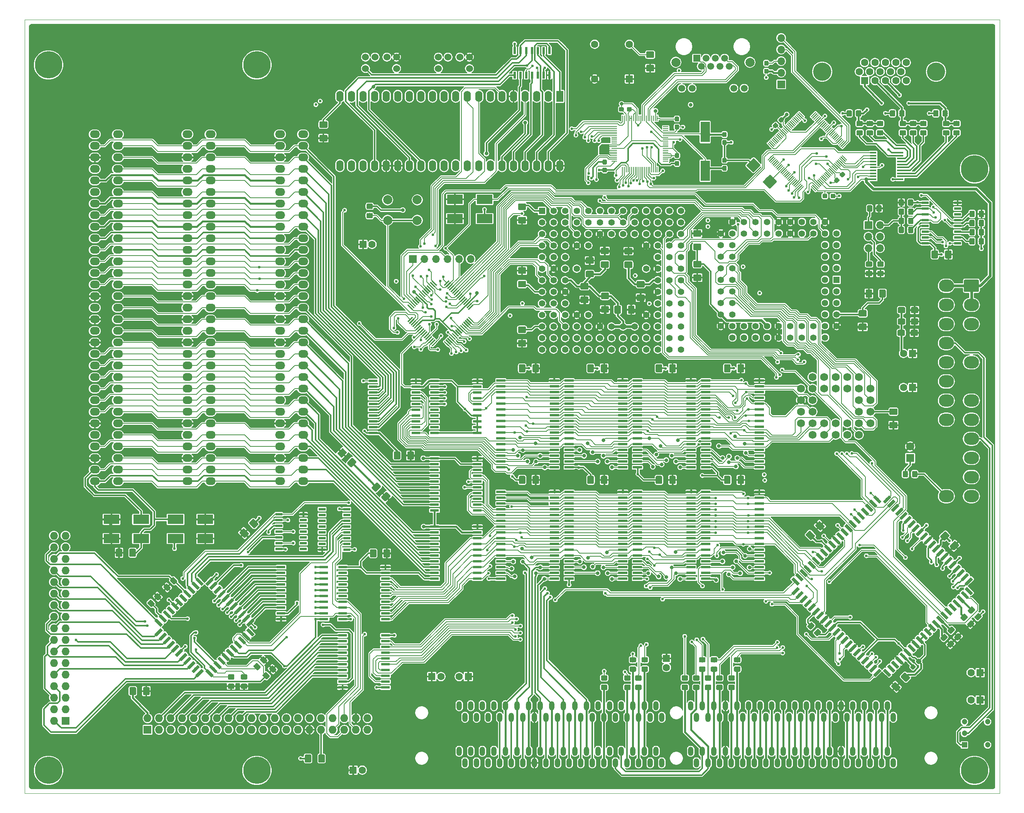
<source format=gbr>
%TF.GenerationSoftware,KiCad,Pcbnew,5.1.0-060a0da~80~ubuntu18.04.1*%
%TF.CreationDate,2019-04-17T18:28:31-04:00*%
%TF.ProjectId,C68,4336382e-6b69-4636-9164-5f7063625858,rev?*%
%TF.SameCoordinates,Original*%
%TF.FileFunction,Copper,L1,Top*%
%TF.FilePolarity,Positive*%
%FSLAX46Y46*%
G04 Gerber Fmt 4.6, Leading zero omitted, Abs format (unit mm)*
G04 Created by KiCad (PCBNEW 5.1.0-060a0da~80~ubuntu18.04.1) date 2019-04-17 18:28:31*
%MOMM*%
%LPD*%
G04 APERTURE LIST*
%ADD10C,0.050000*%
%ADD11R,1.950000X0.600000*%
%ADD12C,0.150000*%
%ADD13C,0.950000*%
%ADD14O,2.200000X1.700000*%
%ADD15R,1.200000X1.200000*%
%ADD16C,1.200000*%
%ADD17C,1.425000*%
%ADD18O,1.700000X1.700000*%
%ADD19R,1.700000X1.700000*%
%ADD20C,0.300000*%
%ADD21R,1.500000X0.600000*%
%ADD22R,2.000000X0.600000*%
%ADD23C,1.150000*%
%ADD24C,1.422400*%
%ADD25R,1.422400X1.422400*%
%ADD26C,1.750000*%
%ADD27C,2.000000*%
%ADD28R,3.500000X2.000000*%
%ADD29C,1.397000*%
%ADD30R,1.397000X1.397000*%
%ADD31O,1.200000X2.000000*%
%ADD32C,6.000000*%
%ADD33C,2.700000*%
%ADD34O,3.300000X2.700000*%
%ADD35C,1.524000*%
%ADD36C,1.500000*%
%ADD37R,1.500000X1.500000*%
%ADD38R,0.230000X1.200000*%
%ADD39R,1.200000X0.230000*%
%ADD40R,2.000000X4.500000*%
%ADD41R,1.600000X2.400000*%
%ADD42O,1.600000X2.400000*%
%ADD43R,1.600000X1.600000*%
%ADD44C,1.600000*%
%ADD45C,1.800000*%
%ADD46R,1.800000X1.800000*%
%ADD47R,1.450000X0.450000*%
%ADD48C,0.200000*%
%ADD49C,2.250000*%
%ADD50C,4.000000*%
%ADD51C,0.700000*%
%ADD52O,1.727200X1.727200*%
%ADD53R,1.727200X1.727200*%
%ADD54R,0.600000X1.500000*%
%ADD55C,1.350000*%
%ADD56C,0.600000*%
%ADD57C,0.800000*%
%ADD58C,0.300000*%
%ADD59C,0.200000*%
%ADD60C,0.600000*%
%ADD61C,0.400000*%
%ADD62C,0.800000*%
%ADD63C,0.254000*%
G04 APERTURE END LIST*
D10*
X304000000Y-210000000D02*
X90000000Y-210000000D01*
X304000000Y-40000000D02*
X304000000Y-210000000D01*
X90000000Y-40000000D02*
X304000000Y-40000000D01*
X90000000Y-210000000D02*
X90000000Y-40000000D01*
D11*
X189390000Y-151395000D03*
X189390000Y-152665000D03*
X189390000Y-153935000D03*
X189390000Y-155205000D03*
X189390000Y-156475000D03*
X189390000Y-157745000D03*
X189390000Y-159015000D03*
X189390000Y-160285000D03*
X189390000Y-161555000D03*
X189390000Y-162825000D03*
X179990000Y-162825000D03*
X179990000Y-161555000D03*
X179990000Y-160285000D03*
X179990000Y-159015000D03*
X179990000Y-157745000D03*
X179990000Y-156475000D03*
X179990000Y-155205000D03*
X179990000Y-153935000D03*
X179990000Y-152665000D03*
X179990000Y-151395000D03*
D12*
G36*
X217562291Y-72534327D02*
G01*
X217585346Y-72537746D01*
X217607955Y-72543410D01*
X217629899Y-72551262D01*
X217650969Y-72561227D01*
X217670960Y-72573209D01*
X217689680Y-72587093D01*
X217706950Y-72602745D01*
X217722602Y-72620015D01*
X217736486Y-72638735D01*
X217748468Y-72658726D01*
X217758433Y-72679796D01*
X217766285Y-72701740D01*
X217771949Y-72724349D01*
X217775368Y-72747404D01*
X217776512Y-72770683D01*
X217776512Y-73345683D01*
X217775368Y-73368962D01*
X217771949Y-73392017D01*
X217766285Y-73414626D01*
X217758433Y-73436570D01*
X217748468Y-73457640D01*
X217736486Y-73477631D01*
X217722602Y-73496351D01*
X217706950Y-73513621D01*
X217689680Y-73529273D01*
X217670960Y-73543157D01*
X217650969Y-73555139D01*
X217629899Y-73565104D01*
X217607955Y-73572956D01*
X217585346Y-73578620D01*
X217562291Y-73582039D01*
X217539012Y-73583183D01*
X217064012Y-73583183D01*
X217040733Y-73582039D01*
X217017678Y-73578620D01*
X216995069Y-73572956D01*
X216973125Y-73565104D01*
X216952055Y-73555139D01*
X216932064Y-73543157D01*
X216913344Y-73529273D01*
X216896074Y-73513621D01*
X216880422Y-73496351D01*
X216866538Y-73477631D01*
X216854556Y-73457640D01*
X216844591Y-73436570D01*
X216836739Y-73414626D01*
X216831075Y-73392017D01*
X216827656Y-73368962D01*
X216826512Y-73345683D01*
X216826512Y-72770683D01*
X216827656Y-72747404D01*
X216831075Y-72724349D01*
X216836739Y-72701740D01*
X216844591Y-72679796D01*
X216854556Y-72658726D01*
X216866538Y-72638735D01*
X216880422Y-72620015D01*
X216896074Y-72602745D01*
X216913344Y-72587093D01*
X216932064Y-72573209D01*
X216952055Y-72561227D01*
X216973125Y-72551262D01*
X216995069Y-72543410D01*
X217017678Y-72537746D01*
X217040733Y-72534327D01*
X217064012Y-72533183D01*
X217539012Y-72533183D01*
X217562291Y-72534327D01*
X217562291Y-72534327D01*
G37*
D13*
X217301512Y-73058183D03*
D12*
G36*
X217562291Y-70784329D02*
G01*
X217585346Y-70787748D01*
X217607955Y-70793412D01*
X217629899Y-70801264D01*
X217650969Y-70811229D01*
X217670960Y-70823211D01*
X217689680Y-70837095D01*
X217706950Y-70852747D01*
X217722602Y-70870017D01*
X217736486Y-70888737D01*
X217748468Y-70908728D01*
X217758433Y-70929798D01*
X217766285Y-70951742D01*
X217771949Y-70974351D01*
X217775368Y-70997406D01*
X217776512Y-71020685D01*
X217776512Y-71595685D01*
X217775368Y-71618964D01*
X217771949Y-71642019D01*
X217766285Y-71664628D01*
X217758433Y-71686572D01*
X217748468Y-71707642D01*
X217736486Y-71727633D01*
X217722602Y-71746353D01*
X217706950Y-71763623D01*
X217689680Y-71779275D01*
X217670960Y-71793159D01*
X217650969Y-71805141D01*
X217629899Y-71815106D01*
X217607955Y-71822958D01*
X217585346Y-71828622D01*
X217562291Y-71832041D01*
X217539012Y-71833185D01*
X217064012Y-71833185D01*
X217040733Y-71832041D01*
X217017678Y-71828622D01*
X216995069Y-71822958D01*
X216973125Y-71815106D01*
X216952055Y-71805141D01*
X216932064Y-71793159D01*
X216913344Y-71779275D01*
X216896074Y-71763623D01*
X216880422Y-71746353D01*
X216866538Y-71727633D01*
X216854556Y-71707642D01*
X216844591Y-71686572D01*
X216836739Y-71664628D01*
X216831075Y-71642019D01*
X216827656Y-71618964D01*
X216826512Y-71595685D01*
X216826512Y-71020685D01*
X216827656Y-70997406D01*
X216831075Y-70974351D01*
X216836739Y-70951742D01*
X216844591Y-70929798D01*
X216854556Y-70908728D01*
X216866538Y-70888737D01*
X216880422Y-70870017D01*
X216896074Y-70852747D01*
X216913344Y-70837095D01*
X216932064Y-70823211D01*
X216952055Y-70811229D01*
X216973125Y-70801264D01*
X216995069Y-70793412D01*
X217017678Y-70787748D01*
X217040733Y-70784329D01*
X217064012Y-70783185D01*
X217539012Y-70783185D01*
X217562291Y-70784329D01*
X217562291Y-70784329D01*
G37*
D13*
X217301512Y-71308185D03*
D14*
X105430000Y-65220000D03*
X110510000Y-65220000D03*
X105430000Y-67760000D03*
X105430000Y-70300000D03*
X105430000Y-72840000D03*
X105430000Y-75380000D03*
X105430000Y-77920000D03*
X105430000Y-80460000D03*
X105430000Y-83000000D03*
X105430000Y-85540000D03*
X105430000Y-88080000D03*
X105430000Y-90620000D03*
X105430000Y-93160000D03*
X105430000Y-95700000D03*
X105430000Y-98240000D03*
X105430000Y-100780000D03*
X105430000Y-103320000D03*
X105430000Y-105860000D03*
X105430000Y-108400000D03*
X105430000Y-110940000D03*
X105430000Y-113480000D03*
X105430000Y-116020000D03*
X105430000Y-118560000D03*
X105430000Y-121100000D03*
X105430000Y-123640000D03*
X105430000Y-126180000D03*
X105430000Y-128720000D03*
X105430000Y-131260000D03*
X105430000Y-133800000D03*
X105430000Y-136340000D03*
X105430000Y-138880000D03*
X105430000Y-141420000D03*
X110510000Y-67760000D03*
X110510000Y-70300000D03*
X110510000Y-72840000D03*
X110510000Y-75380000D03*
X110510000Y-77920000D03*
X110510000Y-80460000D03*
X110510000Y-83000000D03*
X110510000Y-85540000D03*
X110510000Y-88080000D03*
X110510000Y-90620000D03*
X110510000Y-93160000D03*
X110510000Y-95700000D03*
X110510000Y-98240000D03*
X110510000Y-100780000D03*
X110510000Y-103320000D03*
X110510000Y-105860000D03*
X110510000Y-108400000D03*
X110510000Y-110940000D03*
X110510000Y-113480000D03*
X110510000Y-116020000D03*
X110510000Y-118560000D03*
X110510000Y-121100000D03*
X110510000Y-123640000D03*
X110510000Y-126180000D03*
X110510000Y-128720000D03*
X110510000Y-131260000D03*
X110510000Y-133800000D03*
X110510000Y-136340000D03*
X110510000Y-138880000D03*
X110510000Y-141420000D03*
D15*
X296250000Y-199320000D03*
D16*
X296250000Y-196780000D03*
X296250000Y-194240000D03*
X301330000Y-199320000D03*
X301330000Y-194240000D03*
D12*
G36*
X202664504Y-140236204D02*
G01*
X202688773Y-140239804D01*
X202712571Y-140245765D01*
X202735671Y-140254030D01*
X202757849Y-140264520D01*
X202778893Y-140277133D01*
X202798598Y-140291747D01*
X202816777Y-140308223D01*
X202833253Y-140326402D01*
X202847867Y-140346107D01*
X202860480Y-140367151D01*
X202870970Y-140389329D01*
X202879235Y-140412429D01*
X202885196Y-140436227D01*
X202888796Y-140460496D01*
X202890000Y-140485000D01*
X202890000Y-141735000D01*
X202888796Y-141759504D01*
X202885196Y-141783773D01*
X202879235Y-141807571D01*
X202870970Y-141830671D01*
X202860480Y-141852849D01*
X202847867Y-141873893D01*
X202833253Y-141893598D01*
X202816777Y-141911777D01*
X202798598Y-141928253D01*
X202778893Y-141942867D01*
X202757849Y-141955480D01*
X202735671Y-141965970D01*
X202712571Y-141974235D01*
X202688773Y-141980196D01*
X202664504Y-141983796D01*
X202640000Y-141985000D01*
X201715000Y-141985000D01*
X201690496Y-141983796D01*
X201666227Y-141980196D01*
X201642429Y-141974235D01*
X201619329Y-141965970D01*
X201597151Y-141955480D01*
X201576107Y-141942867D01*
X201556402Y-141928253D01*
X201538223Y-141911777D01*
X201521747Y-141893598D01*
X201507133Y-141873893D01*
X201494520Y-141852849D01*
X201484030Y-141830671D01*
X201475765Y-141807571D01*
X201469804Y-141783773D01*
X201466204Y-141759504D01*
X201465000Y-141735000D01*
X201465000Y-140485000D01*
X201466204Y-140460496D01*
X201469804Y-140436227D01*
X201475765Y-140412429D01*
X201484030Y-140389329D01*
X201494520Y-140367151D01*
X201507133Y-140346107D01*
X201521747Y-140326402D01*
X201538223Y-140308223D01*
X201556402Y-140291747D01*
X201576107Y-140277133D01*
X201597151Y-140264520D01*
X201619329Y-140254030D01*
X201642429Y-140245765D01*
X201666227Y-140239804D01*
X201690496Y-140236204D01*
X201715000Y-140235000D01*
X202640000Y-140235000D01*
X202664504Y-140236204D01*
X202664504Y-140236204D01*
G37*
D17*
X202177500Y-141110000D03*
D12*
G36*
X199689504Y-140236204D02*
G01*
X199713773Y-140239804D01*
X199737571Y-140245765D01*
X199760671Y-140254030D01*
X199782849Y-140264520D01*
X199803893Y-140277133D01*
X199823598Y-140291747D01*
X199841777Y-140308223D01*
X199858253Y-140326402D01*
X199872867Y-140346107D01*
X199885480Y-140367151D01*
X199895970Y-140389329D01*
X199904235Y-140412429D01*
X199910196Y-140436227D01*
X199913796Y-140460496D01*
X199915000Y-140485000D01*
X199915000Y-141735000D01*
X199913796Y-141759504D01*
X199910196Y-141783773D01*
X199904235Y-141807571D01*
X199895970Y-141830671D01*
X199885480Y-141852849D01*
X199872867Y-141873893D01*
X199858253Y-141893598D01*
X199841777Y-141911777D01*
X199823598Y-141928253D01*
X199803893Y-141942867D01*
X199782849Y-141955480D01*
X199760671Y-141965970D01*
X199737571Y-141974235D01*
X199713773Y-141980196D01*
X199689504Y-141983796D01*
X199665000Y-141985000D01*
X198740000Y-141985000D01*
X198715496Y-141983796D01*
X198691227Y-141980196D01*
X198667429Y-141974235D01*
X198644329Y-141965970D01*
X198622151Y-141955480D01*
X198601107Y-141942867D01*
X198581402Y-141928253D01*
X198563223Y-141911777D01*
X198546747Y-141893598D01*
X198532133Y-141873893D01*
X198519520Y-141852849D01*
X198509030Y-141830671D01*
X198500765Y-141807571D01*
X198494804Y-141783773D01*
X198491204Y-141759504D01*
X198490000Y-141735000D01*
X198490000Y-140485000D01*
X198491204Y-140460496D01*
X198494804Y-140436227D01*
X198500765Y-140412429D01*
X198509030Y-140389329D01*
X198519520Y-140367151D01*
X198532133Y-140346107D01*
X198546747Y-140326402D01*
X198563223Y-140308223D01*
X198581402Y-140291747D01*
X198601107Y-140277133D01*
X198622151Y-140264520D01*
X198644329Y-140254030D01*
X198667429Y-140245765D01*
X198691227Y-140239804D01*
X198715496Y-140236204D01*
X198740000Y-140235000D01*
X199665000Y-140235000D01*
X199689504Y-140236204D01*
X199689504Y-140236204D01*
G37*
D17*
X199202500Y-141110000D03*
D12*
G36*
X214679504Y-92218704D02*
G01*
X214703773Y-92222304D01*
X214727571Y-92228265D01*
X214750671Y-92236530D01*
X214772849Y-92247020D01*
X214793893Y-92259633D01*
X214813598Y-92274247D01*
X214831777Y-92290723D01*
X214848253Y-92308902D01*
X214862867Y-92328607D01*
X214875480Y-92349651D01*
X214885970Y-92371829D01*
X214894235Y-92394929D01*
X214900196Y-92418727D01*
X214903796Y-92442996D01*
X214905000Y-92467500D01*
X214905000Y-93392500D01*
X214903796Y-93417004D01*
X214900196Y-93441273D01*
X214894235Y-93465071D01*
X214885970Y-93488171D01*
X214875480Y-93510349D01*
X214862867Y-93531393D01*
X214848253Y-93551098D01*
X214831777Y-93569277D01*
X214813598Y-93585753D01*
X214793893Y-93600367D01*
X214772849Y-93612980D01*
X214750671Y-93623470D01*
X214727571Y-93631735D01*
X214703773Y-93637696D01*
X214679504Y-93641296D01*
X214655000Y-93642500D01*
X213405000Y-93642500D01*
X213380496Y-93641296D01*
X213356227Y-93637696D01*
X213332429Y-93631735D01*
X213309329Y-93623470D01*
X213287151Y-93612980D01*
X213266107Y-93600367D01*
X213246402Y-93585753D01*
X213228223Y-93569277D01*
X213211747Y-93551098D01*
X213197133Y-93531393D01*
X213184520Y-93510349D01*
X213174030Y-93488171D01*
X213165765Y-93465071D01*
X213159804Y-93441273D01*
X213156204Y-93417004D01*
X213155000Y-93392500D01*
X213155000Y-92467500D01*
X213156204Y-92442996D01*
X213159804Y-92418727D01*
X213165765Y-92394929D01*
X213174030Y-92371829D01*
X213184520Y-92349651D01*
X213197133Y-92328607D01*
X213211747Y-92308902D01*
X213228223Y-92290723D01*
X213246402Y-92274247D01*
X213266107Y-92259633D01*
X213287151Y-92247020D01*
X213309329Y-92236530D01*
X213332429Y-92228265D01*
X213356227Y-92222304D01*
X213380496Y-92218704D01*
X213405000Y-92217500D01*
X214655000Y-92217500D01*
X214679504Y-92218704D01*
X214679504Y-92218704D01*
G37*
D17*
X214030000Y-92930000D03*
D12*
G36*
X214679504Y-95193704D02*
G01*
X214703773Y-95197304D01*
X214727571Y-95203265D01*
X214750671Y-95211530D01*
X214772849Y-95222020D01*
X214793893Y-95234633D01*
X214813598Y-95249247D01*
X214831777Y-95265723D01*
X214848253Y-95283902D01*
X214862867Y-95303607D01*
X214875480Y-95324651D01*
X214885970Y-95346829D01*
X214894235Y-95369929D01*
X214900196Y-95393727D01*
X214903796Y-95417996D01*
X214905000Y-95442500D01*
X214905000Y-96367500D01*
X214903796Y-96392004D01*
X214900196Y-96416273D01*
X214894235Y-96440071D01*
X214885970Y-96463171D01*
X214875480Y-96485349D01*
X214862867Y-96506393D01*
X214848253Y-96526098D01*
X214831777Y-96544277D01*
X214813598Y-96560753D01*
X214793893Y-96575367D01*
X214772849Y-96587980D01*
X214750671Y-96598470D01*
X214727571Y-96606735D01*
X214703773Y-96612696D01*
X214679504Y-96616296D01*
X214655000Y-96617500D01*
X213405000Y-96617500D01*
X213380496Y-96616296D01*
X213356227Y-96612696D01*
X213332429Y-96606735D01*
X213309329Y-96598470D01*
X213287151Y-96587980D01*
X213266107Y-96575367D01*
X213246402Y-96560753D01*
X213228223Y-96544277D01*
X213211747Y-96526098D01*
X213197133Y-96506393D01*
X213184520Y-96485349D01*
X213174030Y-96463171D01*
X213165765Y-96440071D01*
X213159804Y-96416273D01*
X213156204Y-96392004D01*
X213155000Y-96367500D01*
X213155000Y-95442500D01*
X213156204Y-95417996D01*
X213159804Y-95393727D01*
X213165765Y-95369929D01*
X213174030Y-95346829D01*
X213184520Y-95324651D01*
X213197133Y-95303607D01*
X213211747Y-95283902D01*
X213228223Y-95265723D01*
X213246402Y-95249247D01*
X213266107Y-95234633D01*
X213287151Y-95222020D01*
X213309329Y-95211530D01*
X213332429Y-95203265D01*
X213356227Y-95197304D01*
X213380496Y-95193704D01*
X213405000Y-95192500D01*
X214655000Y-95192500D01*
X214679504Y-95193704D01*
X214679504Y-95193704D01*
G37*
D17*
X214030000Y-95905000D03*
D18*
X277740000Y-90230000D03*
X275200000Y-90230000D03*
X277740000Y-87690000D03*
X275200000Y-87690000D03*
X277740000Y-85150000D03*
D19*
X275200000Y-85150000D03*
D12*
G36*
X187532551Y-105279214D02*
G01*
X187539832Y-105280294D01*
X187546971Y-105282082D01*
X187553901Y-105284562D01*
X187560555Y-105287709D01*
X187566868Y-105291493D01*
X187572779Y-105295877D01*
X187578233Y-105300820D01*
X188515149Y-106237736D01*
X188520092Y-106243190D01*
X188524476Y-106249101D01*
X188528260Y-106255414D01*
X188531407Y-106262068D01*
X188533887Y-106268998D01*
X188535675Y-106276137D01*
X188536755Y-106283418D01*
X188537116Y-106290769D01*
X188536755Y-106298120D01*
X188535675Y-106305401D01*
X188533887Y-106312540D01*
X188531407Y-106319470D01*
X188528260Y-106326124D01*
X188524476Y-106332437D01*
X188520092Y-106338348D01*
X188515149Y-106343802D01*
X188409083Y-106449868D01*
X188403629Y-106454811D01*
X188397718Y-106459195D01*
X188391405Y-106462979D01*
X188384751Y-106466126D01*
X188377821Y-106468606D01*
X188370682Y-106470394D01*
X188363401Y-106471474D01*
X188356050Y-106471835D01*
X188348699Y-106471474D01*
X188341418Y-106470394D01*
X188334279Y-106468606D01*
X188327349Y-106466126D01*
X188320695Y-106462979D01*
X188314382Y-106459195D01*
X188308471Y-106454811D01*
X188303017Y-106449868D01*
X187366101Y-105512952D01*
X187361158Y-105507498D01*
X187356774Y-105501587D01*
X187352990Y-105495274D01*
X187349843Y-105488620D01*
X187347363Y-105481690D01*
X187345575Y-105474551D01*
X187344495Y-105467270D01*
X187344134Y-105459919D01*
X187344495Y-105452568D01*
X187345575Y-105445287D01*
X187347363Y-105438148D01*
X187349843Y-105431218D01*
X187352990Y-105424564D01*
X187356774Y-105418251D01*
X187361158Y-105412340D01*
X187366101Y-105406886D01*
X187472167Y-105300820D01*
X187477621Y-105295877D01*
X187483532Y-105291493D01*
X187489845Y-105287709D01*
X187496499Y-105284562D01*
X187503429Y-105282082D01*
X187510568Y-105280294D01*
X187517849Y-105279214D01*
X187525200Y-105278853D01*
X187532551Y-105279214D01*
X187532551Y-105279214D01*
G37*
D20*
X187940625Y-105875344D03*
D12*
G36*
X187178997Y-105632767D02*
G01*
X187186278Y-105633847D01*
X187193417Y-105635635D01*
X187200347Y-105638115D01*
X187207001Y-105641262D01*
X187213314Y-105645046D01*
X187219225Y-105649430D01*
X187224679Y-105654373D01*
X188161595Y-106591289D01*
X188166538Y-106596743D01*
X188170922Y-106602654D01*
X188174706Y-106608967D01*
X188177853Y-106615621D01*
X188180333Y-106622551D01*
X188182121Y-106629690D01*
X188183201Y-106636971D01*
X188183562Y-106644322D01*
X188183201Y-106651673D01*
X188182121Y-106658954D01*
X188180333Y-106666093D01*
X188177853Y-106673023D01*
X188174706Y-106679677D01*
X188170922Y-106685990D01*
X188166538Y-106691901D01*
X188161595Y-106697355D01*
X188055529Y-106803421D01*
X188050075Y-106808364D01*
X188044164Y-106812748D01*
X188037851Y-106816532D01*
X188031197Y-106819679D01*
X188024267Y-106822159D01*
X188017128Y-106823947D01*
X188009847Y-106825027D01*
X188002496Y-106825388D01*
X187995145Y-106825027D01*
X187987864Y-106823947D01*
X187980725Y-106822159D01*
X187973795Y-106819679D01*
X187967141Y-106816532D01*
X187960828Y-106812748D01*
X187954917Y-106808364D01*
X187949463Y-106803421D01*
X187012547Y-105866505D01*
X187007604Y-105861051D01*
X187003220Y-105855140D01*
X186999436Y-105848827D01*
X186996289Y-105842173D01*
X186993809Y-105835243D01*
X186992021Y-105828104D01*
X186990941Y-105820823D01*
X186990580Y-105813472D01*
X186990941Y-105806121D01*
X186992021Y-105798840D01*
X186993809Y-105791701D01*
X186996289Y-105784771D01*
X186999436Y-105778117D01*
X187003220Y-105771804D01*
X187007604Y-105765893D01*
X187012547Y-105760439D01*
X187118613Y-105654373D01*
X187124067Y-105649430D01*
X187129978Y-105645046D01*
X187136291Y-105641262D01*
X187142945Y-105638115D01*
X187149875Y-105635635D01*
X187157014Y-105633847D01*
X187164295Y-105632767D01*
X187171646Y-105632406D01*
X187178997Y-105632767D01*
X187178997Y-105632767D01*
G37*
D20*
X187587071Y-106228897D03*
D12*
G36*
X186825444Y-105986321D02*
G01*
X186832725Y-105987401D01*
X186839864Y-105989189D01*
X186846794Y-105991669D01*
X186853448Y-105994816D01*
X186859761Y-105998600D01*
X186865672Y-106002984D01*
X186871126Y-106007927D01*
X187808042Y-106944843D01*
X187812985Y-106950297D01*
X187817369Y-106956208D01*
X187821153Y-106962521D01*
X187824300Y-106969175D01*
X187826780Y-106976105D01*
X187828568Y-106983244D01*
X187829648Y-106990525D01*
X187830009Y-106997876D01*
X187829648Y-107005227D01*
X187828568Y-107012508D01*
X187826780Y-107019647D01*
X187824300Y-107026577D01*
X187821153Y-107033231D01*
X187817369Y-107039544D01*
X187812985Y-107045455D01*
X187808042Y-107050909D01*
X187701976Y-107156975D01*
X187696522Y-107161918D01*
X187690611Y-107166302D01*
X187684298Y-107170086D01*
X187677644Y-107173233D01*
X187670714Y-107175713D01*
X187663575Y-107177501D01*
X187656294Y-107178581D01*
X187648943Y-107178942D01*
X187641592Y-107178581D01*
X187634311Y-107177501D01*
X187627172Y-107175713D01*
X187620242Y-107173233D01*
X187613588Y-107170086D01*
X187607275Y-107166302D01*
X187601364Y-107161918D01*
X187595910Y-107156975D01*
X186658994Y-106220059D01*
X186654051Y-106214605D01*
X186649667Y-106208694D01*
X186645883Y-106202381D01*
X186642736Y-106195727D01*
X186640256Y-106188797D01*
X186638468Y-106181658D01*
X186637388Y-106174377D01*
X186637027Y-106167026D01*
X186637388Y-106159675D01*
X186638468Y-106152394D01*
X186640256Y-106145255D01*
X186642736Y-106138325D01*
X186645883Y-106131671D01*
X186649667Y-106125358D01*
X186654051Y-106119447D01*
X186658994Y-106113993D01*
X186765060Y-106007927D01*
X186770514Y-106002984D01*
X186776425Y-105998600D01*
X186782738Y-105994816D01*
X186789392Y-105991669D01*
X186796322Y-105989189D01*
X186803461Y-105987401D01*
X186810742Y-105986321D01*
X186818093Y-105985960D01*
X186825444Y-105986321D01*
X186825444Y-105986321D01*
G37*
D20*
X187233518Y-106582451D03*
D12*
G36*
X186471890Y-106339874D02*
G01*
X186479171Y-106340954D01*
X186486310Y-106342742D01*
X186493240Y-106345222D01*
X186499894Y-106348369D01*
X186506207Y-106352153D01*
X186512118Y-106356537D01*
X186517572Y-106361480D01*
X187454488Y-107298396D01*
X187459431Y-107303850D01*
X187463815Y-107309761D01*
X187467599Y-107316074D01*
X187470746Y-107322728D01*
X187473226Y-107329658D01*
X187475014Y-107336797D01*
X187476094Y-107344078D01*
X187476455Y-107351429D01*
X187476094Y-107358780D01*
X187475014Y-107366061D01*
X187473226Y-107373200D01*
X187470746Y-107380130D01*
X187467599Y-107386784D01*
X187463815Y-107393097D01*
X187459431Y-107399008D01*
X187454488Y-107404462D01*
X187348422Y-107510528D01*
X187342968Y-107515471D01*
X187337057Y-107519855D01*
X187330744Y-107523639D01*
X187324090Y-107526786D01*
X187317160Y-107529266D01*
X187310021Y-107531054D01*
X187302740Y-107532134D01*
X187295389Y-107532495D01*
X187288038Y-107532134D01*
X187280757Y-107531054D01*
X187273618Y-107529266D01*
X187266688Y-107526786D01*
X187260034Y-107523639D01*
X187253721Y-107519855D01*
X187247810Y-107515471D01*
X187242356Y-107510528D01*
X186305440Y-106573612D01*
X186300497Y-106568158D01*
X186296113Y-106562247D01*
X186292329Y-106555934D01*
X186289182Y-106549280D01*
X186286702Y-106542350D01*
X186284914Y-106535211D01*
X186283834Y-106527930D01*
X186283473Y-106520579D01*
X186283834Y-106513228D01*
X186284914Y-106505947D01*
X186286702Y-106498808D01*
X186289182Y-106491878D01*
X186292329Y-106485224D01*
X186296113Y-106478911D01*
X186300497Y-106473000D01*
X186305440Y-106467546D01*
X186411506Y-106361480D01*
X186416960Y-106356537D01*
X186422871Y-106352153D01*
X186429184Y-106348369D01*
X186435838Y-106345222D01*
X186442768Y-106342742D01*
X186449907Y-106340954D01*
X186457188Y-106339874D01*
X186464539Y-106339513D01*
X186471890Y-106339874D01*
X186471890Y-106339874D01*
G37*
D20*
X186879964Y-106936004D03*
D12*
G36*
X186118337Y-106693427D02*
G01*
X186125618Y-106694507D01*
X186132757Y-106696295D01*
X186139687Y-106698775D01*
X186146341Y-106701922D01*
X186152654Y-106705706D01*
X186158565Y-106710090D01*
X186164019Y-106715033D01*
X187100935Y-107651949D01*
X187105878Y-107657403D01*
X187110262Y-107663314D01*
X187114046Y-107669627D01*
X187117193Y-107676281D01*
X187119673Y-107683211D01*
X187121461Y-107690350D01*
X187122541Y-107697631D01*
X187122902Y-107704982D01*
X187122541Y-107712333D01*
X187121461Y-107719614D01*
X187119673Y-107726753D01*
X187117193Y-107733683D01*
X187114046Y-107740337D01*
X187110262Y-107746650D01*
X187105878Y-107752561D01*
X187100935Y-107758015D01*
X186994869Y-107864081D01*
X186989415Y-107869024D01*
X186983504Y-107873408D01*
X186977191Y-107877192D01*
X186970537Y-107880339D01*
X186963607Y-107882819D01*
X186956468Y-107884607D01*
X186949187Y-107885687D01*
X186941836Y-107886048D01*
X186934485Y-107885687D01*
X186927204Y-107884607D01*
X186920065Y-107882819D01*
X186913135Y-107880339D01*
X186906481Y-107877192D01*
X186900168Y-107873408D01*
X186894257Y-107869024D01*
X186888803Y-107864081D01*
X185951887Y-106927165D01*
X185946944Y-106921711D01*
X185942560Y-106915800D01*
X185938776Y-106909487D01*
X185935629Y-106902833D01*
X185933149Y-106895903D01*
X185931361Y-106888764D01*
X185930281Y-106881483D01*
X185929920Y-106874132D01*
X185930281Y-106866781D01*
X185931361Y-106859500D01*
X185933149Y-106852361D01*
X185935629Y-106845431D01*
X185938776Y-106838777D01*
X185942560Y-106832464D01*
X185946944Y-106826553D01*
X185951887Y-106821099D01*
X186057953Y-106715033D01*
X186063407Y-106710090D01*
X186069318Y-106705706D01*
X186075631Y-106701922D01*
X186082285Y-106698775D01*
X186089215Y-106696295D01*
X186096354Y-106694507D01*
X186103635Y-106693427D01*
X186110986Y-106693066D01*
X186118337Y-106693427D01*
X186118337Y-106693427D01*
G37*
D20*
X186526411Y-107289557D03*
D12*
G36*
X185764784Y-107046981D02*
G01*
X185772065Y-107048061D01*
X185779204Y-107049849D01*
X185786134Y-107052329D01*
X185792788Y-107055476D01*
X185799101Y-107059260D01*
X185805012Y-107063644D01*
X185810466Y-107068587D01*
X186747382Y-108005503D01*
X186752325Y-108010957D01*
X186756709Y-108016868D01*
X186760493Y-108023181D01*
X186763640Y-108029835D01*
X186766120Y-108036765D01*
X186767908Y-108043904D01*
X186768988Y-108051185D01*
X186769349Y-108058536D01*
X186768988Y-108065887D01*
X186767908Y-108073168D01*
X186766120Y-108080307D01*
X186763640Y-108087237D01*
X186760493Y-108093891D01*
X186756709Y-108100204D01*
X186752325Y-108106115D01*
X186747382Y-108111569D01*
X186641316Y-108217635D01*
X186635862Y-108222578D01*
X186629951Y-108226962D01*
X186623638Y-108230746D01*
X186616984Y-108233893D01*
X186610054Y-108236373D01*
X186602915Y-108238161D01*
X186595634Y-108239241D01*
X186588283Y-108239602D01*
X186580932Y-108239241D01*
X186573651Y-108238161D01*
X186566512Y-108236373D01*
X186559582Y-108233893D01*
X186552928Y-108230746D01*
X186546615Y-108226962D01*
X186540704Y-108222578D01*
X186535250Y-108217635D01*
X185598334Y-107280719D01*
X185593391Y-107275265D01*
X185589007Y-107269354D01*
X185585223Y-107263041D01*
X185582076Y-107256387D01*
X185579596Y-107249457D01*
X185577808Y-107242318D01*
X185576728Y-107235037D01*
X185576367Y-107227686D01*
X185576728Y-107220335D01*
X185577808Y-107213054D01*
X185579596Y-107205915D01*
X185582076Y-107198985D01*
X185585223Y-107192331D01*
X185589007Y-107186018D01*
X185593391Y-107180107D01*
X185598334Y-107174653D01*
X185704400Y-107068587D01*
X185709854Y-107063644D01*
X185715765Y-107059260D01*
X185722078Y-107055476D01*
X185728732Y-107052329D01*
X185735662Y-107049849D01*
X185742801Y-107048061D01*
X185750082Y-107046981D01*
X185757433Y-107046620D01*
X185764784Y-107046981D01*
X185764784Y-107046981D01*
G37*
D20*
X186172858Y-107643111D03*
D12*
G36*
X185411230Y-107400534D02*
G01*
X185418511Y-107401614D01*
X185425650Y-107403402D01*
X185432580Y-107405882D01*
X185439234Y-107409029D01*
X185445547Y-107412813D01*
X185451458Y-107417197D01*
X185456912Y-107422140D01*
X186393828Y-108359056D01*
X186398771Y-108364510D01*
X186403155Y-108370421D01*
X186406939Y-108376734D01*
X186410086Y-108383388D01*
X186412566Y-108390318D01*
X186414354Y-108397457D01*
X186415434Y-108404738D01*
X186415795Y-108412089D01*
X186415434Y-108419440D01*
X186414354Y-108426721D01*
X186412566Y-108433860D01*
X186410086Y-108440790D01*
X186406939Y-108447444D01*
X186403155Y-108453757D01*
X186398771Y-108459668D01*
X186393828Y-108465122D01*
X186287762Y-108571188D01*
X186282308Y-108576131D01*
X186276397Y-108580515D01*
X186270084Y-108584299D01*
X186263430Y-108587446D01*
X186256500Y-108589926D01*
X186249361Y-108591714D01*
X186242080Y-108592794D01*
X186234729Y-108593155D01*
X186227378Y-108592794D01*
X186220097Y-108591714D01*
X186212958Y-108589926D01*
X186206028Y-108587446D01*
X186199374Y-108584299D01*
X186193061Y-108580515D01*
X186187150Y-108576131D01*
X186181696Y-108571188D01*
X185244780Y-107634272D01*
X185239837Y-107628818D01*
X185235453Y-107622907D01*
X185231669Y-107616594D01*
X185228522Y-107609940D01*
X185226042Y-107603010D01*
X185224254Y-107595871D01*
X185223174Y-107588590D01*
X185222813Y-107581239D01*
X185223174Y-107573888D01*
X185224254Y-107566607D01*
X185226042Y-107559468D01*
X185228522Y-107552538D01*
X185231669Y-107545884D01*
X185235453Y-107539571D01*
X185239837Y-107533660D01*
X185244780Y-107528206D01*
X185350846Y-107422140D01*
X185356300Y-107417197D01*
X185362211Y-107412813D01*
X185368524Y-107409029D01*
X185375178Y-107405882D01*
X185382108Y-107403402D01*
X185389247Y-107401614D01*
X185396528Y-107400534D01*
X185403879Y-107400173D01*
X185411230Y-107400534D01*
X185411230Y-107400534D01*
G37*
D20*
X185819304Y-107996664D03*
D12*
G36*
X185057677Y-107754087D02*
G01*
X185064958Y-107755167D01*
X185072097Y-107756955D01*
X185079027Y-107759435D01*
X185085681Y-107762582D01*
X185091994Y-107766366D01*
X185097905Y-107770750D01*
X185103359Y-107775693D01*
X186040275Y-108712609D01*
X186045218Y-108718063D01*
X186049602Y-108723974D01*
X186053386Y-108730287D01*
X186056533Y-108736941D01*
X186059013Y-108743871D01*
X186060801Y-108751010D01*
X186061881Y-108758291D01*
X186062242Y-108765642D01*
X186061881Y-108772993D01*
X186060801Y-108780274D01*
X186059013Y-108787413D01*
X186056533Y-108794343D01*
X186053386Y-108800997D01*
X186049602Y-108807310D01*
X186045218Y-108813221D01*
X186040275Y-108818675D01*
X185934209Y-108924741D01*
X185928755Y-108929684D01*
X185922844Y-108934068D01*
X185916531Y-108937852D01*
X185909877Y-108940999D01*
X185902947Y-108943479D01*
X185895808Y-108945267D01*
X185888527Y-108946347D01*
X185881176Y-108946708D01*
X185873825Y-108946347D01*
X185866544Y-108945267D01*
X185859405Y-108943479D01*
X185852475Y-108940999D01*
X185845821Y-108937852D01*
X185839508Y-108934068D01*
X185833597Y-108929684D01*
X185828143Y-108924741D01*
X184891227Y-107987825D01*
X184886284Y-107982371D01*
X184881900Y-107976460D01*
X184878116Y-107970147D01*
X184874969Y-107963493D01*
X184872489Y-107956563D01*
X184870701Y-107949424D01*
X184869621Y-107942143D01*
X184869260Y-107934792D01*
X184869621Y-107927441D01*
X184870701Y-107920160D01*
X184872489Y-107913021D01*
X184874969Y-107906091D01*
X184878116Y-107899437D01*
X184881900Y-107893124D01*
X184886284Y-107887213D01*
X184891227Y-107881759D01*
X184997293Y-107775693D01*
X185002747Y-107770750D01*
X185008658Y-107766366D01*
X185014971Y-107762582D01*
X185021625Y-107759435D01*
X185028555Y-107756955D01*
X185035694Y-107755167D01*
X185042975Y-107754087D01*
X185050326Y-107753726D01*
X185057677Y-107754087D01*
X185057677Y-107754087D01*
G37*
D20*
X185465751Y-108350217D03*
D12*
G36*
X184704123Y-108107641D02*
G01*
X184711404Y-108108721D01*
X184718543Y-108110509D01*
X184725473Y-108112989D01*
X184732127Y-108116136D01*
X184738440Y-108119920D01*
X184744351Y-108124304D01*
X184749805Y-108129247D01*
X185686721Y-109066163D01*
X185691664Y-109071617D01*
X185696048Y-109077528D01*
X185699832Y-109083841D01*
X185702979Y-109090495D01*
X185705459Y-109097425D01*
X185707247Y-109104564D01*
X185708327Y-109111845D01*
X185708688Y-109119196D01*
X185708327Y-109126547D01*
X185707247Y-109133828D01*
X185705459Y-109140967D01*
X185702979Y-109147897D01*
X185699832Y-109154551D01*
X185696048Y-109160864D01*
X185691664Y-109166775D01*
X185686721Y-109172229D01*
X185580655Y-109278295D01*
X185575201Y-109283238D01*
X185569290Y-109287622D01*
X185562977Y-109291406D01*
X185556323Y-109294553D01*
X185549393Y-109297033D01*
X185542254Y-109298821D01*
X185534973Y-109299901D01*
X185527622Y-109300262D01*
X185520271Y-109299901D01*
X185512990Y-109298821D01*
X185505851Y-109297033D01*
X185498921Y-109294553D01*
X185492267Y-109291406D01*
X185485954Y-109287622D01*
X185480043Y-109283238D01*
X185474589Y-109278295D01*
X184537673Y-108341379D01*
X184532730Y-108335925D01*
X184528346Y-108330014D01*
X184524562Y-108323701D01*
X184521415Y-108317047D01*
X184518935Y-108310117D01*
X184517147Y-108302978D01*
X184516067Y-108295697D01*
X184515706Y-108288346D01*
X184516067Y-108280995D01*
X184517147Y-108273714D01*
X184518935Y-108266575D01*
X184521415Y-108259645D01*
X184524562Y-108252991D01*
X184528346Y-108246678D01*
X184532730Y-108240767D01*
X184537673Y-108235313D01*
X184643739Y-108129247D01*
X184649193Y-108124304D01*
X184655104Y-108119920D01*
X184661417Y-108116136D01*
X184668071Y-108112989D01*
X184675001Y-108110509D01*
X184682140Y-108108721D01*
X184689421Y-108107641D01*
X184696772Y-108107280D01*
X184704123Y-108107641D01*
X184704123Y-108107641D01*
G37*
D20*
X185112197Y-108703771D03*
D12*
G36*
X184350570Y-108461194D02*
G01*
X184357851Y-108462274D01*
X184364990Y-108464062D01*
X184371920Y-108466542D01*
X184378574Y-108469689D01*
X184384887Y-108473473D01*
X184390798Y-108477857D01*
X184396252Y-108482800D01*
X185333168Y-109419716D01*
X185338111Y-109425170D01*
X185342495Y-109431081D01*
X185346279Y-109437394D01*
X185349426Y-109444048D01*
X185351906Y-109450978D01*
X185353694Y-109458117D01*
X185354774Y-109465398D01*
X185355135Y-109472749D01*
X185354774Y-109480100D01*
X185353694Y-109487381D01*
X185351906Y-109494520D01*
X185349426Y-109501450D01*
X185346279Y-109508104D01*
X185342495Y-109514417D01*
X185338111Y-109520328D01*
X185333168Y-109525782D01*
X185227102Y-109631848D01*
X185221648Y-109636791D01*
X185215737Y-109641175D01*
X185209424Y-109644959D01*
X185202770Y-109648106D01*
X185195840Y-109650586D01*
X185188701Y-109652374D01*
X185181420Y-109653454D01*
X185174069Y-109653815D01*
X185166718Y-109653454D01*
X185159437Y-109652374D01*
X185152298Y-109650586D01*
X185145368Y-109648106D01*
X185138714Y-109644959D01*
X185132401Y-109641175D01*
X185126490Y-109636791D01*
X185121036Y-109631848D01*
X184184120Y-108694932D01*
X184179177Y-108689478D01*
X184174793Y-108683567D01*
X184171009Y-108677254D01*
X184167862Y-108670600D01*
X184165382Y-108663670D01*
X184163594Y-108656531D01*
X184162514Y-108649250D01*
X184162153Y-108641899D01*
X184162514Y-108634548D01*
X184163594Y-108627267D01*
X184165382Y-108620128D01*
X184167862Y-108613198D01*
X184171009Y-108606544D01*
X184174793Y-108600231D01*
X184179177Y-108594320D01*
X184184120Y-108588866D01*
X184290186Y-108482800D01*
X184295640Y-108477857D01*
X184301551Y-108473473D01*
X184307864Y-108469689D01*
X184314518Y-108466542D01*
X184321448Y-108464062D01*
X184328587Y-108462274D01*
X184335868Y-108461194D01*
X184343219Y-108460833D01*
X184350570Y-108461194D01*
X184350570Y-108461194D01*
G37*
D20*
X184758644Y-109057324D03*
D12*
G36*
X183997017Y-108814748D02*
G01*
X184004298Y-108815828D01*
X184011437Y-108817616D01*
X184018367Y-108820096D01*
X184025021Y-108823243D01*
X184031334Y-108827027D01*
X184037245Y-108831411D01*
X184042699Y-108836354D01*
X184979615Y-109773270D01*
X184984558Y-109778724D01*
X184988942Y-109784635D01*
X184992726Y-109790948D01*
X184995873Y-109797602D01*
X184998353Y-109804532D01*
X185000141Y-109811671D01*
X185001221Y-109818952D01*
X185001582Y-109826303D01*
X185001221Y-109833654D01*
X185000141Y-109840935D01*
X184998353Y-109848074D01*
X184995873Y-109855004D01*
X184992726Y-109861658D01*
X184988942Y-109867971D01*
X184984558Y-109873882D01*
X184979615Y-109879336D01*
X184873549Y-109985402D01*
X184868095Y-109990345D01*
X184862184Y-109994729D01*
X184855871Y-109998513D01*
X184849217Y-110001660D01*
X184842287Y-110004140D01*
X184835148Y-110005928D01*
X184827867Y-110007008D01*
X184820516Y-110007369D01*
X184813165Y-110007008D01*
X184805884Y-110005928D01*
X184798745Y-110004140D01*
X184791815Y-110001660D01*
X184785161Y-109998513D01*
X184778848Y-109994729D01*
X184772937Y-109990345D01*
X184767483Y-109985402D01*
X183830567Y-109048486D01*
X183825624Y-109043032D01*
X183821240Y-109037121D01*
X183817456Y-109030808D01*
X183814309Y-109024154D01*
X183811829Y-109017224D01*
X183810041Y-109010085D01*
X183808961Y-109002804D01*
X183808600Y-108995453D01*
X183808961Y-108988102D01*
X183810041Y-108980821D01*
X183811829Y-108973682D01*
X183814309Y-108966752D01*
X183817456Y-108960098D01*
X183821240Y-108953785D01*
X183825624Y-108947874D01*
X183830567Y-108942420D01*
X183936633Y-108836354D01*
X183942087Y-108831411D01*
X183947998Y-108827027D01*
X183954311Y-108823243D01*
X183960965Y-108820096D01*
X183967895Y-108817616D01*
X183975034Y-108815828D01*
X183982315Y-108814748D01*
X183989666Y-108814387D01*
X183997017Y-108814748D01*
X183997017Y-108814748D01*
G37*
D20*
X184405091Y-109410878D03*
D12*
G36*
X183643463Y-109168301D02*
G01*
X183650744Y-109169381D01*
X183657883Y-109171169D01*
X183664813Y-109173649D01*
X183671467Y-109176796D01*
X183677780Y-109180580D01*
X183683691Y-109184964D01*
X183689145Y-109189907D01*
X184626061Y-110126823D01*
X184631004Y-110132277D01*
X184635388Y-110138188D01*
X184639172Y-110144501D01*
X184642319Y-110151155D01*
X184644799Y-110158085D01*
X184646587Y-110165224D01*
X184647667Y-110172505D01*
X184648028Y-110179856D01*
X184647667Y-110187207D01*
X184646587Y-110194488D01*
X184644799Y-110201627D01*
X184642319Y-110208557D01*
X184639172Y-110215211D01*
X184635388Y-110221524D01*
X184631004Y-110227435D01*
X184626061Y-110232889D01*
X184519995Y-110338955D01*
X184514541Y-110343898D01*
X184508630Y-110348282D01*
X184502317Y-110352066D01*
X184495663Y-110355213D01*
X184488733Y-110357693D01*
X184481594Y-110359481D01*
X184474313Y-110360561D01*
X184466962Y-110360922D01*
X184459611Y-110360561D01*
X184452330Y-110359481D01*
X184445191Y-110357693D01*
X184438261Y-110355213D01*
X184431607Y-110352066D01*
X184425294Y-110348282D01*
X184419383Y-110343898D01*
X184413929Y-110338955D01*
X183477013Y-109402039D01*
X183472070Y-109396585D01*
X183467686Y-109390674D01*
X183463902Y-109384361D01*
X183460755Y-109377707D01*
X183458275Y-109370777D01*
X183456487Y-109363638D01*
X183455407Y-109356357D01*
X183455046Y-109349006D01*
X183455407Y-109341655D01*
X183456487Y-109334374D01*
X183458275Y-109327235D01*
X183460755Y-109320305D01*
X183463902Y-109313651D01*
X183467686Y-109307338D01*
X183472070Y-109301427D01*
X183477013Y-109295973D01*
X183583079Y-109189907D01*
X183588533Y-109184964D01*
X183594444Y-109180580D01*
X183600757Y-109176796D01*
X183607411Y-109173649D01*
X183614341Y-109171169D01*
X183621480Y-109169381D01*
X183628761Y-109168301D01*
X183636112Y-109167940D01*
X183643463Y-109168301D01*
X183643463Y-109168301D01*
G37*
D20*
X184051537Y-109764431D03*
D12*
G36*
X183289910Y-109521854D02*
G01*
X183297191Y-109522934D01*
X183304330Y-109524722D01*
X183311260Y-109527202D01*
X183317914Y-109530349D01*
X183324227Y-109534133D01*
X183330138Y-109538517D01*
X183335592Y-109543460D01*
X184272508Y-110480376D01*
X184277451Y-110485830D01*
X184281835Y-110491741D01*
X184285619Y-110498054D01*
X184288766Y-110504708D01*
X184291246Y-110511638D01*
X184293034Y-110518777D01*
X184294114Y-110526058D01*
X184294475Y-110533409D01*
X184294114Y-110540760D01*
X184293034Y-110548041D01*
X184291246Y-110555180D01*
X184288766Y-110562110D01*
X184285619Y-110568764D01*
X184281835Y-110575077D01*
X184277451Y-110580988D01*
X184272508Y-110586442D01*
X184166442Y-110692508D01*
X184160988Y-110697451D01*
X184155077Y-110701835D01*
X184148764Y-110705619D01*
X184142110Y-110708766D01*
X184135180Y-110711246D01*
X184128041Y-110713034D01*
X184120760Y-110714114D01*
X184113409Y-110714475D01*
X184106058Y-110714114D01*
X184098777Y-110713034D01*
X184091638Y-110711246D01*
X184084708Y-110708766D01*
X184078054Y-110705619D01*
X184071741Y-110701835D01*
X184065830Y-110697451D01*
X184060376Y-110692508D01*
X183123460Y-109755592D01*
X183118517Y-109750138D01*
X183114133Y-109744227D01*
X183110349Y-109737914D01*
X183107202Y-109731260D01*
X183104722Y-109724330D01*
X183102934Y-109717191D01*
X183101854Y-109709910D01*
X183101493Y-109702559D01*
X183101854Y-109695208D01*
X183102934Y-109687927D01*
X183104722Y-109680788D01*
X183107202Y-109673858D01*
X183110349Y-109667204D01*
X183114133Y-109660891D01*
X183118517Y-109654980D01*
X183123460Y-109649526D01*
X183229526Y-109543460D01*
X183234980Y-109538517D01*
X183240891Y-109534133D01*
X183247204Y-109530349D01*
X183253858Y-109527202D01*
X183260788Y-109524722D01*
X183267927Y-109522934D01*
X183275208Y-109521854D01*
X183282559Y-109521493D01*
X183289910Y-109521854D01*
X183289910Y-109521854D01*
G37*
D20*
X183697984Y-110117984D03*
D12*
G36*
X182936357Y-109875408D02*
G01*
X182943638Y-109876488D01*
X182950777Y-109878276D01*
X182957707Y-109880756D01*
X182964361Y-109883903D01*
X182970674Y-109887687D01*
X182976585Y-109892071D01*
X182982039Y-109897014D01*
X183918955Y-110833930D01*
X183923898Y-110839384D01*
X183928282Y-110845295D01*
X183932066Y-110851608D01*
X183935213Y-110858262D01*
X183937693Y-110865192D01*
X183939481Y-110872331D01*
X183940561Y-110879612D01*
X183940922Y-110886963D01*
X183940561Y-110894314D01*
X183939481Y-110901595D01*
X183937693Y-110908734D01*
X183935213Y-110915664D01*
X183932066Y-110922318D01*
X183928282Y-110928631D01*
X183923898Y-110934542D01*
X183918955Y-110939996D01*
X183812889Y-111046062D01*
X183807435Y-111051005D01*
X183801524Y-111055389D01*
X183795211Y-111059173D01*
X183788557Y-111062320D01*
X183781627Y-111064800D01*
X183774488Y-111066588D01*
X183767207Y-111067668D01*
X183759856Y-111068029D01*
X183752505Y-111067668D01*
X183745224Y-111066588D01*
X183738085Y-111064800D01*
X183731155Y-111062320D01*
X183724501Y-111059173D01*
X183718188Y-111055389D01*
X183712277Y-111051005D01*
X183706823Y-111046062D01*
X182769907Y-110109146D01*
X182764964Y-110103692D01*
X182760580Y-110097781D01*
X182756796Y-110091468D01*
X182753649Y-110084814D01*
X182751169Y-110077884D01*
X182749381Y-110070745D01*
X182748301Y-110063464D01*
X182747940Y-110056113D01*
X182748301Y-110048762D01*
X182749381Y-110041481D01*
X182751169Y-110034342D01*
X182753649Y-110027412D01*
X182756796Y-110020758D01*
X182760580Y-110014445D01*
X182764964Y-110008534D01*
X182769907Y-110003080D01*
X182875973Y-109897014D01*
X182881427Y-109892071D01*
X182887338Y-109887687D01*
X182893651Y-109883903D01*
X182900305Y-109880756D01*
X182907235Y-109878276D01*
X182914374Y-109876488D01*
X182921655Y-109875408D01*
X182929006Y-109875047D01*
X182936357Y-109875408D01*
X182936357Y-109875408D01*
G37*
D20*
X183344431Y-110471538D03*
D12*
G36*
X182582803Y-110228961D02*
G01*
X182590084Y-110230041D01*
X182597223Y-110231829D01*
X182604153Y-110234309D01*
X182610807Y-110237456D01*
X182617120Y-110241240D01*
X182623031Y-110245624D01*
X182628485Y-110250567D01*
X183565401Y-111187483D01*
X183570344Y-111192937D01*
X183574728Y-111198848D01*
X183578512Y-111205161D01*
X183581659Y-111211815D01*
X183584139Y-111218745D01*
X183585927Y-111225884D01*
X183587007Y-111233165D01*
X183587368Y-111240516D01*
X183587007Y-111247867D01*
X183585927Y-111255148D01*
X183584139Y-111262287D01*
X183581659Y-111269217D01*
X183578512Y-111275871D01*
X183574728Y-111282184D01*
X183570344Y-111288095D01*
X183565401Y-111293549D01*
X183459335Y-111399615D01*
X183453881Y-111404558D01*
X183447970Y-111408942D01*
X183441657Y-111412726D01*
X183435003Y-111415873D01*
X183428073Y-111418353D01*
X183420934Y-111420141D01*
X183413653Y-111421221D01*
X183406302Y-111421582D01*
X183398951Y-111421221D01*
X183391670Y-111420141D01*
X183384531Y-111418353D01*
X183377601Y-111415873D01*
X183370947Y-111412726D01*
X183364634Y-111408942D01*
X183358723Y-111404558D01*
X183353269Y-111399615D01*
X182416353Y-110462699D01*
X182411410Y-110457245D01*
X182407026Y-110451334D01*
X182403242Y-110445021D01*
X182400095Y-110438367D01*
X182397615Y-110431437D01*
X182395827Y-110424298D01*
X182394747Y-110417017D01*
X182394386Y-110409666D01*
X182394747Y-110402315D01*
X182395827Y-110395034D01*
X182397615Y-110387895D01*
X182400095Y-110380965D01*
X182403242Y-110374311D01*
X182407026Y-110367998D01*
X182411410Y-110362087D01*
X182416353Y-110356633D01*
X182522419Y-110250567D01*
X182527873Y-110245624D01*
X182533784Y-110241240D01*
X182540097Y-110237456D01*
X182546751Y-110234309D01*
X182553681Y-110231829D01*
X182560820Y-110230041D01*
X182568101Y-110228961D01*
X182575452Y-110228600D01*
X182582803Y-110228961D01*
X182582803Y-110228961D01*
G37*
D20*
X182990877Y-110825091D03*
D12*
G36*
X182229250Y-110582515D02*
G01*
X182236531Y-110583595D01*
X182243670Y-110585383D01*
X182250600Y-110587863D01*
X182257254Y-110591010D01*
X182263567Y-110594794D01*
X182269478Y-110599178D01*
X182274932Y-110604121D01*
X183211848Y-111541037D01*
X183216791Y-111546491D01*
X183221175Y-111552402D01*
X183224959Y-111558715D01*
X183228106Y-111565369D01*
X183230586Y-111572299D01*
X183232374Y-111579438D01*
X183233454Y-111586719D01*
X183233815Y-111594070D01*
X183233454Y-111601421D01*
X183232374Y-111608702D01*
X183230586Y-111615841D01*
X183228106Y-111622771D01*
X183224959Y-111629425D01*
X183221175Y-111635738D01*
X183216791Y-111641649D01*
X183211848Y-111647103D01*
X183105782Y-111753169D01*
X183100328Y-111758112D01*
X183094417Y-111762496D01*
X183088104Y-111766280D01*
X183081450Y-111769427D01*
X183074520Y-111771907D01*
X183067381Y-111773695D01*
X183060100Y-111774775D01*
X183052749Y-111775136D01*
X183045398Y-111774775D01*
X183038117Y-111773695D01*
X183030978Y-111771907D01*
X183024048Y-111769427D01*
X183017394Y-111766280D01*
X183011081Y-111762496D01*
X183005170Y-111758112D01*
X182999716Y-111753169D01*
X182062800Y-110816253D01*
X182057857Y-110810799D01*
X182053473Y-110804888D01*
X182049689Y-110798575D01*
X182046542Y-110791921D01*
X182044062Y-110784991D01*
X182042274Y-110777852D01*
X182041194Y-110770571D01*
X182040833Y-110763220D01*
X182041194Y-110755869D01*
X182042274Y-110748588D01*
X182044062Y-110741449D01*
X182046542Y-110734519D01*
X182049689Y-110727865D01*
X182053473Y-110721552D01*
X182057857Y-110715641D01*
X182062800Y-110710187D01*
X182168866Y-110604121D01*
X182174320Y-110599178D01*
X182180231Y-110594794D01*
X182186544Y-110591010D01*
X182193198Y-110587863D01*
X182200128Y-110585383D01*
X182207267Y-110583595D01*
X182214548Y-110582515D01*
X182221899Y-110582154D01*
X182229250Y-110582515D01*
X182229250Y-110582515D01*
G37*
D20*
X182637324Y-111178645D03*
D12*
G36*
X180355416Y-110582515D02*
G01*
X180362697Y-110583595D01*
X180369836Y-110585383D01*
X180376766Y-110587863D01*
X180383420Y-110591010D01*
X180389733Y-110594794D01*
X180395644Y-110599178D01*
X180401098Y-110604121D01*
X180507164Y-110710187D01*
X180512107Y-110715641D01*
X180516491Y-110721552D01*
X180520275Y-110727865D01*
X180523422Y-110734519D01*
X180525902Y-110741449D01*
X180527690Y-110748588D01*
X180528770Y-110755869D01*
X180529131Y-110763220D01*
X180528770Y-110770571D01*
X180527690Y-110777852D01*
X180525902Y-110784991D01*
X180523422Y-110791921D01*
X180520275Y-110798575D01*
X180516491Y-110804888D01*
X180512107Y-110810799D01*
X180507164Y-110816253D01*
X179570248Y-111753169D01*
X179564794Y-111758112D01*
X179558883Y-111762496D01*
X179552570Y-111766280D01*
X179545916Y-111769427D01*
X179538986Y-111771907D01*
X179531847Y-111773695D01*
X179524566Y-111774775D01*
X179517215Y-111775136D01*
X179509864Y-111774775D01*
X179502583Y-111773695D01*
X179495444Y-111771907D01*
X179488514Y-111769427D01*
X179481860Y-111766280D01*
X179475547Y-111762496D01*
X179469636Y-111758112D01*
X179464182Y-111753169D01*
X179358116Y-111647103D01*
X179353173Y-111641649D01*
X179348789Y-111635738D01*
X179345005Y-111629425D01*
X179341858Y-111622771D01*
X179339378Y-111615841D01*
X179337590Y-111608702D01*
X179336510Y-111601421D01*
X179336149Y-111594070D01*
X179336510Y-111586719D01*
X179337590Y-111579438D01*
X179339378Y-111572299D01*
X179341858Y-111565369D01*
X179345005Y-111558715D01*
X179348789Y-111552402D01*
X179353173Y-111546491D01*
X179358116Y-111541037D01*
X180295032Y-110604121D01*
X180300486Y-110599178D01*
X180306397Y-110594794D01*
X180312710Y-110591010D01*
X180319364Y-110587863D01*
X180326294Y-110585383D01*
X180333433Y-110583595D01*
X180340714Y-110582515D01*
X180348065Y-110582154D01*
X180355416Y-110582515D01*
X180355416Y-110582515D01*
G37*
D20*
X179932640Y-111178645D03*
D12*
G36*
X180001863Y-110228961D02*
G01*
X180009144Y-110230041D01*
X180016283Y-110231829D01*
X180023213Y-110234309D01*
X180029867Y-110237456D01*
X180036180Y-110241240D01*
X180042091Y-110245624D01*
X180047545Y-110250567D01*
X180153611Y-110356633D01*
X180158554Y-110362087D01*
X180162938Y-110367998D01*
X180166722Y-110374311D01*
X180169869Y-110380965D01*
X180172349Y-110387895D01*
X180174137Y-110395034D01*
X180175217Y-110402315D01*
X180175578Y-110409666D01*
X180175217Y-110417017D01*
X180174137Y-110424298D01*
X180172349Y-110431437D01*
X180169869Y-110438367D01*
X180166722Y-110445021D01*
X180162938Y-110451334D01*
X180158554Y-110457245D01*
X180153611Y-110462699D01*
X179216695Y-111399615D01*
X179211241Y-111404558D01*
X179205330Y-111408942D01*
X179199017Y-111412726D01*
X179192363Y-111415873D01*
X179185433Y-111418353D01*
X179178294Y-111420141D01*
X179171013Y-111421221D01*
X179163662Y-111421582D01*
X179156311Y-111421221D01*
X179149030Y-111420141D01*
X179141891Y-111418353D01*
X179134961Y-111415873D01*
X179128307Y-111412726D01*
X179121994Y-111408942D01*
X179116083Y-111404558D01*
X179110629Y-111399615D01*
X179004563Y-111293549D01*
X178999620Y-111288095D01*
X178995236Y-111282184D01*
X178991452Y-111275871D01*
X178988305Y-111269217D01*
X178985825Y-111262287D01*
X178984037Y-111255148D01*
X178982957Y-111247867D01*
X178982596Y-111240516D01*
X178982957Y-111233165D01*
X178984037Y-111225884D01*
X178985825Y-111218745D01*
X178988305Y-111211815D01*
X178991452Y-111205161D01*
X178995236Y-111198848D01*
X178999620Y-111192937D01*
X179004563Y-111187483D01*
X179941479Y-110250567D01*
X179946933Y-110245624D01*
X179952844Y-110241240D01*
X179959157Y-110237456D01*
X179965811Y-110234309D01*
X179972741Y-110231829D01*
X179979880Y-110230041D01*
X179987161Y-110228961D01*
X179994512Y-110228600D01*
X180001863Y-110228961D01*
X180001863Y-110228961D01*
G37*
D20*
X179579087Y-110825091D03*
D12*
G36*
X179648309Y-109875408D02*
G01*
X179655590Y-109876488D01*
X179662729Y-109878276D01*
X179669659Y-109880756D01*
X179676313Y-109883903D01*
X179682626Y-109887687D01*
X179688537Y-109892071D01*
X179693991Y-109897014D01*
X179800057Y-110003080D01*
X179805000Y-110008534D01*
X179809384Y-110014445D01*
X179813168Y-110020758D01*
X179816315Y-110027412D01*
X179818795Y-110034342D01*
X179820583Y-110041481D01*
X179821663Y-110048762D01*
X179822024Y-110056113D01*
X179821663Y-110063464D01*
X179820583Y-110070745D01*
X179818795Y-110077884D01*
X179816315Y-110084814D01*
X179813168Y-110091468D01*
X179809384Y-110097781D01*
X179805000Y-110103692D01*
X179800057Y-110109146D01*
X178863141Y-111046062D01*
X178857687Y-111051005D01*
X178851776Y-111055389D01*
X178845463Y-111059173D01*
X178838809Y-111062320D01*
X178831879Y-111064800D01*
X178824740Y-111066588D01*
X178817459Y-111067668D01*
X178810108Y-111068029D01*
X178802757Y-111067668D01*
X178795476Y-111066588D01*
X178788337Y-111064800D01*
X178781407Y-111062320D01*
X178774753Y-111059173D01*
X178768440Y-111055389D01*
X178762529Y-111051005D01*
X178757075Y-111046062D01*
X178651009Y-110939996D01*
X178646066Y-110934542D01*
X178641682Y-110928631D01*
X178637898Y-110922318D01*
X178634751Y-110915664D01*
X178632271Y-110908734D01*
X178630483Y-110901595D01*
X178629403Y-110894314D01*
X178629042Y-110886963D01*
X178629403Y-110879612D01*
X178630483Y-110872331D01*
X178632271Y-110865192D01*
X178634751Y-110858262D01*
X178637898Y-110851608D01*
X178641682Y-110845295D01*
X178646066Y-110839384D01*
X178651009Y-110833930D01*
X179587925Y-109897014D01*
X179593379Y-109892071D01*
X179599290Y-109887687D01*
X179605603Y-109883903D01*
X179612257Y-109880756D01*
X179619187Y-109878276D01*
X179626326Y-109876488D01*
X179633607Y-109875408D01*
X179640958Y-109875047D01*
X179648309Y-109875408D01*
X179648309Y-109875408D01*
G37*
D20*
X179225533Y-110471538D03*
D12*
G36*
X179294756Y-109521854D02*
G01*
X179302037Y-109522934D01*
X179309176Y-109524722D01*
X179316106Y-109527202D01*
X179322760Y-109530349D01*
X179329073Y-109534133D01*
X179334984Y-109538517D01*
X179340438Y-109543460D01*
X179446504Y-109649526D01*
X179451447Y-109654980D01*
X179455831Y-109660891D01*
X179459615Y-109667204D01*
X179462762Y-109673858D01*
X179465242Y-109680788D01*
X179467030Y-109687927D01*
X179468110Y-109695208D01*
X179468471Y-109702559D01*
X179468110Y-109709910D01*
X179467030Y-109717191D01*
X179465242Y-109724330D01*
X179462762Y-109731260D01*
X179459615Y-109737914D01*
X179455831Y-109744227D01*
X179451447Y-109750138D01*
X179446504Y-109755592D01*
X178509588Y-110692508D01*
X178504134Y-110697451D01*
X178498223Y-110701835D01*
X178491910Y-110705619D01*
X178485256Y-110708766D01*
X178478326Y-110711246D01*
X178471187Y-110713034D01*
X178463906Y-110714114D01*
X178456555Y-110714475D01*
X178449204Y-110714114D01*
X178441923Y-110713034D01*
X178434784Y-110711246D01*
X178427854Y-110708766D01*
X178421200Y-110705619D01*
X178414887Y-110701835D01*
X178408976Y-110697451D01*
X178403522Y-110692508D01*
X178297456Y-110586442D01*
X178292513Y-110580988D01*
X178288129Y-110575077D01*
X178284345Y-110568764D01*
X178281198Y-110562110D01*
X178278718Y-110555180D01*
X178276930Y-110548041D01*
X178275850Y-110540760D01*
X178275489Y-110533409D01*
X178275850Y-110526058D01*
X178276930Y-110518777D01*
X178278718Y-110511638D01*
X178281198Y-110504708D01*
X178284345Y-110498054D01*
X178288129Y-110491741D01*
X178292513Y-110485830D01*
X178297456Y-110480376D01*
X179234372Y-109543460D01*
X179239826Y-109538517D01*
X179245737Y-109534133D01*
X179252050Y-109530349D01*
X179258704Y-109527202D01*
X179265634Y-109524722D01*
X179272773Y-109522934D01*
X179280054Y-109521854D01*
X179287405Y-109521493D01*
X179294756Y-109521854D01*
X179294756Y-109521854D01*
G37*
D20*
X178871980Y-110117984D03*
D12*
G36*
X178941203Y-109168301D02*
G01*
X178948484Y-109169381D01*
X178955623Y-109171169D01*
X178962553Y-109173649D01*
X178969207Y-109176796D01*
X178975520Y-109180580D01*
X178981431Y-109184964D01*
X178986885Y-109189907D01*
X179092951Y-109295973D01*
X179097894Y-109301427D01*
X179102278Y-109307338D01*
X179106062Y-109313651D01*
X179109209Y-109320305D01*
X179111689Y-109327235D01*
X179113477Y-109334374D01*
X179114557Y-109341655D01*
X179114918Y-109349006D01*
X179114557Y-109356357D01*
X179113477Y-109363638D01*
X179111689Y-109370777D01*
X179109209Y-109377707D01*
X179106062Y-109384361D01*
X179102278Y-109390674D01*
X179097894Y-109396585D01*
X179092951Y-109402039D01*
X178156035Y-110338955D01*
X178150581Y-110343898D01*
X178144670Y-110348282D01*
X178138357Y-110352066D01*
X178131703Y-110355213D01*
X178124773Y-110357693D01*
X178117634Y-110359481D01*
X178110353Y-110360561D01*
X178103002Y-110360922D01*
X178095651Y-110360561D01*
X178088370Y-110359481D01*
X178081231Y-110357693D01*
X178074301Y-110355213D01*
X178067647Y-110352066D01*
X178061334Y-110348282D01*
X178055423Y-110343898D01*
X178049969Y-110338955D01*
X177943903Y-110232889D01*
X177938960Y-110227435D01*
X177934576Y-110221524D01*
X177930792Y-110215211D01*
X177927645Y-110208557D01*
X177925165Y-110201627D01*
X177923377Y-110194488D01*
X177922297Y-110187207D01*
X177921936Y-110179856D01*
X177922297Y-110172505D01*
X177923377Y-110165224D01*
X177925165Y-110158085D01*
X177927645Y-110151155D01*
X177930792Y-110144501D01*
X177934576Y-110138188D01*
X177938960Y-110132277D01*
X177943903Y-110126823D01*
X178880819Y-109189907D01*
X178886273Y-109184964D01*
X178892184Y-109180580D01*
X178898497Y-109176796D01*
X178905151Y-109173649D01*
X178912081Y-109171169D01*
X178919220Y-109169381D01*
X178926501Y-109168301D01*
X178933852Y-109167940D01*
X178941203Y-109168301D01*
X178941203Y-109168301D01*
G37*
D20*
X178518427Y-109764431D03*
D12*
G36*
X178587649Y-108814748D02*
G01*
X178594930Y-108815828D01*
X178602069Y-108817616D01*
X178608999Y-108820096D01*
X178615653Y-108823243D01*
X178621966Y-108827027D01*
X178627877Y-108831411D01*
X178633331Y-108836354D01*
X178739397Y-108942420D01*
X178744340Y-108947874D01*
X178748724Y-108953785D01*
X178752508Y-108960098D01*
X178755655Y-108966752D01*
X178758135Y-108973682D01*
X178759923Y-108980821D01*
X178761003Y-108988102D01*
X178761364Y-108995453D01*
X178761003Y-109002804D01*
X178759923Y-109010085D01*
X178758135Y-109017224D01*
X178755655Y-109024154D01*
X178752508Y-109030808D01*
X178748724Y-109037121D01*
X178744340Y-109043032D01*
X178739397Y-109048486D01*
X177802481Y-109985402D01*
X177797027Y-109990345D01*
X177791116Y-109994729D01*
X177784803Y-109998513D01*
X177778149Y-110001660D01*
X177771219Y-110004140D01*
X177764080Y-110005928D01*
X177756799Y-110007008D01*
X177749448Y-110007369D01*
X177742097Y-110007008D01*
X177734816Y-110005928D01*
X177727677Y-110004140D01*
X177720747Y-110001660D01*
X177714093Y-109998513D01*
X177707780Y-109994729D01*
X177701869Y-109990345D01*
X177696415Y-109985402D01*
X177590349Y-109879336D01*
X177585406Y-109873882D01*
X177581022Y-109867971D01*
X177577238Y-109861658D01*
X177574091Y-109855004D01*
X177571611Y-109848074D01*
X177569823Y-109840935D01*
X177568743Y-109833654D01*
X177568382Y-109826303D01*
X177568743Y-109818952D01*
X177569823Y-109811671D01*
X177571611Y-109804532D01*
X177574091Y-109797602D01*
X177577238Y-109790948D01*
X177581022Y-109784635D01*
X177585406Y-109778724D01*
X177590349Y-109773270D01*
X178527265Y-108836354D01*
X178532719Y-108831411D01*
X178538630Y-108827027D01*
X178544943Y-108823243D01*
X178551597Y-108820096D01*
X178558527Y-108817616D01*
X178565666Y-108815828D01*
X178572947Y-108814748D01*
X178580298Y-108814387D01*
X178587649Y-108814748D01*
X178587649Y-108814748D01*
G37*
D20*
X178164873Y-109410878D03*
D12*
G36*
X178234096Y-108461194D02*
G01*
X178241377Y-108462274D01*
X178248516Y-108464062D01*
X178255446Y-108466542D01*
X178262100Y-108469689D01*
X178268413Y-108473473D01*
X178274324Y-108477857D01*
X178279778Y-108482800D01*
X178385844Y-108588866D01*
X178390787Y-108594320D01*
X178395171Y-108600231D01*
X178398955Y-108606544D01*
X178402102Y-108613198D01*
X178404582Y-108620128D01*
X178406370Y-108627267D01*
X178407450Y-108634548D01*
X178407811Y-108641899D01*
X178407450Y-108649250D01*
X178406370Y-108656531D01*
X178404582Y-108663670D01*
X178402102Y-108670600D01*
X178398955Y-108677254D01*
X178395171Y-108683567D01*
X178390787Y-108689478D01*
X178385844Y-108694932D01*
X177448928Y-109631848D01*
X177443474Y-109636791D01*
X177437563Y-109641175D01*
X177431250Y-109644959D01*
X177424596Y-109648106D01*
X177417666Y-109650586D01*
X177410527Y-109652374D01*
X177403246Y-109653454D01*
X177395895Y-109653815D01*
X177388544Y-109653454D01*
X177381263Y-109652374D01*
X177374124Y-109650586D01*
X177367194Y-109648106D01*
X177360540Y-109644959D01*
X177354227Y-109641175D01*
X177348316Y-109636791D01*
X177342862Y-109631848D01*
X177236796Y-109525782D01*
X177231853Y-109520328D01*
X177227469Y-109514417D01*
X177223685Y-109508104D01*
X177220538Y-109501450D01*
X177218058Y-109494520D01*
X177216270Y-109487381D01*
X177215190Y-109480100D01*
X177214829Y-109472749D01*
X177215190Y-109465398D01*
X177216270Y-109458117D01*
X177218058Y-109450978D01*
X177220538Y-109444048D01*
X177223685Y-109437394D01*
X177227469Y-109431081D01*
X177231853Y-109425170D01*
X177236796Y-109419716D01*
X178173712Y-108482800D01*
X178179166Y-108477857D01*
X178185077Y-108473473D01*
X178191390Y-108469689D01*
X178198044Y-108466542D01*
X178204974Y-108464062D01*
X178212113Y-108462274D01*
X178219394Y-108461194D01*
X178226745Y-108460833D01*
X178234096Y-108461194D01*
X178234096Y-108461194D01*
G37*
D20*
X177811320Y-109057324D03*
D12*
G36*
X177880543Y-108107641D02*
G01*
X177887824Y-108108721D01*
X177894963Y-108110509D01*
X177901893Y-108112989D01*
X177908547Y-108116136D01*
X177914860Y-108119920D01*
X177920771Y-108124304D01*
X177926225Y-108129247D01*
X178032291Y-108235313D01*
X178037234Y-108240767D01*
X178041618Y-108246678D01*
X178045402Y-108252991D01*
X178048549Y-108259645D01*
X178051029Y-108266575D01*
X178052817Y-108273714D01*
X178053897Y-108280995D01*
X178054258Y-108288346D01*
X178053897Y-108295697D01*
X178052817Y-108302978D01*
X178051029Y-108310117D01*
X178048549Y-108317047D01*
X178045402Y-108323701D01*
X178041618Y-108330014D01*
X178037234Y-108335925D01*
X178032291Y-108341379D01*
X177095375Y-109278295D01*
X177089921Y-109283238D01*
X177084010Y-109287622D01*
X177077697Y-109291406D01*
X177071043Y-109294553D01*
X177064113Y-109297033D01*
X177056974Y-109298821D01*
X177049693Y-109299901D01*
X177042342Y-109300262D01*
X177034991Y-109299901D01*
X177027710Y-109298821D01*
X177020571Y-109297033D01*
X177013641Y-109294553D01*
X177006987Y-109291406D01*
X177000674Y-109287622D01*
X176994763Y-109283238D01*
X176989309Y-109278295D01*
X176883243Y-109172229D01*
X176878300Y-109166775D01*
X176873916Y-109160864D01*
X176870132Y-109154551D01*
X176866985Y-109147897D01*
X176864505Y-109140967D01*
X176862717Y-109133828D01*
X176861637Y-109126547D01*
X176861276Y-109119196D01*
X176861637Y-109111845D01*
X176862717Y-109104564D01*
X176864505Y-109097425D01*
X176866985Y-109090495D01*
X176870132Y-109083841D01*
X176873916Y-109077528D01*
X176878300Y-109071617D01*
X176883243Y-109066163D01*
X177820159Y-108129247D01*
X177825613Y-108124304D01*
X177831524Y-108119920D01*
X177837837Y-108116136D01*
X177844491Y-108112989D01*
X177851421Y-108110509D01*
X177858560Y-108108721D01*
X177865841Y-108107641D01*
X177873192Y-108107280D01*
X177880543Y-108107641D01*
X177880543Y-108107641D01*
G37*
D20*
X177457767Y-108703771D03*
D12*
G36*
X177526989Y-107754087D02*
G01*
X177534270Y-107755167D01*
X177541409Y-107756955D01*
X177548339Y-107759435D01*
X177554993Y-107762582D01*
X177561306Y-107766366D01*
X177567217Y-107770750D01*
X177572671Y-107775693D01*
X177678737Y-107881759D01*
X177683680Y-107887213D01*
X177688064Y-107893124D01*
X177691848Y-107899437D01*
X177694995Y-107906091D01*
X177697475Y-107913021D01*
X177699263Y-107920160D01*
X177700343Y-107927441D01*
X177700704Y-107934792D01*
X177700343Y-107942143D01*
X177699263Y-107949424D01*
X177697475Y-107956563D01*
X177694995Y-107963493D01*
X177691848Y-107970147D01*
X177688064Y-107976460D01*
X177683680Y-107982371D01*
X177678737Y-107987825D01*
X176741821Y-108924741D01*
X176736367Y-108929684D01*
X176730456Y-108934068D01*
X176724143Y-108937852D01*
X176717489Y-108940999D01*
X176710559Y-108943479D01*
X176703420Y-108945267D01*
X176696139Y-108946347D01*
X176688788Y-108946708D01*
X176681437Y-108946347D01*
X176674156Y-108945267D01*
X176667017Y-108943479D01*
X176660087Y-108940999D01*
X176653433Y-108937852D01*
X176647120Y-108934068D01*
X176641209Y-108929684D01*
X176635755Y-108924741D01*
X176529689Y-108818675D01*
X176524746Y-108813221D01*
X176520362Y-108807310D01*
X176516578Y-108800997D01*
X176513431Y-108794343D01*
X176510951Y-108787413D01*
X176509163Y-108780274D01*
X176508083Y-108772993D01*
X176507722Y-108765642D01*
X176508083Y-108758291D01*
X176509163Y-108751010D01*
X176510951Y-108743871D01*
X176513431Y-108736941D01*
X176516578Y-108730287D01*
X176520362Y-108723974D01*
X176524746Y-108718063D01*
X176529689Y-108712609D01*
X177466605Y-107775693D01*
X177472059Y-107770750D01*
X177477970Y-107766366D01*
X177484283Y-107762582D01*
X177490937Y-107759435D01*
X177497867Y-107756955D01*
X177505006Y-107755167D01*
X177512287Y-107754087D01*
X177519638Y-107753726D01*
X177526989Y-107754087D01*
X177526989Y-107754087D01*
G37*
D20*
X177104213Y-108350217D03*
D12*
G36*
X177173436Y-107400534D02*
G01*
X177180717Y-107401614D01*
X177187856Y-107403402D01*
X177194786Y-107405882D01*
X177201440Y-107409029D01*
X177207753Y-107412813D01*
X177213664Y-107417197D01*
X177219118Y-107422140D01*
X177325184Y-107528206D01*
X177330127Y-107533660D01*
X177334511Y-107539571D01*
X177338295Y-107545884D01*
X177341442Y-107552538D01*
X177343922Y-107559468D01*
X177345710Y-107566607D01*
X177346790Y-107573888D01*
X177347151Y-107581239D01*
X177346790Y-107588590D01*
X177345710Y-107595871D01*
X177343922Y-107603010D01*
X177341442Y-107609940D01*
X177338295Y-107616594D01*
X177334511Y-107622907D01*
X177330127Y-107628818D01*
X177325184Y-107634272D01*
X176388268Y-108571188D01*
X176382814Y-108576131D01*
X176376903Y-108580515D01*
X176370590Y-108584299D01*
X176363936Y-108587446D01*
X176357006Y-108589926D01*
X176349867Y-108591714D01*
X176342586Y-108592794D01*
X176335235Y-108593155D01*
X176327884Y-108592794D01*
X176320603Y-108591714D01*
X176313464Y-108589926D01*
X176306534Y-108587446D01*
X176299880Y-108584299D01*
X176293567Y-108580515D01*
X176287656Y-108576131D01*
X176282202Y-108571188D01*
X176176136Y-108465122D01*
X176171193Y-108459668D01*
X176166809Y-108453757D01*
X176163025Y-108447444D01*
X176159878Y-108440790D01*
X176157398Y-108433860D01*
X176155610Y-108426721D01*
X176154530Y-108419440D01*
X176154169Y-108412089D01*
X176154530Y-108404738D01*
X176155610Y-108397457D01*
X176157398Y-108390318D01*
X176159878Y-108383388D01*
X176163025Y-108376734D01*
X176166809Y-108370421D01*
X176171193Y-108364510D01*
X176176136Y-108359056D01*
X177113052Y-107422140D01*
X177118506Y-107417197D01*
X177124417Y-107412813D01*
X177130730Y-107409029D01*
X177137384Y-107405882D01*
X177144314Y-107403402D01*
X177151453Y-107401614D01*
X177158734Y-107400534D01*
X177166085Y-107400173D01*
X177173436Y-107400534D01*
X177173436Y-107400534D01*
G37*
D20*
X176750660Y-107996664D03*
D12*
G36*
X176819882Y-107046981D02*
G01*
X176827163Y-107048061D01*
X176834302Y-107049849D01*
X176841232Y-107052329D01*
X176847886Y-107055476D01*
X176854199Y-107059260D01*
X176860110Y-107063644D01*
X176865564Y-107068587D01*
X176971630Y-107174653D01*
X176976573Y-107180107D01*
X176980957Y-107186018D01*
X176984741Y-107192331D01*
X176987888Y-107198985D01*
X176990368Y-107205915D01*
X176992156Y-107213054D01*
X176993236Y-107220335D01*
X176993597Y-107227686D01*
X176993236Y-107235037D01*
X176992156Y-107242318D01*
X176990368Y-107249457D01*
X176987888Y-107256387D01*
X176984741Y-107263041D01*
X176980957Y-107269354D01*
X176976573Y-107275265D01*
X176971630Y-107280719D01*
X176034714Y-108217635D01*
X176029260Y-108222578D01*
X176023349Y-108226962D01*
X176017036Y-108230746D01*
X176010382Y-108233893D01*
X176003452Y-108236373D01*
X175996313Y-108238161D01*
X175989032Y-108239241D01*
X175981681Y-108239602D01*
X175974330Y-108239241D01*
X175967049Y-108238161D01*
X175959910Y-108236373D01*
X175952980Y-108233893D01*
X175946326Y-108230746D01*
X175940013Y-108226962D01*
X175934102Y-108222578D01*
X175928648Y-108217635D01*
X175822582Y-108111569D01*
X175817639Y-108106115D01*
X175813255Y-108100204D01*
X175809471Y-108093891D01*
X175806324Y-108087237D01*
X175803844Y-108080307D01*
X175802056Y-108073168D01*
X175800976Y-108065887D01*
X175800615Y-108058536D01*
X175800976Y-108051185D01*
X175802056Y-108043904D01*
X175803844Y-108036765D01*
X175806324Y-108029835D01*
X175809471Y-108023181D01*
X175813255Y-108016868D01*
X175817639Y-108010957D01*
X175822582Y-108005503D01*
X176759498Y-107068587D01*
X176764952Y-107063644D01*
X176770863Y-107059260D01*
X176777176Y-107055476D01*
X176783830Y-107052329D01*
X176790760Y-107049849D01*
X176797899Y-107048061D01*
X176805180Y-107046981D01*
X176812531Y-107046620D01*
X176819882Y-107046981D01*
X176819882Y-107046981D01*
G37*
D20*
X176397106Y-107643111D03*
D12*
G36*
X176466329Y-106693427D02*
G01*
X176473610Y-106694507D01*
X176480749Y-106696295D01*
X176487679Y-106698775D01*
X176494333Y-106701922D01*
X176500646Y-106705706D01*
X176506557Y-106710090D01*
X176512011Y-106715033D01*
X176618077Y-106821099D01*
X176623020Y-106826553D01*
X176627404Y-106832464D01*
X176631188Y-106838777D01*
X176634335Y-106845431D01*
X176636815Y-106852361D01*
X176638603Y-106859500D01*
X176639683Y-106866781D01*
X176640044Y-106874132D01*
X176639683Y-106881483D01*
X176638603Y-106888764D01*
X176636815Y-106895903D01*
X176634335Y-106902833D01*
X176631188Y-106909487D01*
X176627404Y-106915800D01*
X176623020Y-106921711D01*
X176618077Y-106927165D01*
X175681161Y-107864081D01*
X175675707Y-107869024D01*
X175669796Y-107873408D01*
X175663483Y-107877192D01*
X175656829Y-107880339D01*
X175649899Y-107882819D01*
X175642760Y-107884607D01*
X175635479Y-107885687D01*
X175628128Y-107886048D01*
X175620777Y-107885687D01*
X175613496Y-107884607D01*
X175606357Y-107882819D01*
X175599427Y-107880339D01*
X175592773Y-107877192D01*
X175586460Y-107873408D01*
X175580549Y-107869024D01*
X175575095Y-107864081D01*
X175469029Y-107758015D01*
X175464086Y-107752561D01*
X175459702Y-107746650D01*
X175455918Y-107740337D01*
X175452771Y-107733683D01*
X175450291Y-107726753D01*
X175448503Y-107719614D01*
X175447423Y-107712333D01*
X175447062Y-107704982D01*
X175447423Y-107697631D01*
X175448503Y-107690350D01*
X175450291Y-107683211D01*
X175452771Y-107676281D01*
X175455918Y-107669627D01*
X175459702Y-107663314D01*
X175464086Y-107657403D01*
X175469029Y-107651949D01*
X176405945Y-106715033D01*
X176411399Y-106710090D01*
X176417310Y-106705706D01*
X176423623Y-106701922D01*
X176430277Y-106698775D01*
X176437207Y-106696295D01*
X176444346Y-106694507D01*
X176451627Y-106693427D01*
X176458978Y-106693066D01*
X176466329Y-106693427D01*
X176466329Y-106693427D01*
G37*
D20*
X176043553Y-107289557D03*
D12*
G36*
X176112776Y-106339874D02*
G01*
X176120057Y-106340954D01*
X176127196Y-106342742D01*
X176134126Y-106345222D01*
X176140780Y-106348369D01*
X176147093Y-106352153D01*
X176153004Y-106356537D01*
X176158458Y-106361480D01*
X176264524Y-106467546D01*
X176269467Y-106473000D01*
X176273851Y-106478911D01*
X176277635Y-106485224D01*
X176280782Y-106491878D01*
X176283262Y-106498808D01*
X176285050Y-106505947D01*
X176286130Y-106513228D01*
X176286491Y-106520579D01*
X176286130Y-106527930D01*
X176285050Y-106535211D01*
X176283262Y-106542350D01*
X176280782Y-106549280D01*
X176277635Y-106555934D01*
X176273851Y-106562247D01*
X176269467Y-106568158D01*
X176264524Y-106573612D01*
X175327608Y-107510528D01*
X175322154Y-107515471D01*
X175316243Y-107519855D01*
X175309930Y-107523639D01*
X175303276Y-107526786D01*
X175296346Y-107529266D01*
X175289207Y-107531054D01*
X175281926Y-107532134D01*
X175274575Y-107532495D01*
X175267224Y-107532134D01*
X175259943Y-107531054D01*
X175252804Y-107529266D01*
X175245874Y-107526786D01*
X175239220Y-107523639D01*
X175232907Y-107519855D01*
X175226996Y-107515471D01*
X175221542Y-107510528D01*
X175115476Y-107404462D01*
X175110533Y-107399008D01*
X175106149Y-107393097D01*
X175102365Y-107386784D01*
X175099218Y-107380130D01*
X175096738Y-107373200D01*
X175094950Y-107366061D01*
X175093870Y-107358780D01*
X175093509Y-107351429D01*
X175093870Y-107344078D01*
X175094950Y-107336797D01*
X175096738Y-107329658D01*
X175099218Y-107322728D01*
X175102365Y-107316074D01*
X175106149Y-107309761D01*
X175110533Y-107303850D01*
X175115476Y-107298396D01*
X176052392Y-106361480D01*
X176057846Y-106356537D01*
X176063757Y-106352153D01*
X176070070Y-106348369D01*
X176076724Y-106345222D01*
X176083654Y-106342742D01*
X176090793Y-106340954D01*
X176098074Y-106339874D01*
X176105425Y-106339513D01*
X176112776Y-106339874D01*
X176112776Y-106339874D01*
G37*
D20*
X175690000Y-106936004D03*
D12*
G36*
X175759222Y-105986321D02*
G01*
X175766503Y-105987401D01*
X175773642Y-105989189D01*
X175780572Y-105991669D01*
X175787226Y-105994816D01*
X175793539Y-105998600D01*
X175799450Y-106002984D01*
X175804904Y-106007927D01*
X175910970Y-106113993D01*
X175915913Y-106119447D01*
X175920297Y-106125358D01*
X175924081Y-106131671D01*
X175927228Y-106138325D01*
X175929708Y-106145255D01*
X175931496Y-106152394D01*
X175932576Y-106159675D01*
X175932937Y-106167026D01*
X175932576Y-106174377D01*
X175931496Y-106181658D01*
X175929708Y-106188797D01*
X175927228Y-106195727D01*
X175924081Y-106202381D01*
X175920297Y-106208694D01*
X175915913Y-106214605D01*
X175910970Y-106220059D01*
X174974054Y-107156975D01*
X174968600Y-107161918D01*
X174962689Y-107166302D01*
X174956376Y-107170086D01*
X174949722Y-107173233D01*
X174942792Y-107175713D01*
X174935653Y-107177501D01*
X174928372Y-107178581D01*
X174921021Y-107178942D01*
X174913670Y-107178581D01*
X174906389Y-107177501D01*
X174899250Y-107175713D01*
X174892320Y-107173233D01*
X174885666Y-107170086D01*
X174879353Y-107166302D01*
X174873442Y-107161918D01*
X174867988Y-107156975D01*
X174761922Y-107050909D01*
X174756979Y-107045455D01*
X174752595Y-107039544D01*
X174748811Y-107033231D01*
X174745664Y-107026577D01*
X174743184Y-107019647D01*
X174741396Y-107012508D01*
X174740316Y-107005227D01*
X174739955Y-106997876D01*
X174740316Y-106990525D01*
X174741396Y-106983244D01*
X174743184Y-106976105D01*
X174745664Y-106969175D01*
X174748811Y-106962521D01*
X174752595Y-106956208D01*
X174756979Y-106950297D01*
X174761922Y-106944843D01*
X175698838Y-106007927D01*
X175704292Y-106002984D01*
X175710203Y-105998600D01*
X175716516Y-105994816D01*
X175723170Y-105991669D01*
X175730100Y-105989189D01*
X175737239Y-105987401D01*
X175744520Y-105986321D01*
X175751871Y-105985960D01*
X175759222Y-105986321D01*
X175759222Y-105986321D01*
G37*
D20*
X175336446Y-106582451D03*
D12*
G36*
X175405669Y-105632767D02*
G01*
X175412950Y-105633847D01*
X175420089Y-105635635D01*
X175427019Y-105638115D01*
X175433673Y-105641262D01*
X175439986Y-105645046D01*
X175445897Y-105649430D01*
X175451351Y-105654373D01*
X175557417Y-105760439D01*
X175562360Y-105765893D01*
X175566744Y-105771804D01*
X175570528Y-105778117D01*
X175573675Y-105784771D01*
X175576155Y-105791701D01*
X175577943Y-105798840D01*
X175579023Y-105806121D01*
X175579384Y-105813472D01*
X175579023Y-105820823D01*
X175577943Y-105828104D01*
X175576155Y-105835243D01*
X175573675Y-105842173D01*
X175570528Y-105848827D01*
X175566744Y-105855140D01*
X175562360Y-105861051D01*
X175557417Y-105866505D01*
X174620501Y-106803421D01*
X174615047Y-106808364D01*
X174609136Y-106812748D01*
X174602823Y-106816532D01*
X174596169Y-106819679D01*
X174589239Y-106822159D01*
X174582100Y-106823947D01*
X174574819Y-106825027D01*
X174567468Y-106825388D01*
X174560117Y-106825027D01*
X174552836Y-106823947D01*
X174545697Y-106822159D01*
X174538767Y-106819679D01*
X174532113Y-106816532D01*
X174525800Y-106812748D01*
X174519889Y-106808364D01*
X174514435Y-106803421D01*
X174408369Y-106697355D01*
X174403426Y-106691901D01*
X174399042Y-106685990D01*
X174395258Y-106679677D01*
X174392111Y-106673023D01*
X174389631Y-106666093D01*
X174387843Y-106658954D01*
X174386763Y-106651673D01*
X174386402Y-106644322D01*
X174386763Y-106636971D01*
X174387843Y-106629690D01*
X174389631Y-106622551D01*
X174392111Y-106615621D01*
X174395258Y-106608967D01*
X174399042Y-106602654D01*
X174403426Y-106596743D01*
X174408369Y-106591289D01*
X175345285Y-105654373D01*
X175350739Y-105649430D01*
X175356650Y-105645046D01*
X175362963Y-105641262D01*
X175369617Y-105638115D01*
X175376547Y-105635635D01*
X175383686Y-105633847D01*
X175390967Y-105632767D01*
X175398318Y-105632406D01*
X175405669Y-105632767D01*
X175405669Y-105632767D01*
G37*
D20*
X174982893Y-106228897D03*
D12*
G36*
X175052115Y-105279214D02*
G01*
X175059396Y-105280294D01*
X175066535Y-105282082D01*
X175073465Y-105284562D01*
X175080119Y-105287709D01*
X175086432Y-105291493D01*
X175092343Y-105295877D01*
X175097797Y-105300820D01*
X175203863Y-105406886D01*
X175208806Y-105412340D01*
X175213190Y-105418251D01*
X175216974Y-105424564D01*
X175220121Y-105431218D01*
X175222601Y-105438148D01*
X175224389Y-105445287D01*
X175225469Y-105452568D01*
X175225830Y-105459919D01*
X175225469Y-105467270D01*
X175224389Y-105474551D01*
X175222601Y-105481690D01*
X175220121Y-105488620D01*
X175216974Y-105495274D01*
X175213190Y-105501587D01*
X175208806Y-105507498D01*
X175203863Y-105512952D01*
X174266947Y-106449868D01*
X174261493Y-106454811D01*
X174255582Y-106459195D01*
X174249269Y-106462979D01*
X174242615Y-106466126D01*
X174235685Y-106468606D01*
X174228546Y-106470394D01*
X174221265Y-106471474D01*
X174213914Y-106471835D01*
X174206563Y-106471474D01*
X174199282Y-106470394D01*
X174192143Y-106468606D01*
X174185213Y-106466126D01*
X174178559Y-106462979D01*
X174172246Y-106459195D01*
X174166335Y-106454811D01*
X174160881Y-106449868D01*
X174054815Y-106343802D01*
X174049872Y-106338348D01*
X174045488Y-106332437D01*
X174041704Y-106326124D01*
X174038557Y-106319470D01*
X174036077Y-106312540D01*
X174034289Y-106305401D01*
X174033209Y-106298120D01*
X174032848Y-106290769D01*
X174033209Y-106283418D01*
X174034289Y-106276137D01*
X174036077Y-106268998D01*
X174038557Y-106262068D01*
X174041704Y-106255414D01*
X174045488Y-106249101D01*
X174049872Y-106243190D01*
X174054815Y-106237736D01*
X174991731Y-105300820D01*
X174997185Y-105295877D01*
X175003096Y-105291493D01*
X175009409Y-105287709D01*
X175016063Y-105284562D01*
X175022993Y-105282082D01*
X175030132Y-105280294D01*
X175037413Y-105279214D01*
X175044764Y-105278853D01*
X175052115Y-105279214D01*
X175052115Y-105279214D01*
G37*
D20*
X174629339Y-105875344D03*
D12*
G36*
X174221265Y-102574530D02*
G01*
X174228546Y-102575610D01*
X174235685Y-102577398D01*
X174242615Y-102579878D01*
X174249269Y-102583025D01*
X174255582Y-102586809D01*
X174261493Y-102591193D01*
X174266947Y-102596136D01*
X175203863Y-103533052D01*
X175208806Y-103538506D01*
X175213190Y-103544417D01*
X175216974Y-103550730D01*
X175220121Y-103557384D01*
X175222601Y-103564314D01*
X175224389Y-103571453D01*
X175225469Y-103578734D01*
X175225830Y-103586085D01*
X175225469Y-103593436D01*
X175224389Y-103600717D01*
X175222601Y-103607856D01*
X175220121Y-103614786D01*
X175216974Y-103621440D01*
X175213190Y-103627753D01*
X175208806Y-103633664D01*
X175203863Y-103639118D01*
X175097797Y-103745184D01*
X175092343Y-103750127D01*
X175086432Y-103754511D01*
X175080119Y-103758295D01*
X175073465Y-103761442D01*
X175066535Y-103763922D01*
X175059396Y-103765710D01*
X175052115Y-103766790D01*
X175044764Y-103767151D01*
X175037413Y-103766790D01*
X175030132Y-103765710D01*
X175022993Y-103763922D01*
X175016063Y-103761442D01*
X175009409Y-103758295D01*
X175003096Y-103754511D01*
X174997185Y-103750127D01*
X174991731Y-103745184D01*
X174054815Y-102808268D01*
X174049872Y-102802814D01*
X174045488Y-102796903D01*
X174041704Y-102790590D01*
X174038557Y-102783936D01*
X174036077Y-102777006D01*
X174034289Y-102769867D01*
X174033209Y-102762586D01*
X174032848Y-102755235D01*
X174033209Y-102747884D01*
X174034289Y-102740603D01*
X174036077Y-102733464D01*
X174038557Y-102726534D01*
X174041704Y-102719880D01*
X174045488Y-102713567D01*
X174049872Y-102707656D01*
X174054815Y-102702202D01*
X174160881Y-102596136D01*
X174166335Y-102591193D01*
X174172246Y-102586809D01*
X174178559Y-102583025D01*
X174185213Y-102579878D01*
X174192143Y-102577398D01*
X174199282Y-102575610D01*
X174206563Y-102574530D01*
X174213914Y-102574169D01*
X174221265Y-102574530D01*
X174221265Y-102574530D01*
G37*
D20*
X174629339Y-103170660D03*
D12*
G36*
X174574819Y-102220977D02*
G01*
X174582100Y-102222057D01*
X174589239Y-102223845D01*
X174596169Y-102226325D01*
X174602823Y-102229472D01*
X174609136Y-102233256D01*
X174615047Y-102237640D01*
X174620501Y-102242583D01*
X175557417Y-103179499D01*
X175562360Y-103184953D01*
X175566744Y-103190864D01*
X175570528Y-103197177D01*
X175573675Y-103203831D01*
X175576155Y-103210761D01*
X175577943Y-103217900D01*
X175579023Y-103225181D01*
X175579384Y-103232532D01*
X175579023Y-103239883D01*
X175577943Y-103247164D01*
X175576155Y-103254303D01*
X175573675Y-103261233D01*
X175570528Y-103267887D01*
X175566744Y-103274200D01*
X175562360Y-103280111D01*
X175557417Y-103285565D01*
X175451351Y-103391631D01*
X175445897Y-103396574D01*
X175439986Y-103400958D01*
X175433673Y-103404742D01*
X175427019Y-103407889D01*
X175420089Y-103410369D01*
X175412950Y-103412157D01*
X175405669Y-103413237D01*
X175398318Y-103413598D01*
X175390967Y-103413237D01*
X175383686Y-103412157D01*
X175376547Y-103410369D01*
X175369617Y-103407889D01*
X175362963Y-103404742D01*
X175356650Y-103400958D01*
X175350739Y-103396574D01*
X175345285Y-103391631D01*
X174408369Y-102454715D01*
X174403426Y-102449261D01*
X174399042Y-102443350D01*
X174395258Y-102437037D01*
X174392111Y-102430383D01*
X174389631Y-102423453D01*
X174387843Y-102416314D01*
X174386763Y-102409033D01*
X174386402Y-102401682D01*
X174386763Y-102394331D01*
X174387843Y-102387050D01*
X174389631Y-102379911D01*
X174392111Y-102372981D01*
X174395258Y-102366327D01*
X174399042Y-102360014D01*
X174403426Y-102354103D01*
X174408369Y-102348649D01*
X174514435Y-102242583D01*
X174519889Y-102237640D01*
X174525800Y-102233256D01*
X174532113Y-102229472D01*
X174538767Y-102226325D01*
X174545697Y-102223845D01*
X174552836Y-102222057D01*
X174560117Y-102220977D01*
X174567468Y-102220616D01*
X174574819Y-102220977D01*
X174574819Y-102220977D01*
G37*
D20*
X174982893Y-102817107D03*
D12*
G36*
X174928372Y-101867423D02*
G01*
X174935653Y-101868503D01*
X174942792Y-101870291D01*
X174949722Y-101872771D01*
X174956376Y-101875918D01*
X174962689Y-101879702D01*
X174968600Y-101884086D01*
X174974054Y-101889029D01*
X175910970Y-102825945D01*
X175915913Y-102831399D01*
X175920297Y-102837310D01*
X175924081Y-102843623D01*
X175927228Y-102850277D01*
X175929708Y-102857207D01*
X175931496Y-102864346D01*
X175932576Y-102871627D01*
X175932937Y-102878978D01*
X175932576Y-102886329D01*
X175931496Y-102893610D01*
X175929708Y-102900749D01*
X175927228Y-102907679D01*
X175924081Y-102914333D01*
X175920297Y-102920646D01*
X175915913Y-102926557D01*
X175910970Y-102932011D01*
X175804904Y-103038077D01*
X175799450Y-103043020D01*
X175793539Y-103047404D01*
X175787226Y-103051188D01*
X175780572Y-103054335D01*
X175773642Y-103056815D01*
X175766503Y-103058603D01*
X175759222Y-103059683D01*
X175751871Y-103060044D01*
X175744520Y-103059683D01*
X175737239Y-103058603D01*
X175730100Y-103056815D01*
X175723170Y-103054335D01*
X175716516Y-103051188D01*
X175710203Y-103047404D01*
X175704292Y-103043020D01*
X175698838Y-103038077D01*
X174761922Y-102101161D01*
X174756979Y-102095707D01*
X174752595Y-102089796D01*
X174748811Y-102083483D01*
X174745664Y-102076829D01*
X174743184Y-102069899D01*
X174741396Y-102062760D01*
X174740316Y-102055479D01*
X174739955Y-102048128D01*
X174740316Y-102040777D01*
X174741396Y-102033496D01*
X174743184Y-102026357D01*
X174745664Y-102019427D01*
X174748811Y-102012773D01*
X174752595Y-102006460D01*
X174756979Y-102000549D01*
X174761922Y-101995095D01*
X174867988Y-101889029D01*
X174873442Y-101884086D01*
X174879353Y-101879702D01*
X174885666Y-101875918D01*
X174892320Y-101872771D01*
X174899250Y-101870291D01*
X174906389Y-101868503D01*
X174913670Y-101867423D01*
X174921021Y-101867062D01*
X174928372Y-101867423D01*
X174928372Y-101867423D01*
G37*
D20*
X175336446Y-102463553D03*
D12*
G36*
X175281926Y-101513870D02*
G01*
X175289207Y-101514950D01*
X175296346Y-101516738D01*
X175303276Y-101519218D01*
X175309930Y-101522365D01*
X175316243Y-101526149D01*
X175322154Y-101530533D01*
X175327608Y-101535476D01*
X176264524Y-102472392D01*
X176269467Y-102477846D01*
X176273851Y-102483757D01*
X176277635Y-102490070D01*
X176280782Y-102496724D01*
X176283262Y-102503654D01*
X176285050Y-102510793D01*
X176286130Y-102518074D01*
X176286491Y-102525425D01*
X176286130Y-102532776D01*
X176285050Y-102540057D01*
X176283262Y-102547196D01*
X176280782Y-102554126D01*
X176277635Y-102560780D01*
X176273851Y-102567093D01*
X176269467Y-102573004D01*
X176264524Y-102578458D01*
X176158458Y-102684524D01*
X176153004Y-102689467D01*
X176147093Y-102693851D01*
X176140780Y-102697635D01*
X176134126Y-102700782D01*
X176127196Y-102703262D01*
X176120057Y-102705050D01*
X176112776Y-102706130D01*
X176105425Y-102706491D01*
X176098074Y-102706130D01*
X176090793Y-102705050D01*
X176083654Y-102703262D01*
X176076724Y-102700782D01*
X176070070Y-102697635D01*
X176063757Y-102693851D01*
X176057846Y-102689467D01*
X176052392Y-102684524D01*
X175115476Y-101747608D01*
X175110533Y-101742154D01*
X175106149Y-101736243D01*
X175102365Y-101729930D01*
X175099218Y-101723276D01*
X175096738Y-101716346D01*
X175094950Y-101709207D01*
X175093870Y-101701926D01*
X175093509Y-101694575D01*
X175093870Y-101687224D01*
X175094950Y-101679943D01*
X175096738Y-101672804D01*
X175099218Y-101665874D01*
X175102365Y-101659220D01*
X175106149Y-101652907D01*
X175110533Y-101646996D01*
X175115476Y-101641542D01*
X175221542Y-101535476D01*
X175226996Y-101530533D01*
X175232907Y-101526149D01*
X175239220Y-101522365D01*
X175245874Y-101519218D01*
X175252804Y-101516738D01*
X175259943Y-101514950D01*
X175267224Y-101513870D01*
X175274575Y-101513509D01*
X175281926Y-101513870D01*
X175281926Y-101513870D01*
G37*
D20*
X175690000Y-102110000D03*
D12*
G36*
X175635479Y-101160317D02*
G01*
X175642760Y-101161397D01*
X175649899Y-101163185D01*
X175656829Y-101165665D01*
X175663483Y-101168812D01*
X175669796Y-101172596D01*
X175675707Y-101176980D01*
X175681161Y-101181923D01*
X176618077Y-102118839D01*
X176623020Y-102124293D01*
X176627404Y-102130204D01*
X176631188Y-102136517D01*
X176634335Y-102143171D01*
X176636815Y-102150101D01*
X176638603Y-102157240D01*
X176639683Y-102164521D01*
X176640044Y-102171872D01*
X176639683Y-102179223D01*
X176638603Y-102186504D01*
X176636815Y-102193643D01*
X176634335Y-102200573D01*
X176631188Y-102207227D01*
X176627404Y-102213540D01*
X176623020Y-102219451D01*
X176618077Y-102224905D01*
X176512011Y-102330971D01*
X176506557Y-102335914D01*
X176500646Y-102340298D01*
X176494333Y-102344082D01*
X176487679Y-102347229D01*
X176480749Y-102349709D01*
X176473610Y-102351497D01*
X176466329Y-102352577D01*
X176458978Y-102352938D01*
X176451627Y-102352577D01*
X176444346Y-102351497D01*
X176437207Y-102349709D01*
X176430277Y-102347229D01*
X176423623Y-102344082D01*
X176417310Y-102340298D01*
X176411399Y-102335914D01*
X176405945Y-102330971D01*
X175469029Y-101394055D01*
X175464086Y-101388601D01*
X175459702Y-101382690D01*
X175455918Y-101376377D01*
X175452771Y-101369723D01*
X175450291Y-101362793D01*
X175448503Y-101355654D01*
X175447423Y-101348373D01*
X175447062Y-101341022D01*
X175447423Y-101333671D01*
X175448503Y-101326390D01*
X175450291Y-101319251D01*
X175452771Y-101312321D01*
X175455918Y-101305667D01*
X175459702Y-101299354D01*
X175464086Y-101293443D01*
X175469029Y-101287989D01*
X175575095Y-101181923D01*
X175580549Y-101176980D01*
X175586460Y-101172596D01*
X175592773Y-101168812D01*
X175599427Y-101165665D01*
X175606357Y-101163185D01*
X175613496Y-101161397D01*
X175620777Y-101160317D01*
X175628128Y-101159956D01*
X175635479Y-101160317D01*
X175635479Y-101160317D01*
G37*
D20*
X176043553Y-101756447D03*
D12*
G36*
X175989032Y-100806763D02*
G01*
X175996313Y-100807843D01*
X176003452Y-100809631D01*
X176010382Y-100812111D01*
X176017036Y-100815258D01*
X176023349Y-100819042D01*
X176029260Y-100823426D01*
X176034714Y-100828369D01*
X176971630Y-101765285D01*
X176976573Y-101770739D01*
X176980957Y-101776650D01*
X176984741Y-101782963D01*
X176987888Y-101789617D01*
X176990368Y-101796547D01*
X176992156Y-101803686D01*
X176993236Y-101810967D01*
X176993597Y-101818318D01*
X176993236Y-101825669D01*
X176992156Y-101832950D01*
X176990368Y-101840089D01*
X176987888Y-101847019D01*
X176984741Y-101853673D01*
X176980957Y-101859986D01*
X176976573Y-101865897D01*
X176971630Y-101871351D01*
X176865564Y-101977417D01*
X176860110Y-101982360D01*
X176854199Y-101986744D01*
X176847886Y-101990528D01*
X176841232Y-101993675D01*
X176834302Y-101996155D01*
X176827163Y-101997943D01*
X176819882Y-101999023D01*
X176812531Y-101999384D01*
X176805180Y-101999023D01*
X176797899Y-101997943D01*
X176790760Y-101996155D01*
X176783830Y-101993675D01*
X176777176Y-101990528D01*
X176770863Y-101986744D01*
X176764952Y-101982360D01*
X176759498Y-101977417D01*
X175822582Y-101040501D01*
X175817639Y-101035047D01*
X175813255Y-101029136D01*
X175809471Y-101022823D01*
X175806324Y-101016169D01*
X175803844Y-101009239D01*
X175802056Y-101002100D01*
X175800976Y-100994819D01*
X175800615Y-100987468D01*
X175800976Y-100980117D01*
X175802056Y-100972836D01*
X175803844Y-100965697D01*
X175806324Y-100958767D01*
X175809471Y-100952113D01*
X175813255Y-100945800D01*
X175817639Y-100939889D01*
X175822582Y-100934435D01*
X175928648Y-100828369D01*
X175934102Y-100823426D01*
X175940013Y-100819042D01*
X175946326Y-100815258D01*
X175952980Y-100812111D01*
X175959910Y-100809631D01*
X175967049Y-100807843D01*
X175974330Y-100806763D01*
X175981681Y-100806402D01*
X175989032Y-100806763D01*
X175989032Y-100806763D01*
G37*
D20*
X176397106Y-101402893D03*
D12*
G36*
X176342586Y-100453210D02*
G01*
X176349867Y-100454290D01*
X176357006Y-100456078D01*
X176363936Y-100458558D01*
X176370590Y-100461705D01*
X176376903Y-100465489D01*
X176382814Y-100469873D01*
X176388268Y-100474816D01*
X177325184Y-101411732D01*
X177330127Y-101417186D01*
X177334511Y-101423097D01*
X177338295Y-101429410D01*
X177341442Y-101436064D01*
X177343922Y-101442994D01*
X177345710Y-101450133D01*
X177346790Y-101457414D01*
X177347151Y-101464765D01*
X177346790Y-101472116D01*
X177345710Y-101479397D01*
X177343922Y-101486536D01*
X177341442Y-101493466D01*
X177338295Y-101500120D01*
X177334511Y-101506433D01*
X177330127Y-101512344D01*
X177325184Y-101517798D01*
X177219118Y-101623864D01*
X177213664Y-101628807D01*
X177207753Y-101633191D01*
X177201440Y-101636975D01*
X177194786Y-101640122D01*
X177187856Y-101642602D01*
X177180717Y-101644390D01*
X177173436Y-101645470D01*
X177166085Y-101645831D01*
X177158734Y-101645470D01*
X177151453Y-101644390D01*
X177144314Y-101642602D01*
X177137384Y-101640122D01*
X177130730Y-101636975D01*
X177124417Y-101633191D01*
X177118506Y-101628807D01*
X177113052Y-101623864D01*
X176176136Y-100686948D01*
X176171193Y-100681494D01*
X176166809Y-100675583D01*
X176163025Y-100669270D01*
X176159878Y-100662616D01*
X176157398Y-100655686D01*
X176155610Y-100648547D01*
X176154530Y-100641266D01*
X176154169Y-100633915D01*
X176154530Y-100626564D01*
X176155610Y-100619283D01*
X176157398Y-100612144D01*
X176159878Y-100605214D01*
X176163025Y-100598560D01*
X176166809Y-100592247D01*
X176171193Y-100586336D01*
X176176136Y-100580882D01*
X176282202Y-100474816D01*
X176287656Y-100469873D01*
X176293567Y-100465489D01*
X176299880Y-100461705D01*
X176306534Y-100458558D01*
X176313464Y-100456078D01*
X176320603Y-100454290D01*
X176327884Y-100453210D01*
X176335235Y-100452849D01*
X176342586Y-100453210D01*
X176342586Y-100453210D01*
G37*
D20*
X176750660Y-101049340D03*
D12*
G36*
X176696139Y-100099657D02*
G01*
X176703420Y-100100737D01*
X176710559Y-100102525D01*
X176717489Y-100105005D01*
X176724143Y-100108152D01*
X176730456Y-100111936D01*
X176736367Y-100116320D01*
X176741821Y-100121263D01*
X177678737Y-101058179D01*
X177683680Y-101063633D01*
X177688064Y-101069544D01*
X177691848Y-101075857D01*
X177694995Y-101082511D01*
X177697475Y-101089441D01*
X177699263Y-101096580D01*
X177700343Y-101103861D01*
X177700704Y-101111212D01*
X177700343Y-101118563D01*
X177699263Y-101125844D01*
X177697475Y-101132983D01*
X177694995Y-101139913D01*
X177691848Y-101146567D01*
X177688064Y-101152880D01*
X177683680Y-101158791D01*
X177678737Y-101164245D01*
X177572671Y-101270311D01*
X177567217Y-101275254D01*
X177561306Y-101279638D01*
X177554993Y-101283422D01*
X177548339Y-101286569D01*
X177541409Y-101289049D01*
X177534270Y-101290837D01*
X177526989Y-101291917D01*
X177519638Y-101292278D01*
X177512287Y-101291917D01*
X177505006Y-101290837D01*
X177497867Y-101289049D01*
X177490937Y-101286569D01*
X177484283Y-101283422D01*
X177477970Y-101279638D01*
X177472059Y-101275254D01*
X177466605Y-101270311D01*
X176529689Y-100333395D01*
X176524746Y-100327941D01*
X176520362Y-100322030D01*
X176516578Y-100315717D01*
X176513431Y-100309063D01*
X176510951Y-100302133D01*
X176509163Y-100294994D01*
X176508083Y-100287713D01*
X176507722Y-100280362D01*
X176508083Y-100273011D01*
X176509163Y-100265730D01*
X176510951Y-100258591D01*
X176513431Y-100251661D01*
X176516578Y-100245007D01*
X176520362Y-100238694D01*
X176524746Y-100232783D01*
X176529689Y-100227329D01*
X176635755Y-100121263D01*
X176641209Y-100116320D01*
X176647120Y-100111936D01*
X176653433Y-100108152D01*
X176660087Y-100105005D01*
X176667017Y-100102525D01*
X176674156Y-100100737D01*
X176681437Y-100099657D01*
X176688788Y-100099296D01*
X176696139Y-100099657D01*
X176696139Y-100099657D01*
G37*
D20*
X177104213Y-100695787D03*
D12*
G36*
X177049693Y-99746103D02*
G01*
X177056974Y-99747183D01*
X177064113Y-99748971D01*
X177071043Y-99751451D01*
X177077697Y-99754598D01*
X177084010Y-99758382D01*
X177089921Y-99762766D01*
X177095375Y-99767709D01*
X178032291Y-100704625D01*
X178037234Y-100710079D01*
X178041618Y-100715990D01*
X178045402Y-100722303D01*
X178048549Y-100728957D01*
X178051029Y-100735887D01*
X178052817Y-100743026D01*
X178053897Y-100750307D01*
X178054258Y-100757658D01*
X178053897Y-100765009D01*
X178052817Y-100772290D01*
X178051029Y-100779429D01*
X178048549Y-100786359D01*
X178045402Y-100793013D01*
X178041618Y-100799326D01*
X178037234Y-100805237D01*
X178032291Y-100810691D01*
X177926225Y-100916757D01*
X177920771Y-100921700D01*
X177914860Y-100926084D01*
X177908547Y-100929868D01*
X177901893Y-100933015D01*
X177894963Y-100935495D01*
X177887824Y-100937283D01*
X177880543Y-100938363D01*
X177873192Y-100938724D01*
X177865841Y-100938363D01*
X177858560Y-100937283D01*
X177851421Y-100935495D01*
X177844491Y-100933015D01*
X177837837Y-100929868D01*
X177831524Y-100926084D01*
X177825613Y-100921700D01*
X177820159Y-100916757D01*
X176883243Y-99979841D01*
X176878300Y-99974387D01*
X176873916Y-99968476D01*
X176870132Y-99962163D01*
X176866985Y-99955509D01*
X176864505Y-99948579D01*
X176862717Y-99941440D01*
X176861637Y-99934159D01*
X176861276Y-99926808D01*
X176861637Y-99919457D01*
X176862717Y-99912176D01*
X176864505Y-99905037D01*
X176866985Y-99898107D01*
X176870132Y-99891453D01*
X176873916Y-99885140D01*
X176878300Y-99879229D01*
X176883243Y-99873775D01*
X176989309Y-99767709D01*
X176994763Y-99762766D01*
X177000674Y-99758382D01*
X177006987Y-99754598D01*
X177013641Y-99751451D01*
X177020571Y-99748971D01*
X177027710Y-99747183D01*
X177034991Y-99746103D01*
X177042342Y-99745742D01*
X177049693Y-99746103D01*
X177049693Y-99746103D01*
G37*
D20*
X177457767Y-100342233D03*
D12*
G36*
X177403246Y-99392550D02*
G01*
X177410527Y-99393630D01*
X177417666Y-99395418D01*
X177424596Y-99397898D01*
X177431250Y-99401045D01*
X177437563Y-99404829D01*
X177443474Y-99409213D01*
X177448928Y-99414156D01*
X178385844Y-100351072D01*
X178390787Y-100356526D01*
X178395171Y-100362437D01*
X178398955Y-100368750D01*
X178402102Y-100375404D01*
X178404582Y-100382334D01*
X178406370Y-100389473D01*
X178407450Y-100396754D01*
X178407811Y-100404105D01*
X178407450Y-100411456D01*
X178406370Y-100418737D01*
X178404582Y-100425876D01*
X178402102Y-100432806D01*
X178398955Y-100439460D01*
X178395171Y-100445773D01*
X178390787Y-100451684D01*
X178385844Y-100457138D01*
X178279778Y-100563204D01*
X178274324Y-100568147D01*
X178268413Y-100572531D01*
X178262100Y-100576315D01*
X178255446Y-100579462D01*
X178248516Y-100581942D01*
X178241377Y-100583730D01*
X178234096Y-100584810D01*
X178226745Y-100585171D01*
X178219394Y-100584810D01*
X178212113Y-100583730D01*
X178204974Y-100581942D01*
X178198044Y-100579462D01*
X178191390Y-100576315D01*
X178185077Y-100572531D01*
X178179166Y-100568147D01*
X178173712Y-100563204D01*
X177236796Y-99626288D01*
X177231853Y-99620834D01*
X177227469Y-99614923D01*
X177223685Y-99608610D01*
X177220538Y-99601956D01*
X177218058Y-99595026D01*
X177216270Y-99587887D01*
X177215190Y-99580606D01*
X177214829Y-99573255D01*
X177215190Y-99565904D01*
X177216270Y-99558623D01*
X177218058Y-99551484D01*
X177220538Y-99544554D01*
X177223685Y-99537900D01*
X177227469Y-99531587D01*
X177231853Y-99525676D01*
X177236796Y-99520222D01*
X177342862Y-99414156D01*
X177348316Y-99409213D01*
X177354227Y-99404829D01*
X177360540Y-99401045D01*
X177367194Y-99397898D01*
X177374124Y-99395418D01*
X177381263Y-99393630D01*
X177388544Y-99392550D01*
X177395895Y-99392189D01*
X177403246Y-99392550D01*
X177403246Y-99392550D01*
G37*
D20*
X177811320Y-99988680D03*
D12*
G36*
X177756799Y-99038996D02*
G01*
X177764080Y-99040076D01*
X177771219Y-99041864D01*
X177778149Y-99044344D01*
X177784803Y-99047491D01*
X177791116Y-99051275D01*
X177797027Y-99055659D01*
X177802481Y-99060602D01*
X178739397Y-99997518D01*
X178744340Y-100002972D01*
X178748724Y-100008883D01*
X178752508Y-100015196D01*
X178755655Y-100021850D01*
X178758135Y-100028780D01*
X178759923Y-100035919D01*
X178761003Y-100043200D01*
X178761364Y-100050551D01*
X178761003Y-100057902D01*
X178759923Y-100065183D01*
X178758135Y-100072322D01*
X178755655Y-100079252D01*
X178752508Y-100085906D01*
X178748724Y-100092219D01*
X178744340Y-100098130D01*
X178739397Y-100103584D01*
X178633331Y-100209650D01*
X178627877Y-100214593D01*
X178621966Y-100218977D01*
X178615653Y-100222761D01*
X178608999Y-100225908D01*
X178602069Y-100228388D01*
X178594930Y-100230176D01*
X178587649Y-100231256D01*
X178580298Y-100231617D01*
X178572947Y-100231256D01*
X178565666Y-100230176D01*
X178558527Y-100228388D01*
X178551597Y-100225908D01*
X178544943Y-100222761D01*
X178538630Y-100218977D01*
X178532719Y-100214593D01*
X178527265Y-100209650D01*
X177590349Y-99272734D01*
X177585406Y-99267280D01*
X177581022Y-99261369D01*
X177577238Y-99255056D01*
X177574091Y-99248402D01*
X177571611Y-99241472D01*
X177569823Y-99234333D01*
X177568743Y-99227052D01*
X177568382Y-99219701D01*
X177568743Y-99212350D01*
X177569823Y-99205069D01*
X177571611Y-99197930D01*
X177574091Y-99191000D01*
X177577238Y-99184346D01*
X177581022Y-99178033D01*
X177585406Y-99172122D01*
X177590349Y-99166668D01*
X177696415Y-99060602D01*
X177701869Y-99055659D01*
X177707780Y-99051275D01*
X177714093Y-99047491D01*
X177720747Y-99044344D01*
X177727677Y-99041864D01*
X177734816Y-99040076D01*
X177742097Y-99038996D01*
X177749448Y-99038635D01*
X177756799Y-99038996D01*
X177756799Y-99038996D01*
G37*
D20*
X178164873Y-99635126D03*
D12*
G36*
X178110353Y-98685443D02*
G01*
X178117634Y-98686523D01*
X178124773Y-98688311D01*
X178131703Y-98690791D01*
X178138357Y-98693938D01*
X178144670Y-98697722D01*
X178150581Y-98702106D01*
X178156035Y-98707049D01*
X179092951Y-99643965D01*
X179097894Y-99649419D01*
X179102278Y-99655330D01*
X179106062Y-99661643D01*
X179109209Y-99668297D01*
X179111689Y-99675227D01*
X179113477Y-99682366D01*
X179114557Y-99689647D01*
X179114918Y-99696998D01*
X179114557Y-99704349D01*
X179113477Y-99711630D01*
X179111689Y-99718769D01*
X179109209Y-99725699D01*
X179106062Y-99732353D01*
X179102278Y-99738666D01*
X179097894Y-99744577D01*
X179092951Y-99750031D01*
X178986885Y-99856097D01*
X178981431Y-99861040D01*
X178975520Y-99865424D01*
X178969207Y-99869208D01*
X178962553Y-99872355D01*
X178955623Y-99874835D01*
X178948484Y-99876623D01*
X178941203Y-99877703D01*
X178933852Y-99878064D01*
X178926501Y-99877703D01*
X178919220Y-99876623D01*
X178912081Y-99874835D01*
X178905151Y-99872355D01*
X178898497Y-99869208D01*
X178892184Y-99865424D01*
X178886273Y-99861040D01*
X178880819Y-99856097D01*
X177943903Y-98919181D01*
X177938960Y-98913727D01*
X177934576Y-98907816D01*
X177930792Y-98901503D01*
X177927645Y-98894849D01*
X177925165Y-98887919D01*
X177923377Y-98880780D01*
X177922297Y-98873499D01*
X177921936Y-98866148D01*
X177922297Y-98858797D01*
X177923377Y-98851516D01*
X177925165Y-98844377D01*
X177927645Y-98837447D01*
X177930792Y-98830793D01*
X177934576Y-98824480D01*
X177938960Y-98818569D01*
X177943903Y-98813115D01*
X178049969Y-98707049D01*
X178055423Y-98702106D01*
X178061334Y-98697722D01*
X178067647Y-98693938D01*
X178074301Y-98690791D01*
X178081231Y-98688311D01*
X178088370Y-98686523D01*
X178095651Y-98685443D01*
X178103002Y-98685082D01*
X178110353Y-98685443D01*
X178110353Y-98685443D01*
G37*
D20*
X178518427Y-99281573D03*
D12*
G36*
X178463906Y-98331890D02*
G01*
X178471187Y-98332970D01*
X178478326Y-98334758D01*
X178485256Y-98337238D01*
X178491910Y-98340385D01*
X178498223Y-98344169D01*
X178504134Y-98348553D01*
X178509588Y-98353496D01*
X179446504Y-99290412D01*
X179451447Y-99295866D01*
X179455831Y-99301777D01*
X179459615Y-99308090D01*
X179462762Y-99314744D01*
X179465242Y-99321674D01*
X179467030Y-99328813D01*
X179468110Y-99336094D01*
X179468471Y-99343445D01*
X179468110Y-99350796D01*
X179467030Y-99358077D01*
X179465242Y-99365216D01*
X179462762Y-99372146D01*
X179459615Y-99378800D01*
X179455831Y-99385113D01*
X179451447Y-99391024D01*
X179446504Y-99396478D01*
X179340438Y-99502544D01*
X179334984Y-99507487D01*
X179329073Y-99511871D01*
X179322760Y-99515655D01*
X179316106Y-99518802D01*
X179309176Y-99521282D01*
X179302037Y-99523070D01*
X179294756Y-99524150D01*
X179287405Y-99524511D01*
X179280054Y-99524150D01*
X179272773Y-99523070D01*
X179265634Y-99521282D01*
X179258704Y-99518802D01*
X179252050Y-99515655D01*
X179245737Y-99511871D01*
X179239826Y-99507487D01*
X179234372Y-99502544D01*
X178297456Y-98565628D01*
X178292513Y-98560174D01*
X178288129Y-98554263D01*
X178284345Y-98547950D01*
X178281198Y-98541296D01*
X178278718Y-98534366D01*
X178276930Y-98527227D01*
X178275850Y-98519946D01*
X178275489Y-98512595D01*
X178275850Y-98505244D01*
X178276930Y-98497963D01*
X178278718Y-98490824D01*
X178281198Y-98483894D01*
X178284345Y-98477240D01*
X178288129Y-98470927D01*
X178292513Y-98465016D01*
X178297456Y-98459562D01*
X178403522Y-98353496D01*
X178408976Y-98348553D01*
X178414887Y-98344169D01*
X178421200Y-98340385D01*
X178427854Y-98337238D01*
X178434784Y-98334758D01*
X178441923Y-98332970D01*
X178449204Y-98331890D01*
X178456555Y-98331529D01*
X178463906Y-98331890D01*
X178463906Y-98331890D01*
G37*
D20*
X178871980Y-98928020D03*
D12*
G36*
X178817459Y-97978336D02*
G01*
X178824740Y-97979416D01*
X178831879Y-97981204D01*
X178838809Y-97983684D01*
X178845463Y-97986831D01*
X178851776Y-97990615D01*
X178857687Y-97994999D01*
X178863141Y-97999942D01*
X179800057Y-98936858D01*
X179805000Y-98942312D01*
X179809384Y-98948223D01*
X179813168Y-98954536D01*
X179816315Y-98961190D01*
X179818795Y-98968120D01*
X179820583Y-98975259D01*
X179821663Y-98982540D01*
X179822024Y-98989891D01*
X179821663Y-98997242D01*
X179820583Y-99004523D01*
X179818795Y-99011662D01*
X179816315Y-99018592D01*
X179813168Y-99025246D01*
X179809384Y-99031559D01*
X179805000Y-99037470D01*
X179800057Y-99042924D01*
X179693991Y-99148990D01*
X179688537Y-99153933D01*
X179682626Y-99158317D01*
X179676313Y-99162101D01*
X179669659Y-99165248D01*
X179662729Y-99167728D01*
X179655590Y-99169516D01*
X179648309Y-99170596D01*
X179640958Y-99170957D01*
X179633607Y-99170596D01*
X179626326Y-99169516D01*
X179619187Y-99167728D01*
X179612257Y-99165248D01*
X179605603Y-99162101D01*
X179599290Y-99158317D01*
X179593379Y-99153933D01*
X179587925Y-99148990D01*
X178651009Y-98212074D01*
X178646066Y-98206620D01*
X178641682Y-98200709D01*
X178637898Y-98194396D01*
X178634751Y-98187742D01*
X178632271Y-98180812D01*
X178630483Y-98173673D01*
X178629403Y-98166392D01*
X178629042Y-98159041D01*
X178629403Y-98151690D01*
X178630483Y-98144409D01*
X178632271Y-98137270D01*
X178634751Y-98130340D01*
X178637898Y-98123686D01*
X178641682Y-98117373D01*
X178646066Y-98111462D01*
X178651009Y-98106008D01*
X178757075Y-97999942D01*
X178762529Y-97994999D01*
X178768440Y-97990615D01*
X178774753Y-97986831D01*
X178781407Y-97983684D01*
X178788337Y-97981204D01*
X178795476Y-97979416D01*
X178802757Y-97978336D01*
X178810108Y-97977975D01*
X178817459Y-97978336D01*
X178817459Y-97978336D01*
G37*
D20*
X179225533Y-98574466D03*
D12*
G36*
X179171013Y-97624783D02*
G01*
X179178294Y-97625863D01*
X179185433Y-97627651D01*
X179192363Y-97630131D01*
X179199017Y-97633278D01*
X179205330Y-97637062D01*
X179211241Y-97641446D01*
X179216695Y-97646389D01*
X180153611Y-98583305D01*
X180158554Y-98588759D01*
X180162938Y-98594670D01*
X180166722Y-98600983D01*
X180169869Y-98607637D01*
X180172349Y-98614567D01*
X180174137Y-98621706D01*
X180175217Y-98628987D01*
X180175578Y-98636338D01*
X180175217Y-98643689D01*
X180174137Y-98650970D01*
X180172349Y-98658109D01*
X180169869Y-98665039D01*
X180166722Y-98671693D01*
X180162938Y-98678006D01*
X180158554Y-98683917D01*
X180153611Y-98689371D01*
X180047545Y-98795437D01*
X180042091Y-98800380D01*
X180036180Y-98804764D01*
X180029867Y-98808548D01*
X180023213Y-98811695D01*
X180016283Y-98814175D01*
X180009144Y-98815963D01*
X180001863Y-98817043D01*
X179994512Y-98817404D01*
X179987161Y-98817043D01*
X179979880Y-98815963D01*
X179972741Y-98814175D01*
X179965811Y-98811695D01*
X179959157Y-98808548D01*
X179952844Y-98804764D01*
X179946933Y-98800380D01*
X179941479Y-98795437D01*
X179004563Y-97858521D01*
X178999620Y-97853067D01*
X178995236Y-97847156D01*
X178991452Y-97840843D01*
X178988305Y-97834189D01*
X178985825Y-97827259D01*
X178984037Y-97820120D01*
X178982957Y-97812839D01*
X178982596Y-97805488D01*
X178982957Y-97798137D01*
X178984037Y-97790856D01*
X178985825Y-97783717D01*
X178988305Y-97776787D01*
X178991452Y-97770133D01*
X178995236Y-97763820D01*
X178999620Y-97757909D01*
X179004563Y-97752455D01*
X179110629Y-97646389D01*
X179116083Y-97641446D01*
X179121994Y-97637062D01*
X179128307Y-97633278D01*
X179134961Y-97630131D01*
X179141891Y-97627651D01*
X179149030Y-97625863D01*
X179156311Y-97624783D01*
X179163662Y-97624422D01*
X179171013Y-97624783D01*
X179171013Y-97624783D01*
G37*
D20*
X179579087Y-98220913D03*
D12*
G36*
X179524566Y-97271229D02*
G01*
X179531847Y-97272309D01*
X179538986Y-97274097D01*
X179545916Y-97276577D01*
X179552570Y-97279724D01*
X179558883Y-97283508D01*
X179564794Y-97287892D01*
X179570248Y-97292835D01*
X180507164Y-98229751D01*
X180512107Y-98235205D01*
X180516491Y-98241116D01*
X180520275Y-98247429D01*
X180523422Y-98254083D01*
X180525902Y-98261013D01*
X180527690Y-98268152D01*
X180528770Y-98275433D01*
X180529131Y-98282784D01*
X180528770Y-98290135D01*
X180527690Y-98297416D01*
X180525902Y-98304555D01*
X180523422Y-98311485D01*
X180520275Y-98318139D01*
X180516491Y-98324452D01*
X180512107Y-98330363D01*
X180507164Y-98335817D01*
X180401098Y-98441883D01*
X180395644Y-98446826D01*
X180389733Y-98451210D01*
X180383420Y-98454994D01*
X180376766Y-98458141D01*
X180369836Y-98460621D01*
X180362697Y-98462409D01*
X180355416Y-98463489D01*
X180348065Y-98463850D01*
X180340714Y-98463489D01*
X180333433Y-98462409D01*
X180326294Y-98460621D01*
X180319364Y-98458141D01*
X180312710Y-98454994D01*
X180306397Y-98451210D01*
X180300486Y-98446826D01*
X180295032Y-98441883D01*
X179358116Y-97504967D01*
X179353173Y-97499513D01*
X179348789Y-97493602D01*
X179345005Y-97487289D01*
X179341858Y-97480635D01*
X179339378Y-97473705D01*
X179337590Y-97466566D01*
X179336510Y-97459285D01*
X179336149Y-97451934D01*
X179336510Y-97444583D01*
X179337590Y-97437302D01*
X179339378Y-97430163D01*
X179341858Y-97423233D01*
X179345005Y-97416579D01*
X179348789Y-97410266D01*
X179353173Y-97404355D01*
X179358116Y-97398901D01*
X179464182Y-97292835D01*
X179469636Y-97287892D01*
X179475547Y-97283508D01*
X179481860Y-97279724D01*
X179488514Y-97276577D01*
X179495444Y-97274097D01*
X179502583Y-97272309D01*
X179509864Y-97271229D01*
X179517215Y-97270868D01*
X179524566Y-97271229D01*
X179524566Y-97271229D01*
G37*
D20*
X179932640Y-97867359D03*
D12*
G36*
X183060100Y-97271229D02*
G01*
X183067381Y-97272309D01*
X183074520Y-97274097D01*
X183081450Y-97276577D01*
X183088104Y-97279724D01*
X183094417Y-97283508D01*
X183100328Y-97287892D01*
X183105782Y-97292835D01*
X183211848Y-97398901D01*
X183216791Y-97404355D01*
X183221175Y-97410266D01*
X183224959Y-97416579D01*
X183228106Y-97423233D01*
X183230586Y-97430163D01*
X183232374Y-97437302D01*
X183233454Y-97444583D01*
X183233815Y-97451934D01*
X183233454Y-97459285D01*
X183232374Y-97466566D01*
X183230586Y-97473705D01*
X183228106Y-97480635D01*
X183224959Y-97487289D01*
X183221175Y-97493602D01*
X183216791Y-97499513D01*
X183211848Y-97504967D01*
X182274932Y-98441883D01*
X182269478Y-98446826D01*
X182263567Y-98451210D01*
X182257254Y-98454994D01*
X182250600Y-98458141D01*
X182243670Y-98460621D01*
X182236531Y-98462409D01*
X182229250Y-98463489D01*
X182221899Y-98463850D01*
X182214548Y-98463489D01*
X182207267Y-98462409D01*
X182200128Y-98460621D01*
X182193198Y-98458141D01*
X182186544Y-98454994D01*
X182180231Y-98451210D01*
X182174320Y-98446826D01*
X182168866Y-98441883D01*
X182062800Y-98335817D01*
X182057857Y-98330363D01*
X182053473Y-98324452D01*
X182049689Y-98318139D01*
X182046542Y-98311485D01*
X182044062Y-98304555D01*
X182042274Y-98297416D01*
X182041194Y-98290135D01*
X182040833Y-98282784D01*
X182041194Y-98275433D01*
X182042274Y-98268152D01*
X182044062Y-98261013D01*
X182046542Y-98254083D01*
X182049689Y-98247429D01*
X182053473Y-98241116D01*
X182057857Y-98235205D01*
X182062800Y-98229751D01*
X182999716Y-97292835D01*
X183005170Y-97287892D01*
X183011081Y-97283508D01*
X183017394Y-97279724D01*
X183024048Y-97276577D01*
X183030978Y-97274097D01*
X183038117Y-97272309D01*
X183045398Y-97271229D01*
X183052749Y-97270868D01*
X183060100Y-97271229D01*
X183060100Y-97271229D01*
G37*
D20*
X182637324Y-97867359D03*
D12*
G36*
X183413653Y-97624783D02*
G01*
X183420934Y-97625863D01*
X183428073Y-97627651D01*
X183435003Y-97630131D01*
X183441657Y-97633278D01*
X183447970Y-97637062D01*
X183453881Y-97641446D01*
X183459335Y-97646389D01*
X183565401Y-97752455D01*
X183570344Y-97757909D01*
X183574728Y-97763820D01*
X183578512Y-97770133D01*
X183581659Y-97776787D01*
X183584139Y-97783717D01*
X183585927Y-97790856D01*
X183587007Y-97798137D01*
X183587368Y-97805488D01*
X183587007Y-97812839D01*
X183585927Y-97820120D01*
X183584139Y-97827259D01*
X183581659Y-97834189D01*
X183578512Y-97840843D01*
X183574728Y-97847156D01*
X183570344Y-97853067D01*
X183565401Y-97858521D01*
X182628485Y-98795437D01*
X182623031Y-98800380D01*
X182617120Y-98804764D01*
X182610807Y-98808548D01*
X182604153Y-98811695D01*
X182597223Y-98814175D01*
X182590084Y-98815963D01*
X182582803Y-98817043D01*
X182575452Y-98817404D01*
X182568101Y-98817043D01*
X182560820Y-98815963D01*
X182553681Y-98814175D01*
X182546751Y-98811695D01*
X182540097Y-98808548D01*
X182533784Y-98804764D01*
X182527873Y-98800380D01*
X182522419Y-98795437D01*
X182416353Y-98689371D01*
X182411410Y-98683917D01*
X182407026Y-98678006D01*
X182403242Y-98671693D01*
X182400095Y-98665039D01*
X182397615Y-98658109D01*
X182395827Y-98650970D01*
X182394747Y-98643689D01*
X182394386Y-98636338D01*
X182394747Y-98628987D01*
X182395827Y-98621706D01*
X182397615Y-98614567D01*
X182400095Y-98607637D01*
X182403242Y-98600983D01*
X182407026Y-98594670D01*
X182411410Y-98588759D01*
X182416353Y-98583305D01*
X183353269Y-97646389D01*
X183358723Y-97641446D01*
X183364634Y-97637062D01*
X183370947Y-97633278D01*
X183377601Y-97630131D01*
X183384531Y-97627651D01*
X183391670Y-97625863D01*
X183398951Y-97624783D01*
X183406302Y-97624422D01*
X183413653Y-97624783D01*
X183413653Y-97624783D01*
G37*
D20*
X182990877Y-98220913D03*
D12*
G36*
X183767207Y-97978336D02*
G01*
X183774488Y-97979416D01*
X183781627Y-97981204D01*
X183788557Y-97983684D01*
X183795211Y-97986831D01*
X183801524Y-97990615D01*
X183807435Y-97994999D01*
X183812889Y-97999942D01*
X183918955Y-98106008D01*
X183923898Y-98111462D01*
X183928282Y-98117373D01*
X183932066Y-98123686D01*
X183935213Y-98130340D01*
X183937693Y-98137270D01*
X183939481Y-98144409D01*
X183940561Y-98151690D01*
X183940922Y-98159041D01*
X183940561Y-98166392D01*
X183939481Y-98173673D01*
X183937693Y-98180812D01*
X183935213Y-98187742D01*
X183932066Y-98194396D01*
X183928282Y-98200709D01*
X183923898Y-98206620D01*
X183918955Y-98212074D01*
X182982039Y-99148990D01*
X182976585Y-99153933D01*
X182970674Y-99158317D01*
X182964361Y-99162101D01*
X182957707Y-99165248D01*
X182950777Y-99167728D01*
X182943638Y-99169516D01*
X182936357Y-99170596D01*
X182929006Y-99170957D01*
X182921655Y-99170596D01*
X182914374Y-99169516D01*
X182907235Y-99167728D01*
X182900305Y-99165248D01*
X182893651Y-99162101D01*
X182887338Y-99158317D01*
X182881427Y-99153933D01*
X182875973Y-99148990D01*
X182769907Y-99042924D01*
X182764964Y-99037470D01*
X182760580Y-99031559D01*
X182756796Y-99025246D01*
X182753649Y-99018592D01*
X182751169Y-99011662D01*
X182749381Y-99004523D01*
X182748301Y-98997242D01*
X182747940Y-98989891D01*
X182748301Y-98982540D01*
X182749381Y-98975259D01*
X182751169Y-98968120D01*
X182753649Y-98961190D01*
X182756796Y-98954536D01*
X182760580Y-98948223D01*
X182764964Y-98942312D01*
X182769907Y-98936858D01*
X183706823Y-97999942D01*
X183712277Y-97994999D01*
X183718188Y-97990615D01*
X183724501Y-97986831D01*
X183731155Y-97983684D01*
X183738085Y-97981204D01*
X183745224Y-97979416D01*
X183752505Y-97978336D01*
X183759856Y-97977975D01*
X183767207Y-97978336D01*
X183767207Y-97978336D01*
G37*
D20*
X183344431Y-98574466D03*
D12*
G36*
X184120760Y-98331890D02*
G01*
X184128041Y-98332970D01*
X184135180Y-98334758D01*
X184142110Y-98337238D01*
X184148764Y-98340385D01*
X184155077Y-98344169D01*
X184160988Y-98348553D01*
X184166442Y-98353496D01*
X184272508Y-98459562D01*
X184277451Y-98465016D01*
X184281835Y-98470927D01*
X184285619Y-98477240D01*
X184288766Y-98483894D01*
X184291246Y-98490824D01*
X184293034Y-98497963D01*
X184294114Y-98505244D01*
X184294475Y-98512595D01*
X184294114Y-98519946D01*
X184293034Y-98527227D01*
X184291246Y-98534366D01*
X184288766Y-98541296D01*
X184285619Y-98547950D01*
X184281835Y-98554263D01*
X184277451Y-98560174D01*
X184272508Y-98565628D01*
X183335592Y-99502544D01*
X183330138Y-99507487D01*
X183324227Y-99511871D01*
X183317914Y-99515655D01*
X183311260Y-99518802D01*
X183304330Y-99521282D01*
X183297191Y-99523070D01*
X183289910Y-99524150D01*
X183282559Y-99524511D01*
X183275208Y-99524150D01*
X183267927Y-99523070D01*
X183260788Y-99521282D01*
X183253858Y-99518802D01*
X183247204Y-99515655D01*
X183240891Y-99511871D01*
X183234980Y-99507487D01*
X183229526Y-99502544D01*
X183123460Y-99396478D01*
X183118517Y-99391024D01*
X183114133Y-99385113D01*
X183110349Y-99378800D01*
X183107202Y-99372146D01*
X183104722Y-99365216D01*
X183102934Y-99358077D01*
X183101854Y-99350796D01*
X183101493Y-99343445D01*
X183101854Y-99336094D01*
X183102934Y-99328813D01*
X183104722Y-99321674D01*
X183107202Y-99314744D01*
X183110349Y-99308090D01*
X183114133Y-99301777D01*
X183118517Y-99295866D01*
X183123460Y-99290412D01*
X184060376Y-98353496D01*
X184065830Y-98348553D01*
X184071741Y-98344169D01*
X184078054Y-98340385D01*
X184084708Y-98337238D01*
X184091638Y-98334758D01*
X184098777Y-98332970D01*
X184106058Y-98331890D01*
X184113409Y-98331529D01*
X184120760Y-98331890D01*
X184120760Y-98331890D01*
G37*
D20*
X183697984Y-98928020D03*
D12*
G36*
X184474313Y-98685443D02*
G01*
X184481594Y-98686523D01*
X184488733Y-98688311D01*
X184495663Y-98690791D01*
X184502317Y-98693938D01*
X184508630Y-98697722D01*
X184514541Y-98702106D01*
X184519995Y-98707049D01*
X184626061Y-98813115D01*
X184631004Y-98818569D01*
X184635388Y-98824480D01*
X184639172Y-98830793D01*
X184642319Y-98837447D01*
X184644799Y-98844377D01*
X184646587Y-98851516D01*
X184647667Y-98858797D01*
X184648028Y-98866148D01*
X184647667Y-98873499D01*
X184646587Y-98880780D01*
X184644799Y-98887919D01*
X184642319Y-98894849D01*
X184639172Y-98901503D01*
X184635388Y-98907816D01*
X184631004Y-98913727D01*
X184626061Y-98919181D01*
X183689145Y-99856097D01*
X183683691Y-99861040D01*
X183677780Y-99865424D01*
X183671467Y-99869208D01*
X183664813Y-99872355D01*
X183657883Y-99874835D01*
X183650744Y-99876623D01*
X183643463Y-99877703D01*
X183636112Y-99878064D01*
X183628761Y-99877703D01*
X183621480Y-99876623D01*
X183614341Y-99874835D01*
X183607411Y-99872355D01*
X183600757Y-99869208D01*
X183594444Y-99865424D01*
X183588533Y-99861040D01*
X183583079Y-99856097D01*
X183477013Y-99750031D01*
X183472070Y-99744577D01*
X183467686Y-99738666D01*
X183463902Y-99732353D01*
X183460755Y-99725699D01*
X183458275Y-99718769D01*
X183456487Y-99711630D01*
X183455407Y-99704349D01*
X183455046Y-99696998D01*
X183455407Y-99689647D01*
X183456487Y-99682366D01*
X183458275Y-99675227D01*
X183460755Y-99668297D01*
X183463902Y-99661643D01*
X183467686Y-99655330D01*
X183472070Y-99649419D01*
X183477013Y-99643965D01*
X184413929Y-98707049D01*
X184419383Y-98702106D01*
X184425294Y-98697722D01*
X184431607Y-98693938D01*
X184438261Y-98690791D01*
X184445191Y-98688311D01*
X184452330Y-98686523D01*
X184459611Y-98685443D01*
X184466962Y-98685082D01*
X184474313Y-98685443D01*
X184474313Y-98685443D01*
G37*
D20*
X184051537Y-99281573D03*
D12*
G36*
X184827867Y-99038996D02*
G01*
X184835148Y-99040076D01*
X184842287Y-99041864D01*
X184849217Y-99044344D01*
X184855871Y-99047491D01*
X184862184Y-99051275D01*
X184868095Y-99055659D01*
X184873549Y-99060602D01*
X184979615Y-99166668D01*
X184984558Y-99172122D01*
X184988942Y-99178033D01*
X184992726Y-99184346D01*
X184995873Y-99191000D01*
X184998353Y-99197930D01*
X185000141Y-99205069D01*
X185001221Y-99212350D01*
X185001582Y-99219701D01*
X185001221Y-99227052D01*
X185000141Y-99234333D01*
X184998353Y-99241472D01*
X184995873Y-99248402D01*
X184992726Y-99255056D01*
X184988942Y-99261369D01*
X184984558Y-99267280D01*
X184979615Y-99272734D01*
X184042699Y-100209650D01*
X184037245Y-100214593D01*
X184031334Y-100218977D01*
X184025021Y-100222761D01*
X184018367Y-100225908D01*
X184011437Y-100228388D01*
X184004298Y-100230176D01*
X183997017Y-100231256D01*
X183989666Y-100231617D01*
X183982315Y-100231256D01*
X183975034Y-100230176D01*
X183967895Y-100228388D01*
X183960965Y-100225908D01*
X183954311Y-100222761D01*
X183947998Y-100218977D01*
X183942087Y-100214593D01*
X183936633Y-100209650D01*
X183830567Y-100103584D01*
X183825624Y-100098130D01*
X183821240Y-100092219D01*
X183817456Y-100085906D01*
X183814309Y-100079252D01*
X183811829Y-100072322D01*
X183810041Y-100065183D01*
X183808961Y-100057902D01*
X183808600Y-100050551D01*
X183808961Y-100043200D01*
X183810041Y-100035919D01*
X183811829Y-100028780D01*
X183814309Y-100021850D01*
X183817456Y-100015196D01*
X183821240Y-100008883D01*
X183825624Y-100002972D01*
X183830567Y-99997518D01*
X184767483Y-99060602D01*
X184772937Y-99055659D01*
X184778848Y-99051275D01*
X184785161Y-99047491D01*
X184791815Y-99044344D01*
X184798745Y-99041864D01*
X184805884Y-99040076D01*
X184813165Y-99038996D01*
X184820516Y-99038635D01*
X184827867Y-99038996D01*
X184827867Y-99038996D01*
G37*
D20*
X184405091Y-99635126D03*
D12*
G36*
X185181420Y-99392550D02*
G01*
X185188701Y-99393630D01*
X185195840Y-99395418D01*
X185202770Y-99397898D01*
X185209424Y-99401045D01*
X185215737Y-99404829D01*
X185221648Y-99409213D01*
X185227102Y-99414156D01*
X185333168Y-99520222D01*
X185338111Y-99525676D01*
X185342495Y-99531587D01*
X185346279Y-99537900D01*
X185349426Y-99544554D01*
X185351906Y-99551484D01*
X185353694Y-99558623D01*
X185354774Y-99565904D01*
X185355135Y-99573255D01*
X185354774Y-99580606D01*
X185353694Y-99587887D01*
X185351906Y-99595026D01*
X185349426Y-99601956D01*
X185346279Y-99608610D01*
X185342495Y-99614923D01*
X185338111Y-99620834D01*
X185333168Y-99626288D01*
X184396252Y-100563204D01*
X184390798Y-100568147D01*
X184384887Y-100572531D01*
X184378574Y-100576315D01*
X184371920Y-100579462D01*
X184364990Y-100581942D01*
X184357851Y-100583730D01*
X184350570Y-100584810D01*
X184343219Y-100585171D01*
X184335868Y-100584810D01*
X184328587Y-100583730D01*
X184321448Y-100581942D01*
X184314518Y-100579462D01*
X184307864Y-100576315D01*
X184301551Y-100572531D01*
X184295640Y-100568147D01*
X184290186Y-100563204D01*
X184184120Y-100457138D01*
X184179177Y-100451684D01*
X184174793Y-100445773D01*
X184171009Y-100439460D01*
X184167862Y-100432806D01*
X184165382Y-100425876D01*
X184163594Y-100418737D01*
X184162514Y-100411456D01*
X184162153Y-100404105D01*
X184162514Y-100396754D01*
X184163594Y-100389473D01*
X184165382Y-100382334D01*
X184167862Y-100375404D01*
X184171009Y-100368750D01*
X184174793Y-100362437D01*
X184179177Y-100356526D01*
X184184120Y-100351072D01*
X185121036Y-99414156D01*
X185126490Y-99409213D01*
X185132401Y-99404829D01*
X185138714Y-99401045D01*
X185145368Y-99397898D01*
X185152298Y-99395418D01*
X185159437Y-99393630D01*
X185166718Y-99392550D01*
X185174069Y-99392189D01*
X185181420Y-99392550D01*
X185181420Y-99392550D01*
G37*
D20*
X184758644Y-99988680D03*
D12*
G36*
X185534973Y-99746103D02*
G01*
X185542254Y-99747183D01*
X185549393Y-99748971D01*
X185556323Y-99751451D01*
X185562977Y-99754598D01*
X185569290Y-99758382D01*
X185575201Y-99762766D01*
X185580655Y-99767709D01*
X185686721Y-99873775D01*
X185691664Y-99879229D01*
X185696048Y-99885140D01*
X185699832Y-99891453D01*
X185702979Y-99898107D01*
X185705459Y-99905037D01*
X185707247Y-99912176D01*
X185708327Y-99919457D01*
X185708688Y-99926808D01*
X185708327Y-99934159D01*
X185707247Y-99941440D01*
X185705459Y-99948579D01*
X185702979Y-99955509D01*
X185699832Y-99962163D01*
X185696048Y-99968476D01*
X185691664Y-99974387D01*
X185686721Y-99979841D01*
X184749805Y-100916757D01*
X184744351Y-100921700D01*
X184738440Y-100926084D01*
X184732127Y-100929868D01*
X184725473Y-100933015D01*
X184718543Y-100935495D01*
X184711404Y-100937283D01*
X184704123Y-100938363D01*
X184696772Y-100938724D01*
X184689421Y-100938363D01*
X184682140Y-100937283D01*
X184675001Y-100935495D01*
X184668071Y-100933015D01*
X184661417Y-100929868D01*
X184655104Y-100926084D01*
X184649193Y-100921700D01*
X184643739Y-100916757D01*
X184537673Y-100810691D01*
X184532730Y-100805237D01*
X184528346Y-100799326D01*
X184524562Y-100793013D01*
X184521415Y-100786359D01*
X184518935Y-100779429D01*
X184517147Y-100772290D01*
X184516067Y-100765009D01*
X184515706Y-100757658D01*
X184516067Y-100750307D01*
X184517147Y-100743026D01*
X184518935Y-100735887D01*
X184521415Y-100728957D01*
X184524562Y-100722303D01*
X184528346Y-100715990D01*
X184532730Y-100710079D01*
X184537673Y-100704625D01*
X185474589Y-99767709D01*
X185480043Y-99762766D01*
X185485954Y-99758382D01*
X185492267Y-99754598D01*
X185498921Y-99751451D01*
X185505851Y-99748971D01*
X185512990Y-99747183D01*
X185520271Y-99746103D01*
X185527622Y-99745742D01*
X185534973Y-99746103D01*
X185534973Y-99746103D01*
G37*
D20*
X185112197Y-100342233D03*
D12*
G36*
X185888527Y-100099657D02*
G01*
X185895808Y-100100737D01*
X185902947Y-100102525D01*
X185909877Y-100105005D01*
X185916531Y-100108152D01*
X185922844Y-100111936D01*
X185928755Y-100116320D01*
X185934209Y-100121263D01*
X186040275Y-100227329D01*
X186045218Y-100232783D01*
X186049602Y-100238694D01*
X186053386Y-100245007D01*
X186056533Y-100251661D01*
X186059013Y-100258591D01*
X186060801Y-100265730D01*
X186061881Y-100273011D01*
X186062242Y-100280362D01*
X186061881Y-100287713D01*
X186060801Y-100294994D01*
X186059013Y-100302133D01*
X186056533Y-100309063D01*
X186053386Y-100315717D01*
X186049602Y-100322030D01*
X186045218Y-100327941D01*
X186040275Y-100333395D01*
X185103359Y-101270311D01*
X185097905Y-101275254D01*
X185091994Y-101279638D01*
X185085681Y-101283422D01*
X185079027Y-101286569D01*
X185072097Y-101289049D01*
X185064958Y-101290837D01*
X185057677Y-101291917D01*
X185050326Y-101292278D01*
X185042975Y-101291917D01*
X185035694Y-101290837D01*
X185028555Y-101289049D01*
X185021625Y-101286569D01*
X185014971Y-101283422D01*
X185008658Y-101279638D01*
X185002747Y-101275254D01*
X184997293Y-101270311D01*
X184891227Y-101164245D01*
X184886284Y-101158791D01*
X184881900Y-101152880D01*
X184878116Y-101146567D01*
X184874969Y-101139913D01*
X184872489Y-101132983D01*
X184870701Y-101125844D01*
X184869621Y-101118563D01*
X184869260Y-101111212D01*
X184869621Y-101103861D01*
X184870701Y-101096580D01*
X184872489Y-101089441D01*
X184874969Y-101082511D01*
X184878116Y-101075857D01*
X184881900Y-101069544D01*
X184886284Y-101063633D01*
X184891227Y-101058179D01*
X185828143Y-100121263D01*
X185833597Y-100116320D01*
X185839508Y-100111936D01*
X185845821Y-100108152D01*
X185852475Y-100105005D01*
X185859405Y-100102525D01*
X185866544Y-100100737D01*
X185873825Y-100099657D01*
X185881176Y-100099296D01*
X185888527Y-100099657D01*
X185888527Y-100099657D01*
G37*
D20*
X185465751Y-100695787D03*
D12*
G36*
X186242080Y-100453210D02*
G01*
X186249361Y-100454290D01*
X186256500Y-100456078D01*
X186263430Y-100458558D01*
X186270084Y-100461705D01*
X186276397Y-100465489D01*
X186282308Y-100469873D01*
X186287762Y-100474816D01*
X186393828Y-100580882D01*
X186398771Y-100586336D01*
X186403155Y-100592247D01*
X186406939Y-100598560D01*
X186410086Y-100605214D01*
X186412566Y-100612144D01*
X186414354Y-100619283D01*
X186415434Y-100626564D01*
X186415795Y-100633915D01*
X186415434Y-100641266D01*
X186414354Y-100648547D01*
X186412566Y-100655686D01*
X186410086Y-100662616D01*
X186406939Y-100669270D01*
X186403155Y-100675583D01*
X186398771Y-100681494D01*
X186393828Y-100686948D01*
X185456912Y-101623864D01*
X185451458Y-101628807D01*
X185445547Y-101633191D01*
X185439234Y-101636975D01*
X185432580Y-101640122D01*
X185425650Y-101642602D01*
X185418511Y-101644390D01*
X185411230Y-101645470D01*
X185403879Y-101645831D01*
X185396528Y-101645470D01*
X185389247Y-101644390D01*
X185382108Y-101642602D01*
X185375178Y-101640122D01*
X185368524Y-101636975D01*
X185362211Y-101633191D01*
X185356300Y-101628807D01*
X185350846Y-101623864D01*
X185244780Y-101517798D01*
X185239837Y-101512344D01*
X185235453Y-101506433D01*
X185231669Y-101500120D01*
X185228522Y-101493466D01*
X185226042Y-101486536D01*
X185224254Y-101479397D01*
X185223174Y-101472116D01*
X185222813Y-101464765D01*
X185223174Y-101457414D01*
X185224254Y-101450133D01*
X185226042Y-101442994D01*
X185228522Y-101436064D01*
X185231669Y-101429410D01*
X185235453Y-101423097D01*
X185239837Y-101417186D01*
X185244780Y-101411732D01*
X186181696Y-100474816D01*
X186187150Y-100469873D01*
X186193061Y-100465489D01*
X186199374Y-100461705D01*
X186206028Y-100458558D01*
X186212958Y-100456078D01*
X186220097Y-100454290D01*
X186227378Y-100453210D01*
X186234729Y-100452849D01*
X186242080Y-100453210D01*
X186242080Y-100453210D01*
G37*
D20*
X185819304Y-101049340D03*
D12*
G36*
X186595634Y-100806763D02*
G01*
X186602915Y-100807843D01*
X186610054Y-100809631D01*
X186616984Y-100812111D01*
X186623638Y-100815258D01*
X186629951Y-100819042D01*
X186635862Y-100823426D01*
X186641316Y-100828369D01*
X186747382Y-100934435D01*
X186752325Y-100939889D01*
X186756709Y-100945800D01*
X186760493Y-100952113D01*
X186763640Y-100958767D01*
X186766120Y-100965697D01*
X186767908Y-100972836D01*
X186768988Y-100980117D01*
X186769349Y-100987468D01*
X186768988Y-100994819D01*
X186767908Y-101002100D01*
X186766120Y-101009239D01*
X186763640Y-101016169D01*
X186760493Y-101022823D01*
X186756709Y-101029136D01*
X186752325Y-101035047D01*
X186747382Y-101040501D01*
X185810466Y-101977417D01*
X185805012Y-101982360D01*
X185799101Y-101986744D01*
X185792788Y-101990528D01*
X185786134Y-101993675D01*
X185779204Y-101996155D01*
X185772065Y-101997943D01*
X185764784Y-101999023D01*
X185757433Y-101999384D01*
X185750082Y-101999023D01*
X185742801Y-101997943D01*
X185735662Y-101996155D01*
X185728732Y-101993675D01*
X185722078Y-101990528D01*
X185715765Y-101986744D01*
X185709854Y-101982360D01*
X185704400Y-101977417D01*
X185598334Y-101871351D01*
X185593391Y-101865897D01*
X185589007Y-101859986D01*
X185585223Y-101853673D01*
X185582076Y-101847019D01*
X185579596Y-101840089D01*
X185577808Y-101832950D01*
X185576728Y-101825669D01*
X185576367Y-101818318D01*
X185576728Y-101810967D01*
X185577808Y-101803686D01*
X185579596Y-101796547D01*
X185582076Y-101789617D01*
X185585223Y-101782963D01*
X185589007Y-101776650D01*
X185593391Y-101770739D01*
X185598334Y-101765285D01*
X186535250Y-100828369D01*
X186540704Y-100823426D01*
X186546615Y-100819042D01*
X186552928Y-100815258D01*
X186559582Y-100812111D01*
X186566512Y-100809631D01*
X186573651Y-100807843D01*
X186580932Y-100806763D01*
X186588283Y-100806402D01*
X186595634Y-100806763D01*
X186595634Y-100806763D01*
G37*
D20*
X186172858Y-101402893D03*
D12*
G36*
X186949187Y-101160317D02*
G01*
X186956468Y-101161397D01*
X186963607Y-101163185D01*
X186970537Y-101165665D01*
X186977191Y-101168812D01*
X186983504Y-101172596D01*
X186989415Y-101176980D01*
X186994869Y-101181923D01*
X187100935Y-101287989D01*
X187105878Y-101293443D01*
X187110262Y-101299354D01*
X187114046Y-101305667D01*
X187117193Y-101312321D01*
X187119673Y-101319251D01*
X187121461Y-101326390D01*
X187122541Y-101333671D01*
X187122902Y-101341022D01*
X187122541Y-101348373D01*
X187121461Y-101355654D01*
X187119673Y-101362793D01*
X187117193Y-101369723D01*
X187114046Y-101376377D01*
X187110262Y-101382690D01*
X187105878Y-101388601D01*
X187100935Y-101394055D01*
X186164019Y-102330971D01*
X186158565Y-102335914D01*
X186152654Y-102340298D01*
X186146341Y-102344082D01*
X186139687Y-102347229D01*
X186132757Y-102349709D01*
X186125618Y-102351497D01*
X186118337Y-102352577D01*
X186110986Y-102352938D01*
X186103635Y-102352577D01*
X186096354Y-102351497D01*
X186089215Y-102349709D01*
X186082285Y-102347229D01*
X186075631Y-102344082D01*
X186069318Y-102340298D01*
X186063407Y-102335914D01*
X186057953Y-102330971D01*
X185951887Y-102224905D01*
X185946944Y-102219451D01*
X185942560Y-102213540D01*
X185938776Y-102207227D01*
X185935629Y-102200573D01*
X185933149Y-102193643D01*
X185931361Y-102186504D01*
X185930281Y-102179223D01*
X185929920Y-102171872D01*
X185930281Y-102164521D01*
X185931361Y-102157240D01*
X185933149Y-102150101D01*
X185935629Y-102143171D01*
X185938776Y-102136517D01*
X185942560Y-102130204D01*
X185946944Y-102124293D01*
X185951887Y-102118839D01*
X186888803Y-101181923D01*
X186894257Y-101176980D01*
X186900168Y-101172596D01*
X186906481Y-101168812D01*
X186913135Y-101165665D01*
X186920065Y-101163185D01*
X186927204Y-101161397D01*
X186934485Y-101160317D01*
X186941836Y-101159956D01*
X186949187Y-101160317D01*
X186949187Y-101160317D01*
G37*
D20*
X186526411Y-101756447D03*
D12*
G36*
X187302740Y-101513870D02*
G01*
X187310021Y-101514950D01*
X187317160Y-101516738D01*
X187324090Y-101519218D01*
X187330744Y-101522365D01*
X187337057Y-101526149D01*
X187342968Y-101530533D01*
X187348422Y-101535476D01*
X187454488Y-101641542D01*
X187459431Y-101646996D01*
X187463815Y-101652907D01*
X187467599Y-101659220D01*
X187470746Y-101665874D01*
X187473226Y-101672804D01*
X187475014Y-101679943D01*
X187476094Y-101687224D01*
X187476455Y-101694575D01*
X187476094Y-101701926D01*
X187475014Y-101709207D01*
X187473226Y-101716346D01*
X187470746Y-101723276D01*
X187467599Y-101729930D01*
X187463815Y-101736243D01*
X187459431Y-101742154D01*
X187454488Y-101747608D01*
X186517572Y-102684524D01*
X186512118Y-102689467D01*
X186506207Y-102693851D01*
X186499894Y-102697635D01*
X186493240Y-102700782D01*
X186486310Y-102703262D01*
X186479171Y-102705050D01*
X186471890Y-102706130D01*
X186464539Y-102706491D01*
X186457188Y-102706130D01*
X186449907Y-102705050D01*
X186442768Y-102703262D01*
X186435838Y-102700782D01*
X186429184Y-102697635D01*
X186422871Y-102693851D01*
X186416960Y-102689467D01*
X186411506Y-102684524D01*
X186305440Y-102578458D01*
X186300497Y-102573004D01*
X186296113Y-102567093D01*
X186292329Y-102560780D01*
X186289182Y-102554126D01*
X186286702Y-102547196D01*
X186284914Y-102540057D01*
X186283834Y-102532776D01*
X186283473Y-102525425D01*
X186283834Y-102518074D01*
X186284914Y-102510793D01*
X186286702Y-102503654D01*
X186289182Y-102496724D01*
X186292329Y-102490070D01*
X186296113Y-102483757D01*
X186300497Y-102477846D01*
X186305440Y-102472392D01*
X187242356Y-101535476D01*
X187247810Y-101530533D01*
X187253721Y-101526149D01*
X187260034Y-101522365D01*
X187266688Y-101519218D01*
X187273618Y-101516738D01*
X187280757Y-101514950D01*
X187288038Y-101513870D01*
X187295389Y-101513509D01*
X187302740Y-101513870D01*
X187302740Y-101513870D01*
G37*
D20*
X186879964Y-102110000D03*
D12*
G36*
X187656294Y-101867423D02*
G01*
X187663575Y-101868503D01*
X187670714Y-101870291D01*
X187677644Y-101872771D01*
X187684298Y-101875918D01*
X187690611Y-101879702D01*
X187696522Y-101884086D01*
X187701976Y-101889029D01*
X187808042Y-101995095D01*
X187812985Y-102000549D01*
X187817369Y-102006460D01*
X187821153Y-102012773D01*
X187824300Y-102019427D01*
X187826780Y-102026357D01*
X187828568Y-102033496D01*
X187829648Y-102040777D01*
X187830009Y-102048128D01*
X187829648Y-102055479D01*
X187828568Y-102062760D01*
X187826780Y-102069899D01*
X187824300Y-102076829D01*
X187821153Y-102083483D01*
X187817369Y-102089796D01*
X187812985Y-102095707D01*
X187808042Y-102101161D01*
X186871126Y-103038077D01*
X186865672Y-103043020D01*
X186859761Y-103047404D01*
X186853448Y-103051188D01*
X186846794Y-103054335D01*
X186839864Y-103056815D01*
X186832725Y-103058603D01*
X186825444Y-103059683D01*
X186818093Y-103060044D01*
X186810742Y-103059683D01*
X186803461Y-103058603D01*
X186796322Y-103056815D01*
X186789392Y-103054335D01*
X186782738Y-103051188D01*
X186776425Y-103047404D01*
X186770514Y-103043020D01*
X186765060Y-103038077D01*
X186658994Y-102932011D01*
X186654051Y-102926557D01*
X186649667Y-102920646D01*
X186645883Y-102914333D01*
X186642736Y-102907679D01*
X186640256Y-102900749D01*
X186638468Y-102893610D01*
X186637388Y-102886329D01*
X186637027Y-102878978D01*
X186637388Y-102871627D01*
X186638468Y-102864346D01*
X186640256Y-102857207D01*
X186642736Y-102850277D01*
X186645883Y-102843623D01*
X186649667Y-102837310D01*
X186654051Y-102831399D01*
X186658994Y-102825945D01*
X187595910Y-101889029D01*
X187601364Y-101884086D01*
X187607275Y-101879702D01*
X187613588Y-101875918D01*
X187620242Y-101872771D01*
X187627172Y-101870291D01*
X187634311Y-101868503D01*
X187641592Y-101867423D01*
X187648943Y-101867062D01*
X187656294Y-101867423D01*
X187656294Y-101867423D01*
G37*
D20*
X187233518Y-102463553D03*
D12*
G36*
X188009847Y-102220977D02*
G01*
X188017128Y-102222057D01*
X188024267Y-102223845D01*
X188031197Y-102226325D01*
X188037851Y-102229472D01*
X188044164Y-102233256D01*
X188050075Y-102237640D01*
X188055529Y-102242583D01*
X188161595Y-102348649D01*
X188166538Y-102354103D01*
X188170922Y-102360014D01*
X188174706Y-102366327D01*
X188177853Y-102372981D01*
X188180333Y-102379911D01*
X188182121Y-102387050D01*
X188183201Y-102394331D01*
X188183562Y-102401682D01*
X188183201Y-102409033D01*
X188182121Y-102416314D01*
X188180333Y-102423453D01*
X188177853Y-102430383D01*
X188174706Y-102437037D01*
X188170922Y-102443350D01*
X188166538Y-102449261D01*
X188161595Y-102454715D01*
X187224679Y-103391631D01*
X187219225Y-103396574D01*
X187213314Y-103400958D01*
X187207001Y-103404742D01*
X187200347Y-103407889D01*
X187193417Y-103410369D01*
X187186278Y-103412157D01*
X187178997Y-103413237D01*
X187171646Y-103413598D01*
X187164295Y-103413237D01*
X187157014Y-103412157D01*
X187149875Y-103410369D01*
X187142945Y-103407889D01*
X187136291Y-103404742D01*
X187129978Y-103400958D01*
X187124067Y-103396574D01*
X187118613Y-103391631D01*
X187012547Y-103285565D01*
X187007604Y-103280111D01*
X187003220Y-103274200D01*
X186999436Y-103267887D01*
X186996289Y-103261233D01*
X186993809Y-103254303D01*
X186992021Y-103247164D01*
X186990941Y-103239883D01*
X186990580Y-103232532D01*
X186990941Y-103225181D01*
X186992021Y-103217900D01*
X186993809Y-103210761D01*
X186996289Y-103203831D01*
X186999436Y-103197177D01*
X187003220Y-103190864D01*
X187007604Y-103184953D01*
X187012547Y-103179499D01*
X187949463Y-102242583D01*
X187954917Y-102237640D01*
X187960828Y-102233256D01*
X187967141Y-102229472D01*
X187973795Y-102226325D01*
X187980725Y-102223845D01*
X187987864Y-102222057D01*
X187995145Y-102220977D01*
X188002496Y-102220616D01*
X188009847Y-102220977D01*
X188009847Y-102220977D01*
G37*
D20*
X187587071Y-102817107D03*
D12*
G36*
X188363401Y-102574530D02*
G01*
X188370682Y-102575610D01*
X188377821Y-102577398D01*
X188384751Y-102579878D01*
X188391405Y-102583025D01*
X188397718Y-102586809D01*
X188403629Y-102591193D01*
X188409083Y-102596136D01*
X188515149Y-102702202D01*
X188520092Y-102707656D01*
X188524476Y-102713567D01*
X188528260Y-102719880D01*
X188531407Y-102726534D01*
X188533887Y-102733464D01*
X188535675Y-102740603D01*
X188536755Y-102747884D01*
X188537116Y-102755235D01*
X188536755Y-102762586D01*
X188535675Y-102769867D01*
X188533887Y-102777006D01*
X188531407Y-102783936D01*
X188528260Y-102790590D01*
X188524476Y-102796903D01*
X188520092Y-102802814D01*
X188515149Y-102808268D01*
X187578233Y-103745184D01*
X187572779Y-103750127D01*
X187566868Y-103754511D01*
X187560555Y-103758295D01*
X187553901Y-103761442D01*
X187546971Y-103763922D01*
X187539832Y-103765710D01*
X187532551Y-103766790D01*
X187525200Y-103767151D01*
X187517849Y-103766790D01*
X187510568Y-103765710D01*
X187503429Y-103763922D01*
X187496499Y-103761442D01*
X187489845Y-103758295D01*
X187483532Y-103754511D01*
X187477621Y-103750127D01*
X187472167Y-103745184D01*
X187366101Y-103639118D01*
X187361158Y-103633664D01*
X187356774Y-103627753D01*
X187352990Y-103621440D01*
X187349843Y-103614786D01*
X187347363Y-103607856D01*
X187345575Y-103600717D01*
X187344495Y-103593436D01*
X187344134Y-103586085D01*
X187344495Y-103578734D01*
X187345575Y-103571453D01*
X187347363Y-103564314D01*
X187349843Y-103557384D01*
X187352990Y-103550730D01*
X187356774Y-103544417D01*
X187361158Y-103538506D01*
X187366101Y-103533052D01*
X188303017Y-102596136D01*
X188308471Y-102591193D01*
X188314382Y-102586809D01*
X188320695Y-102583025D01*
X188327349Y-102579878D01*
X188334279Y-102577398D01*
X188341418Y-102575610D01*
X188348699Y-102574530D01*
X188356050Y-102574169D01*
X188363401Y-102574530D01*
X188363401Y-102574530D01*
G37*
D20*
X187940625Y-103170660D03*
D12*
G36*
X223627004Y-102856204D02*
G01*
X223651273Y-102859804D01*
X223675071Y-102865765D01*
X223698171Y-102874030D01*
X223720349Y-102884520D01*
X223741393Y-102897133D01*
X223761098Y-102911747D01*
X223779277Y-102928223D01*
X223795753Y-102946402D01*
X223810367Y-102966107D01*
X223822980Y-102987151D01*
X223833470Y-103009329D01*
X223841735Y-103032429D01*
X223847696Y-103056227D01*
X223851296Y-103080496D01*
X223852500Y-103105000D01*
X223852500Y-104355000D01*
X223851296Y-104379504D01*
X223847696Y-104403773D01*
X223841735Y-104427571D01*
X223833470Y-104450671D01*
X223822980Y-104472849D01*
X223810367Y-104493893D01*
X223795753Y-104513598D01*
X223779277Y-104531777D01*
X223761098Y-104548253D01*
X223741393Y-104562867D01*
X223720349Y-104575480D01*
X223698171Y-104585970D01*
X223675071Y-104594235D01*
X223651273Y-104600196D01*
X223627004Y-104603796D01*
X223602500Y-104605000D01*
X222677500Y-104605000D01*
X222652996Y-104603796D01*
X222628727Y-104600196D01*
X222604929Y-104594235D01*
X222581829Y-104585970D01*
X222559651Y-104575480D01*
X222538607Y-104562867D01*
X222518902Y-104548253D01*
X222500723Y-104531777D01*
X222484247Y-104513598D01*
X222469633Y-104493893D01*
X222457020Y-104472849D01*
X222446530Y-104450671D01*
X222438265Y-104427571D01*
X222432304Y-104403773D01*
X222428704Y-104379504D01*
X222427500Y-104355000D01*
X222427500Y-103105000D01*
X222428704Y-103080496D01*
X222432304Y-103056227D01*
X222438265Y-103032429D01*
X222446530Y-103009329D01*
X222457020Y-102987151D01*
X222469633Y-102966107D01*
X222484247Y-102946402D01*
X222500723Y-102928223D01*
X222518902Y-102911747D01*
X222538607Y-102897133D01*
X222559651Y-102884520D01*
X222581829Y-102874030D01*
X222604929Y-102865765D01*
X222628727Y-102859804D01*
X222652996Y-102856204D01*
X222677500Y-102855000D01*
X223602500Y-102855000D01*
X223627004Y-102856204D01*
X223627004Y-102856204D01*
G37*
D17*
X223140000Y-103730000D03*
D12*
G36*
X220652004Y-102856204D02*
G01*
X220676273Y-102859804D01*
X220700071Y-102865765D01*
X220723171Y-102874030D01*
X220745349Y-102884520D01*
X220766393Y-102897133D01*
X220786098Y-102911747D01*
X220804277Y-102928223D01*
X220820753Y-102946402D01*
X220835367Y-102966107D01*
X220847980Y-102987151D01*
X220858470Y-103009329D01*
X220866735Y-103032429D01*
X220872696Y-103056227D01*
X220876296Y-103080496D01*
X220877500Y-103105000D01*
X220877500Y-104355000D01*
X220876296Y-104379504D01*
X220872696Y-104403773D01*
X220866735Y-104427571D01*
X220858470Y-104450671D01*
X220847980Y-104472849D01*
X220835367Y-104493893D01*
X220820753Y-104513598D01*
X220804277Y-104531777D01*
X220786098Y-104548253D01*
X220766393Y-104562867D01*
X220745349Y-104575480D01*
X220723171Y-104585970D01*
X220700071Y-104594235D01*
X220676273Y-104600196D01*
X220652004Y-104603796D01*
X220627500Y-104605000D01*
X219702500Y-104605000D01*
X219677996Y-104603796D01*
X219653727Y-104600196D01*
X219629929Y-104594235D01*
X219606829Y-104585970D01*
X219584651Y-104575480D01*
X219563607Y-104562867D01*
X219543902Y-104548253D01*
X219525723Y-104531777D01*
X219509247Y-104513598D01*
X219494633Y-104493893D01*
X219482020Y-104472849D01*
X219471530Y-104450671D01*
X219463265Y-104427571D01*
X219457304Y-104403773D01*
X219453704Y-104379504D01*
X219452500Y-104355000D01*
X219452500Y-103105000D01*
X219453704Y-103080496D01*
X219457304Y-103056227D01*
X219463265Y-103032429D01*
X219471530Y-103009329D01*
X219482020Y-102987151D01*
X219494633Y-102966107D01*
X219509247Y-102946402D01*
X219525723Y-102928223D01*
X219543902Y-102911747D01*
X219563607Y-102897133D01*
X219584651Y-102884520D01*
X219606829Y-102874030D01*
X219629929Y-102865765D01*
X219653727Y-102859804D01*
X219677996Y-102856204D01*
X219702500Y-102855000D01*
X220627500Y-102855000D01*
X220652004Y-102856204D01*
X220652004Y-102856204D01*
G37*
D17*
X220165000Y-103730000D03*
D12*
G36*
X232677004Y-115736204D02*
G01*
X232701273Y-115739804D01*
X232725071Y-115745765D01*
X232748171Y-115754030D01*
X232770349Y-115764520D01*
X232791393Y-115777133D01*
X232811098Y-115791747D01*
X232829277Y-115808223D01*
X232845753Y-115826402D01*
X232860367Y-115846107D01*
X232872980Y-115867151D01*
X232883470Y-115889329D01*
X232891735Y-115912429D01*
X232897696Y-115936227D01*
X232901296Y-115960496D01*
X232902500Y-115985000D01*
X232902500Y-117235000D01*
X232901296Y-117259504D01*
X232897696Y-117283773D01*
X232891735Y-117307571D01*
X232883470Y-117330671D01*
X232872980Y-117352849D01*
X232860367Y-117373893D01*
X232845753Y-117393598D01*
X232829277Y-117411777D01*
X232811098Y-117428253D01*
X232791393Y-117442867D01*
X232770349Y-117455480D01*
X232748171Y-117465970D01*
X232725071Y-117474235D01*
X232701273Y-117480196D01*
X232677004Y-117483796D01*
X232652500Y-117485000D01*
X231727500Y-117485000D01*
X231702996Y-117483796D01*
X231678727Y-117480196D01*
X231654929Y-117474235D01*
X231631829Y-117465970D01*
X231609651Y-117455480D01*
X231588607Y-117442867D01*
X231568902Y-117428253D01*
X231550723Y-117411777D01*
X231534247Y-117393598D01*
X231519633Y-117373893D01*
X231507020Y-117352849D01*
X231496530Y-117330671D01*
X231488265Y-117307571D01*
X231482304Y-117283773D01*
X231478704Y-117259504D01*
X231477500Y-117235000D01*
X231477500Y-115985000D01*
X231478704Y-115960496D01*
X231482304Y-115936227D01*
X231488265Y-115912429D01*
X231496530Y-115889329D01*
X231507020Y-115867151D01*
X231519633Y-115846107D01*
X231534247Y-115826402D01*
X231550723Y-115808223D01*
X231568902Y-115791747D01*
X231588607Y-115777133D01*
X231609651Y-115764520D01*
X231631829Y-115754030D01*
X231654929Y-115745765D01*
X231678727Y-115739804D01*
X231702996Y-115736204D01*
X231727500Y-115735000D01*
X232652500Y-115735000D01*
X232677004Y-115736204D01*
X232677004Y-115736204D01*
G37*
D17*
X232190000Y-116610000D03*
D12*
G36*
X229702004Y-115736204D02*
G01*
X229726273Y-115739804D01*
X229750071Y-115745765D01*
X229773171Y-115754030D01*
X229795349Y-115764520D01*
X229816393Y-115777133D01*
X229836098Y-115791747D01*
X229854277Y-115808223D01*
X229870753Y-115826402D01*
X229885367Y-115846107D01*
X229897980Y-115867151D01*
X229908470Y-115889329D01*
X229916735Y-115912429D01*
X229922696Y-115936227D01*
X229926296Y-115960496D01*
X229927500Y-115985000D01*
X229927500Y-117235000D01*
X229926296Y-117259504D01*
X229922696Y-117283773D01*
X229916735Y-117307571D01*
X229908470Y-117330671D01*
X229897980Y-117352849D01*
X229885367Y-117373893D01*
X229870753Y-117393598D01*
X229854277Y-117411777D01*
X229836098Y-117428253D01*
X229816393Y-117442867D01*
X229795349Y-117455480D01*
X229773171Y-117465970D01*
X229750071Y-117474235D01*
X229726273Y-117480196D01*
X229702004Y-117483796D01*
X229677500Y-117485000D01*
X228752500Y-117485000D01*
X228727996Y-117483796D01*
X228703727Y-117480196D01*
X228679929Y-117474235D01*
X228656829Y-117465970D01*
X228634651Y-117455480D01*
X228613607Y-117442867D01*
X228593902Y-117428253D01*
X228575723Y-117411777D01*
X228559247Y-117393598D01*
X228544633Y-117373893D01*
X228532020Y-117352849D01*
X228521530Y-117330671D01*
X228513265Y-117307571D01*
X228507304Y-117283773D01*
X228503704Y-117259504D01*
X228502500Y-117235000D01*
X228502500Y-115985000D01*
X228503704Y-115960496D01*
X228507304Y-115936227D01*
X228513265Y-115912429D01*
X228521530Y-115889329D01*
X228532020Y-115867151D01*
X228544633Y-115846107D01*
X228559247Y-115826402D01*
X228575723Y-115808223D01*
X228593902Y-115791747D01*
X228613607Y-115777133D01*
X228634651Y-115764520D01*
X228656829Y-115754030D01*
X228679929Y-115745765D01*
X228703727Y-115739804D01*
X228727996Y-115736204D01*
X228752500Y-115735000D01*
X229677500Y-115735000D01*
X229702004Y-115736204D01*
X229702004Y-115736204D01*
G37*
D17*
X229215000Y-116610000D03*
D21*
X294740000Y-80265000D03*
X294740000Y-81535000D03*
X294740000Y-82805000D03*
X294740000Y-84075000D03*
X294740000Y-85345000D03*
X294740000Y-86615000D03*
X294740000Y-87885000D03*
X294740000Y-89155000D03*
X287640000Y-89155000D03*
X287640000Y-87885000D03*
X287640000Y-86615000D03*
X287640000Y-85345000D03*
X287640000Y-84075000D03*
X287640000Y-82805000D03*
X287640000Y-81535000D03*
X287640000Y-80265000D03*
D12*
G36*
X223169504Y-90168704D02*
G01*
X223193773Y-90172304D01*
X223217571Y-90178265D01*
X223240671Y-90186530D01*
X223262849Y-90197020D01*
X223283893Y-90209633D01*
X223303598Y-90224247D01*
X223321777Y-90240723D01*
X223338253Y-90258902D01*
X223352867Y-90278607D01*
X223365480Y-90299651D01*
X223375970Y-90321829D01*
X223384235Y-90344929D01*
X223390196Y-90368727D01*
X223393796Y-90392996D01*
X223395000Y-90417500D01*
X223395000Y-91342500D01*
X223393796Y-91367004D01*
X223390196Y-91391273D01*
X223384235Y-91415071D01*
X223375970Y-91438171D01*
X223365480Y-91460349D01*
X223352867Y-91481393D01*
X223338253Y-91501098D01*
X223321777Y-91519277D01*
X223303598Y-91535753D01*
X223283893Y-91550367D01*
X223262849Y-91562980D01*
X223240671Y-91573470D01*
X223217571Y-91581735D01*
X223193773Y-91587696D01*
X223169504Y-91591296D01*
X223145000Y-91592500D01*
X221895000Y-91592500D01*
X221870496Y-91591296D01*
X221846227Y-91587696D01*
X221822429Y-91581735D01*
X221799329Y-91573470D01*
X221777151Y-91562980D01*
X221756107Y-91550367D01*
X221736402Y-91535753D01*
X221718223Y-91519277D01*
X221701747Y-91501098D01*
X221687133Y-91481393D01*
X221674520Y-91460349D01*
X221664030Y-91438171D01*
X221655765Y-91415071D01*
X221649804Y-91391273D01*
X221646204Y-91367004D01*
X221645000Y-91342500D01*
X221645000Y-90417500D01*
X221646204Y-90392996D01*
X221649804Y-90368727D01*
X221655765Y-90344929D01*
X221664030Y-90321829D01*
X221674520Y-90299651D01*
X221687133Y-90278607D01*
X221701747Y-90258902D01*
X221718223Y-90240723D01*
X221736402Y-90224247D01*
X221756107Y-90209633D01*
X221777151Y-90197020D01*
X221799329Y-90186530D01*
X221822429Y-90178265D01*
X221846227Y-90172304D01*
X221870496Y-90168704D01*
X221895000Y-90167500D01*
X223145000Y-90167500D01*
X223169504Y-90168704D01*
X223169504Y-90168704D01*
G37*
D17*
X222520000Y-90880000D03*
D12*
G36*
X223169504Y-93143704D02*
G01*
X223193773Y-93147304D01*
X223217571Y-93153265D01*
X223240671Y-93161530D01*
X223262849Y-93172020D01*
X223283893Y-93184633D01*
X223303598Y-93199247D01*
X223321777Y-93215723D01*
X223338253Y-93233902D01*
X223352867Y-93253607D01*
X223365480Y-93274651D01*
X223375970Y-93296829D01*
X223384235Y-93319929D01*
X223390196Y-93343727D01*
X223393796Y-93367996D01*
X223395000Y-93392500D01*
X223395000Y-94317500D01*
X223393796Y-94342004D01*
X223390196Y-94366273D01*
X223384235Y-94390071D01*
X223375970Y-94413171D01*
X223365480Y-94435349D01*
X223352867Y-94456393D01*
X223338253Y-94476098D01*
X223321777Y-94494277D01*
X223303598Y-94510753D01*
X223283893Y-94525367D01*
X223262849Y-94537980D01*
X223240671Y-94548470D01*
X223217571Y-94556735D01*
X223193773Y-94562696D01*
X223169504Y-94566296D01*
X223145000Y-94567500D01*
X221895000Y-94567500D01*
X221870496Y-94566296D01*
X221846227Y-94562696D01*
X221822429Y-94556735D01*
X221799329Y-94548470D01*
X221777151Y-94537980D01*
X221756107Y-94525367D01*
X221736402Y-94510753D01*
X221718223Y-94494277D01*
X221701747Y-94476098D01*
X221687133Y-94456393D01*
X221674520Y-94435349D01*
X221664030Y-94413171D01*
X221655765Y-94390071D01*
X221649804Y-94366273D01*
X221646204Y-94342004D01*
X221645000Y-94317500D01*
X221645000Y-93392500D01*
X221646204Y-93367996D01*
X221649804Y-93343727D01*
X221655765Y-93319929D01*
X221664030Y-93296829D01*
X221674520Y-93274651D01*
X221687133Y-93253607D01*
X221701747Y-93233902D01*
X221718223Y-93215723D01*
X221736402Y-93199247D01*
X221756107Y-93184633D01*
X221777151Y-93172020D01*
X221799329Y-93161530D01*
X221822429Y-93153265D01*
X221846227Y-93147304D01*
X221870496Y-93143704D01*
X221895000Y-93142500D01*
X223145000Y-93142500D01*
X223169504Y-93143704D01*
X223169504Y-93143704D01*
G37*
D17*
X222520000Y-93855000D03*
D22*
X224510000Y-162835000D03*
X236270000Y-162835000D03*
X224510000Y-161565000D03*
X236270000Y-161565000D03*
X224510000Y-160295000D03*
X236270000Y-160295000D03*
X224510000Y-159025000D03*
X236270000Y-159025000D03*
X224510000Y-157755000D03*
X236270000Y-157755000D03*
X224510000Y-156485000D03*
X236270000Y-156485000D03*
X224510000Y-155215000D03*
X236270000Y-155215000D03*
X224510000Y-153945000D03*
X236270000Y-153945000D03*
X224510000Y-152675000D03*
X236270000Y-152675000D03*
X224510000Y-151405000D03*
X236270000Y-151405000D03*
X224510000Y-150135000D03*
X236270000Y-150135000D03*
X224510000Y-148865000D03*
X236270000Y-148865000D03*
X224510000Y-147595000D03*
X236270000Y-147595000D03*
X224510000Y-146325000D03*
X236270000Y-146325000D03*
X224510000Y-145055000D03*
X236270000Y-145055000D03*
X224510000Y-143785000D03*
X236270000Y-143785000D03*
D12*
G36*
X247677004Y-140236204D02*
G01*
X247701273Y-140239804D01*
X247725071Y-140245765D01*
X247748171Y-140254030D01*
X247770349Y-140264520D01*
X247791393Y-140277133D01*
X247811098Y-140291747D01*
X247829277Y-140308223D01*
X247845753Y-140326402D01*
X247860367Y-140346107D01*
X247872980Y-140367151D01*
X247883470Y-140389329D01*
X247891735Y-140412429D01*
X247897696Y-140436227D01*
X247901296Y-140460496D01*
X247902500Y-140485000D01*
X247902500Y-141735000D01*
X247901296Y-141759504D01*
X247897696Y-141783773D01*
X247891735Y-141807571D01*
X247883470Y-141830671D01*
X247872980Y-141852849D01*
X247860367Y-141873893D01*
X247845753Y-141893598D01*
X247829277Y-141911777D01*
X247811098Y-141928253D01*
X247791393Y-141942867D01*
X247770349Y-141955480D01*
X247748171Y-141965970D01*
X247725071Y-141974235D01*
X247701273Y-141980196D01*
X247677004Y-141983796D01*
X247652500Y-141985000D01*
X246727500Y-141985000D01*
X246702996Y-141983796D01*
X246678727Y-141980196D01*
X246654929Y-141974235D01*
X246631829Y-141965970D01*
X246609651Y-141955480D01*
X246588607Y-141942867D01*
X246568902Y-141928253D01*
X246550723Y-141911777D01*
X246534247Y-141893598D01*
X246519633Y-141873893D01*
X246507020Y-141852849D01*
X246496530Y-141830671D01*
X246488265Y-141807571D01*
X246482304Y-141783773D01*
X246478704Y-141759504D01*
X246477500Y-141735000D01*
X246477500Y-140485000D01*
X246478704Y-140460496D01*
X246482304Y-140436227D01*
X246488265Y-140412429D01*
X246496530Y-140389329D01*
X246507020Y-140367151D01*
X246519633Y-140346107D01*
X246534247Y-140326402D01*
X246550723Y-140308223D01*
X246568902Y-140291747D01*
X246588607Y-140277133D01*
X246609651Y-140264520D01*
X246631829Y-140254030D01*
X246654929Y-140245765D01*
X246678727Y-140239804D01*
X246702996Y-140236204D01*
X246727500Y-140235000D01*
X247652500Y-140235000D01*
X247677004Y-140236204D01*
X247677004Y-140236204D01*
G37*
D17*
X247190000Y-141110000D03*
D12*
G36*
X244702004Y-140236204D02*
G01*
X244726273Y-140239804D01*
X244750071Y-140245765D01*
X244773171Y-140254030D01*
X244795349Y-140264520D01*
X244816393Y-140277133D01*
X244836098Y-140291747D01*
X244854277Y-140308223D01*
X244870753Y-140326402D01*
X244885367Y-140346107D01*
X244897980Y-140367151D01*
X244908470Y-140389329D01*
X244916735Y-140412429D01*
X244922696Y-140436227D01*
X244926296Y-140460496D01*
X244927500Y-140485000D01*
X244927500Y-141735000D01*
X244926296Y-141759504D01*
X244922696Y-141783773D01*
X244916735Y-141807571D01*
X244908470Y-141830671D01*
X244897980Y-141852849D01*
X244885367Y-141873893D01*
X244870753Y-141893598D01*
X244854277Y-141911777D01*
X244836098Y-141928253D01*
X244816393Y-141942867D01*
X244795349Y-141955480D01*
X244773171Y-141965970D01*
X244750071Y-141974235D01*
X244726273Y-141980196D01*
X244702004Y-141983796D01*
X244677500Y-141985000D01*
X243752500Y-141985000D01*
X243727996Y-141983796D01*
X243703727Y-141980196D01*
X243679929Y-141974235D01*
X243656829Y-141965970D01*
X243634651Y-141955480D01*
X243613607Y-141942867D01*
X243593902Y-141928253D01*
X243575723Y-141911777D01*
X243559247Y-141893598D01*
X243544633Y-141873893D01*
X243532020Y-141852849D01*
X243521530Y-141830671D01*
X243513265Y-141807571D01*
X243507304Y-141783773D01*
X243503704Y-141759504D01*
X243502500Y-141735000D01*
X243502500Y-140485000D01*
X243503704Y-140460496D01*
X243507304Y-140436227D01*
X243513265Y-140412429D01*
X243521530Y-140389329D01*
X243532020Y-140367151D01*
X243544633Y-140346107D01*
X243559247Y-140326402D01*
X243575723Y-140308223D01*
X243593902Y-140291747D01*
X243613607Y-140277133D01*
X243634651Y-140264520D01*
X243656829Y-140254030D01*
X243679929Y-140245765D01*
X243703727Y-140239804D01*
X243727996Y-140236204D01*
X243752500Y-140235000D01*
X244677500Y-140235000D01*
X244702004Y-140236204D01*
X244702004Y-140236204D01*
G37*
D17*
X244215000Y-141110000D03*
D12*
G36*
X284789505Y-79511204D02*
G01*
X284813773Y-79514804D01*
X284837572Y-79520765D01*
X284860671Y-79529030D01*
X284882850Y-79539520D01*
X284903893Y-79552132D01*
X284923599Y-79566747D01*
X284941777Y-79583223D01*
X284958253Y-79601401D01*
X284972868Y-79621107D01*
X284985480Y-79642150D01*
X284995970Y-79664329D01*
X285004235Y-79687428D01*
X285010196Y-79711227D01*
X285013796Y-79735495D01*
X285015000Y-79759999D01*
X285015000Y-80660001D01*
X285013796Y-80684505D01*
X285010196Y-80708773D01*
X285004235Y-80732572D01*
X284995970Y-80755671D01*
X284985480Y-80777850D01*
X284972868Y-80798893D01*
X284958253Y-80818599D01*
X284941777Y-80836777D01*
X284923599Y-80853253D01*
X284903893Y-80867868D01*
X284882850Y-80880480D01*
X284860671Y-80890970D01*
X284837572Y-80899235D01*
X284813773Y-80905196D01*
X284789505Y-80908796D01*
X284765001Y-80910000D01*
X284114999Y-80910000D01*
X284090495Y-80908796D01*
X284066227Y-80905196D01*
X284042428Y-80899235D01*
X284019329Y-80890970D01*
X283997150Y-80880480D01*
X283976107Y-80867868D01*
X283956401Y-80853253D01*
X283938223Y-80836777D01*
X283921747Y-80818599D01*
X283907132Y-80798893D01*
X283894520Y-80777850D01*
X283884030Y-80755671D01*
X283875765Y-80732572D01*
X283869804Y-80708773D01*
X283866204Y-80684505D01*
X283865000Y-80660001D01*
X283865000Y-79759999D01*
X283866204Y-79735495D01*
X283869804Y-79711227D01*
X283875765Y-79687428D01*
X283884030Y-79664329D01*
X283894520Y-79642150D01*
X283907132Y-79621107D01*
X283921747Y-79601401D01*
X283938223Y-79583223D01*
X283956401Y-79566747D01*
X283976107Y-79552132D01*
X283997150Y-79539520D01*
X284019329Y-79529030D01*
X284042428Y-79520765D01*
X284066227Y-79514804D01*
X284090495Y-79511204D01*
X284114999Y-79510000D01*
X284765001Y-79510000D01*
X284789505Y-79511204D01*
X284789505Y-79511204D01*
G37*
D23*
X284440000Y-80210000D03*
D12*
G36*
X282739505Y-79511204D02*
G01*
X282763773Y-79514804D01*
X282787572Y-79520765D01*
X282810671Y-79529030D01*
X282832850Y-79539520D01*
X282853893Y-79552132D01*
X282873599Y-79566747D01*
X282891777Y-79583223D01*
X282908253Y-79601401D01*
X282922868Y-79621107D01*
X282935480Y-79642150D01*
X282945970Y-79664329D01*
X282954235Y-79687428D01*
X282960196Y-79711227D01*
X282963796Y-79735495D01*
X282965000Y-79759999D01*
X282965000Y-80660001D01*
X282963796Y-80684505D01*
X282960196Y-80708773D01*
X282954235Y-80732572D01*
X282945970Y-80755671D01*
X282935480Y-80777850D01*
X282922868Y-80798893D01*
X282908253Y-80818599D01*
X282891777Y-80836777D01*
X282873599Y-80853253D01*
X282853893Y-80867868D01*
X282832850Y-80880480D01*
X282810671Y-80890970D01*
X282787572Y-80899235D01*
X282763773Y-80905196D01*
X282739505Y-80908796D01*
X282715001Y-80910000D01*
X282064999Y-80910000D01*
X282040495Y-80908796D01*
X282016227Y-80905196D01*
X281992428Y-80899235D01*
X281969329Y-80890970D01*
X281947150Y-80880480D01*
X281926107Y-80867868D01*
X281906401Y-80853253D01*
X281888223Y-80836777D01*
X281871747Y-80818599D01*
X281857132Y-80798893D01*
X281844520Y-80777850D01*
X281834030Y-80755671D01*
X281825765Y-80732572D01*
X281819804Y-80708773D01*
X281816204Y-80684505D01*
X281815000Y-80660001D01*
X281815000Y-79759999D01*
X281816204Y-79735495D01*
X281819804Y-79711227D01*
X281825765Y-79687428D01*
X281834030Y-79664329D01*
X281844520Y-79642150D01*
X281857132Y-79621107D01*
X281871747Y-79601401D01*
X281888223Y-79583223D01*
X281906401Y-79566747D01*
X281926107Y-79552132D01*
X281947150Y-79539520D01*
X281969329Y-79529030D01*
X281992428Y-79520765D01*
X282016227Y-79514804D01*
X282040495Y-79511204D01*
X282064999Y-79510000D01*
X282715001Y-79510000D01*
X282739505Y-79511204D01*
X282739505Y-79511204D01*
G37*
D23*
X282390000Y-80210000D03*
D22*
X221270000Y-119285000D03*
X209510000Y-119285000D03*
X221270000Y-120555000D03*
X209510000Y-120555000D03*
X221270000Y-121825000D03*
X209510000Y-121825000D03*
X221270000Y-123095000D03*
X209510000Y-123095000D03*
X221270000Y-124365000D03*
X209510000Y-124365000D03*
X221270000Y-125635000D03*
X209510000Y-125635000D03*
X221270000Y-126905000D03*
X209510000Y-126905000D03*
X221270000Y-128175000D03*
X209510000Y-128175000D03*
X221270000Y-129445000D03*
X209510000Y-129445000D03*
X221270000Y-130715000D03*
X209510000Y-130715000D03*
X221270000Y-131985000D03*
X209510000Y-131985000D03*
X221270000Y-133255000D03*
X209510000Y-133255000D03*
X221270000Y-134525000D03*
X209510000Y-134525000D03*
X221270000Y-135795000D03*
X209510000Y-135795000D03*
X221270000Y-137065000D03*
X209510000Y-137065000D03*
X221270000Y-138335000D03*
X209510000Y-138335000D03*
D12*
G36*
X217677004Y-115736204D02*
G01*
X217701273Y-115739804D01*
X217725071Y-115745765D01*
X217748171Y-115754030D01*
X217770349Y-115764520D01*
X217791393Y-115777133D01*
X217811098Y-115791747D01*
X217829277Y-115808223D01*
X217845753Y-115826402D01*
X217860367Y-115846107D01*
X217872980Y-115867151D01*
X217883470Y-115889329D01*
X217891735Y-115912429D01*
X217897696Y-115936227D01*
X217901296Y-115960496D01*
X217902500Y-115985000D01*
X217902500Y-117235000D01*
X217901296Y-117259504D01*
X217897696Y-117283773D01*
X217891735Y-117307571D01*
X217883470Y-117330671D01*
X217872980Y-117352849D01*
X217860367Y-117373893D01*
X217845753Y-117393598D01*
X217829277Y-117411777D01*
X217811098Y-117428253D01*
X217791393Y-117442867D01*
X217770349Y-117455480D01*
X217748171Y-117465970D01*
X217725071Y-117474235D01*
X217701273Y-117480196D01*
X217677004Y-117483796D01*
X217652500Y-117485000D01*
X216727500Y-117485000D01*
X216702996Y-117483796D01*
X216678727Y-117480196D01*
X216654929Y-117474235D01*
X216631829Y-117465970D01*
X216609651Y-117455480D01*
X216588607Y-117442867D01*
X216568902Y-117428253D01*
X216550723Y-117411777D01*
X216534247Y-117393598D01*
X216519633Y-117373893D01*
X216507020Y-117352849D01*
X216496530Y-117330671D01*
X216488265Y-117307571D01*
X216482304Y-117283773D01*
X216478704Y-117259504D01*
X216477500Y-117235000D01*
X216477500Y-115985000D01*
X216478704Y-115960496D01*
X216482304Y-115936227D01*
X216488265Y-115912429D01*
X216496530Y-115889329D01*
X216507020Y-115867151D01*
X216519633Y-115846107D01*
X216534247Y-115826402D01*
X216550723Y-115808223D01*
X216568902Y-115791747D01*
X216588607Y-115777133D01*
X216609651Y-115764520D01*
X216631829Y-115754030D01*
X216654929Y-115745765D01*
X216678727Y-115739804D01*
X216702996Y-115736204D01*
X216727500Y-115735000D01*
X217652500Y-115735000D01*
X217677004Y-115736204D01*
X217677004Y-115736204D01*
G37*
D17*
X217190000Y-116610000D03*
D12*
G36*
X214702004Y-115736204D02*
G01*
X214726273Y-115739804D01*
X214750071Y-115745765D01*
X214773171Y-115754030D01*
X214795349Y-115764520D01*
X214816393Y-115777133D01*
X214836098Y-115791747D01*
X214854277Y-115808223D01*
X214870753Y-115826402D01*
X214885367Y-115846107D01*
X214897980Y-115867151D01*
X214908470Y-115889329D01*
X214916735Y-115912429D01*
X214922696Y-115936227D01*
X214926296Y-115960496D01*
X214927500Y-115985000D01*
X214927500Y-117235000D01*
X214926296Y-117259504D01*
X214922696Y-117283773D01*
X214916735Y-117307571D01*
X214908470Y-117330671D01*
X214897980Y-117352849D01*
X214885367Y-117373893D01*
X214870753Y-117393598D01*
X214854277Y-117411777D01*
X214836098Y-117428253D01*
X214816393Y-117442867D01*
X214795349Y-117455480D01*
X214773171Y-117465970D01*
X214750071Y-117474235D01*
X214726273Y-117480196D01*
X214702004Y-117483796D01*
X214677500Y-117485000D01*
X213752500Y-117485000D01*
X213727996Y-117483796D01*
X213703727Y-117480196D01*
X213679929Y-117474235D01*
X213656829Y-117465970D01*
X213634651Y-117455480D01*
X213613607Y-117442867D01*
X213593902Y-117428253D01*
X213575723Y-117411777D01*
X213559247Y-117393598D01*
X213544633Y-117373893D01*
X213532020Y-117352849D01*
X213521530Y-117330671D01*
X213513265Y-117307571D01*
X213507304Y-117283773D01*
X213503704Y-117259504D01*
X213502500Y-117235000D01*
X213502500Y-115985000D01*
X213503704Y-115960496D01*
X213507304Y-115936227D01*
X213513265Y-115912429D01*
X213521530Y-115889329D01*
X213532020Y-115867151D01*
X213544633Y-115846107D01*
X213559247Y-115826402D01*
X213575723Y-115808223D01*
X213593902Y-115791747D01*
X213613607Y-115777133D01*
X213634651Y-115764520D01*
X213656829Y-115754030D01*
X213679929Y-115745765D01*
X213703727Y-115739804D01*
X213727996Y-115736204D01*
X213752500Y-115735000D01*
X214677500Y-115735000D01*
X214702004Y-115736204D01*
X214702004Y-115736204D01*
G37*
D17*
X214215000Y-116610000D03*
D12*
G36*
X298289505Y-86011204D02*
G01*
X298313773Y-86014804D01*
X298337572Y-86020765D01*
X298360671Y-86029030D01*
X298382850Y-86039520D01*
X298403893Y-86052132D01*
X298423599Y-86066747D01*
X298441777Y-86083223D01*
X298458253Y-86101401D01*
X298472868Y-86121107D01*
X298485480Y-86142150D01*
X298495970Y-86164329D01*
X298504235Y-86187428D01*
X298510196Y-86211227D01*
X298513796Y-86235495D01*
X298515000Y-86259999D01*
X298515000Y-87160001D01*
X298513796Y-87184505D01*
X298510196Y-87208773D01*
X298504235Y-87232572D01*
X298495970Y-87255671D01*
X298485480Y-87277850D01*
X298472868Y-87298893D01*
X298458253Y-87318599D01*
X298441777Y-87336777D01*
X298423599Y-87353253D01*
X298403893Y-87367868D01*
X298382850Y-87380480D01*
X298360671Y-87390970D01*
X298337572Y-87399235D01*
X298313773Y-87405196D01*
X298289505Y-87408796D01*
X298265001Y-87410000D01*
X297614999Y-87410000D01*
X297590495Y-87408796D01*
X297566227Y-87405196D01*
X297542428Y-87399235D01*
X297519329Y-87390970D01*
X297497150Y-87380480D01*
X297476107Y-87367868D01*
X297456401Y-87353253D01*
X297438223Y-87336777D01*
X297421747Y-87318599D01*
X297407132Y-87298893D01*
X297394520Y-87277850D01*
X297384030Y-87255671D01*
X297375765Y-87232572D01*
X297369804Y-87208773D01*
X297366204Y-87184505D01*
X297365000Y-87160001D01*
X297365000Y-86259999D01*
X297366204Y-86235495D01*
X297369804Y-86211227D01*
X297375765Y-86187428D01*
X297384030Y-86164329D01*
X297394520Y-86142150D01*
X297407132Y-86121107D01*
X297421747Y-86101401D01*
X297438223Y-86083223D01*
X297456401Y-86066747D01*
X297476107Y-86052132D01*
X297497150Y-86039520D01*
X297519329Y-86029030D01*
X297542428Y-86020765D01*
X297566227Y-86014804D01*
X297590495Y-86011204D01*
X297614999Y-86010000D01*
X298265001Y-86010000D01*
X298289505Y-86011204D01*
X298289505Y-86011204D01*
G37*
D23*
X297940000Y-86710000D03*
D12*
G36*
X300339505Y-86011204D02*
G01*
X300363773Y-86014804D01*
X300387572Y-86020765D01*
X300410671Y-86029030D01*
X300432850Y-86039520D01*
X300453893Y-86052132D01*
X300473599Y-86066747D01*
X300491777Y-86083223D01*
X300508253Y-86101401D01*
X300522868Y-86121107D01*
X300535480Y-86142150D01*
X300545970Y-86164329D01*
X300554235Y-86187428D01*
X300560196Y-86211227D01*
X300563796Y-86235495D01*
X300565000Y-86259999D01*
X300565000Y-87160001D01*
X300563796Y-87184505D01*
X300560196Y-87208773D01*
X300554235Y-87232572D01*
X300545970Y-87255671D01*
X300535480Y-87277850D01*
X300522868Y-87298893D01*
X300508253Y-87318599D01*
X300491777Y-87336777D01*
X300473599Y-87353253D01*
X300453893Y-87367868D01*
X300432850Y-87380480D01*
X300410671Y-87390970D01*
X300387572Y-87399235D01*
X300363773Y-87405196D01*
X300339505Y-87408796D01*
X300315001Y-87410000D01*
X299664999Y-87410000D01*
X299640495Y-87408796D01*
X299616227Y-87405196D01*
X299592428Y-87399235D01*
X299569329Y-87390970D01*
X299547150Y-87380480D01*
X299526107Y-87367868D01*
X299506401Y-87353253D01*
X299488223Y-87336777D01*
X299471747Y-87318599D01*
X299457132Y-87298893D01*
X299444520Y-87277850D01*
X299434030Y-87255671D01*
X299425765Y-87232572D01*
X299419804Y-87208773D01*
X299416204Y-87184505D01*
X299415000Y-87160001D01*
X299415000Y-86259999D01*
X299416204Y-86235495D01*
X299419804Y-86211227D01*
X299425765Y-86187428D01*
X299434030Y-86164329D01*
X299444520Y-86142150D01*
X299457132Y-86121107D01*
X299471747Y-86101401D01*
X299488223Y-86083223D01*
X299506401Y-86066747D01*
X299526107Y-86052132D01*
X299547150Y-86039520D01*
X299569329Y-86029030D01*
X299592428Y-86020765D01*
X299616227Y-86014804D01*
X299640495Y-86011204D01*
X299664999Y-86010000D01*
X300315001Y-86010000D01*
X300339505Y-86011204D01*
X300339505Y-86011204D01*
G37*
D23*
X299990000Y-86710000D03*
D12*
G36*
X225859504Y-100398704D02*
G01*
X225883773Y-100402304D01*
X225907571Y-100408265D01*
X225930671Y-100416530D01*
X225952849Y-100427020D01*
X225973893Y-100439633D01*
X225993598Y-100454247D01*
X226011777Y-100470723D01*
X226028253Y-100488902D01*
X226042867Y-100508607D01*
X226055480Y-100529651D01*
X226065970Y-100551829D01*
X226074235Y-100574929D01*
X226080196Y-100598727D01*
X226083796Y-100622996D01*
X226085000Y-100647500D01*
X226085000Y-101572500D01*
X226083796Y-101597004D01*
X226080196Y-101621273D01*
X226074235Y-101645071D01*
X226065970Y-101668171D01*
X226055480Y-101690349D01*
X226042867Y-101711393D01*
X226028253Y-101731098D01*
X226011777Y-101749277D01*
X225993598Y-101765753D01*
X225973893Y-101780367D01*
X225952849Y-101792980D01*
X225930671Y-101803470D01*
X225907571Y-101811735D01*
X225883773Y-101817696D01*
X225859504Y-101821296D01*
X225835000Y-101822500D01*
X224585000Y-101822500D01*
X224560496Y-101821296D01*
X224536227Y-101817696D01*
X224512429Y-101811735D01*
X224489329Y-101803470D01*
X224467151Y-101792980D01*
X224446107Y-101780367D01*
X224426402Y-101765753D01*
X224408223Y-101749277D01*
X224391747Y-101731098D01*
X224377133Y-101711393D01*
X224364520Y-101690349D01*
X224354030Y-101668171D01*
X224345765Y-101645071D01*
X224339804Y-101621273D01*
X224336204Y-101597004D01*
X224335000Y-101572500D01*
X224335000Y-100647500D01*
X224336204Y-100622996D01*
X224339804Y-100598727D01*
X224345765Y-100574929D01*
X224354030Y-100551829D01*
X224364520Y-100529651D01*
X224377133Y-100508607D01*
X224391747Y-100488902D01*
X224408223Y-100470723D01*
X224426402Y-100454247D01*
X224446107Y-100439633D01*
X224467151Y-100427020D01*
X224489329Y-100416530D01*
X224512429Y-100408265D01*
X224536227Y-100402304D01*
X224560496Y-100398704D01*
X224585000Y-100397500D01*
X225835000Y-100397500D01*
X225859504Y-100398704D01*
X225859504Y-100398704D01*
G37*
D17*
X225210000Y-101110000D03*
D12*
G36*
X225859504Y-97423704D02*
G01*
X225883773Y-97427304D01*
X225907571Y-97433265D01*
X225930671Y-97441530D01*
X225952849Y-97452020D01*
X225973893Y-97464633D01*
X225993598Y-97479247D01*
X226011777Y-97495723D01*
X226028253Y-97513902D01*
X226042867Y-97533607D01*
X226055480Y-97554651D01*
X226065970Y-97576829D01*
X226074235Y-97599929D01*
X226080196Y-97623727D01*
X226083796Y-97647996D01*
X226085000Y-97672500D01*
X226085000Y-98597500D01*
X226083796Y-98622004D01*
X226080196Y-98646273D01*
X226074235Y-98670071D01*
X226065970Y-98693171D01*
X226055480Y-98715349D01*
X226042867Y-98736393D01*
X226028253Y-98756098D01*
X226011777Y-98774277D01*
X225993598Y-98790753D01*
X225973893Y-98805367D01*
X225952849Y-98817980D01*
X225930671Y-98828470D01*
X225907571Y-98836735D01*
X225883773Y-98842696D01*
X225859504Y-98846296D01*
X225835000Y-98847500D01*
X224585000Y-98847500D01*
X224560496Y-98846296D01*
X224536227Y-98842696D01*
X224512429Y-98836735D01*
X224489329Y-98828470D01*
X224467151Y-98817980D01*
X224446107Y-98805367D01*
X224426402Y-98790753D01*
X224408223Y-98774277D01*
X224391747Y-98756098D01*
X224377133Y-98736393D01*
X224364520Y-98715349D01*
X224354030Y-98693171D01*
X224345765Y-98670071D01*
X224339804Y-98646273D01*
X224336204Y-98622004D01*
X224335000Y-98597500D01*
X224335000Y-97672500D01*
X224336204Y-97647996D01*
X224339804Y-97623727D01*
X224345765Y-97599929D01*
X224354030Y-97576829D01*
X224364520Y-97554651D01*
X224377133Y-97533607D01*
X224391747Y-97513902D01*
X224408223Y-97495723D01*
X224426402Y-97479247D01*
X224446107Y-97464633D01*
X224467151Y-97452020D01*
X224489329Y-97441530D01*
X224512429Y-97433265D01*
X224536227Y-97427304D01*
X224560496Y-97423704D01*
X224585000Y-97422500D01*
X225835000Y-97422500D01*
X225859504Y-97423704D01*
X225859504Y-97423704D01*
G37*
D17*
X225210000Y-98135000D03*
D11*
X189390000Y-119395000D03*
X189390000Y-120665000D03*
X189390000Y-121935000D03*
X189390000Y-123205000D03*
X189390000Y-124475000D03*
X189390000Y-125745000D03*
X189390000Y-127015000D03*
X189390000Y-128285000D03*
X189390000Y-129555000D03*
X189390000Y-130825000D03*
X179990000Y-130825000D03*
X179990000Y-129555000D03*
X179990000Y-128285000D03*
X179990000Y-127015000D03*
X179990000Y-125745000D03*
X179990000Y-124475000D03*
X179990000Y-123205000D03*
X179990000Y-121935000D03*
X179990000Y-120665000D03*
X179990000Y-119395000D03*
D22*
X194510000Y-138335000D03*
X206270000Y-138335000D03*
X194510000Y-137065000D03*
X206270000Y-137065000D03*
X194510000Y-135795000D03*
X206270000Y-135795000D03*
X194510000Y-134525000D03*
X206270000Y-134525000D03*
X194510000Y-133255000D03*
X206270000Y-133255000D03*
X194510000Y-131985000D03*
X206270000Y-131985000D03*
X194510000Y-130715000D03*
X206270000Y-130715000D03*
X194510000Y-129445000D03*
X206270000Y-129445000D03*
X194510000Y-128175000D03*
X206270000Y-128175000D03*
X194510000Y-126905000D03*
X206270000Y-126905000D03*
X194510000Y-125635000D03*
X206270000Y-125635000D03*
X194510000Y-124365000D03*
X206270000Y-124365000D03*
X194510000Y-123095000D03*
X206270000Y-123095000D03*
X194510000Y-121825000D03*
X206270000Y-121825000D03*
X194510000Y-120555000D03*
X206270000Y-120555000D03*
X194510000Y-119285000D03*
X206270000Y-119285000D03*
D18*
X187890000Y-92610000D03*
X185350000Y-92610000D03*
X182810000Y-92610000D03*
X180270000Y-92610000D03*
X177730000Y-92610000D03*
D19*
X175190000Y-92610000D03*
D12*
G36*
X199839504Y-107423704D02*
G01*
X199863773Y-107427304D01*
X199887571Y-107433265D01*
X199910671Y-107441530D01*
X199932849Y-107452020D01*
X199953893Y-107464633D01*
X199973598Y-107479247D01*
X199991777Y-107495723D01*
X200008253Y-107513902D01*
X200022867Y-107533607D01*
X200035480Y-107554651D01*
X200045970Y-107576829D01*
X200054235Y-107599929D01*
X200060196Y-107623727D01*
X200063796Y-107647996D01*
X200065000Y-107672500D01*
X200065000Y-108597500D01*
X200063796Y-108622004D01*
X200060196Y-108646273D01*
X200054235Y-108670071D01*
X200045970Y-108693171D01*
X200035480Y-108715349D01*
X200022867Y-108736393D01*
X200008253Y-108756098D01*
X199991777Y-108774277D01*
X199973598Y-108790753D01*
X199953893Y-108805367D01*
X199932849Y-108817980D01*
X199910671Y-108828470D01*
X199887571Y-108836735D01*
X199863773Y-108842696D01*
X199839504Y-108846296D01*
X199815000Y-108847500D01*
X198565000Y-108847500D01*
X198540496Y-108846296D01*
X198516227Y-108842696D01*
X198492429Y-108836735D01*
X198469329Y-108828470D01*
X198447151Y-108817980D01*
X198426107Y-108805367D01*
X198406402Y-108790753D01*
X198388223Y-108774277D01*
X198371747Y-108756098D01*
X198357133Y-108736393D01*
X198344520Y-108715349D01*
X198334030Y-108693171D01*
X198325765Y-108670071D01*
X198319804Y-108646273D01*
X198316204Y-108622004D01*
X198315000Y-108597500D01*
X198315000Y-107672500D01*
X198316204Y-107647996D01*
X198319804Y-107623727D01*
X198325765Y-107599929D01*
X198334030Y-107576829D01*
X198344520Y-107554651D01*
X198357133Y-107533607D01*
X198371747Y-107513902D01*
X198388223Y-107495723D01*
X198406402Y-107479247D01*
X198426107Y-107464633D01*
X198447151Y-107452020D01*
X198469329Y-107441530D01*
X198492429Y-107433265D01*
X198516227Y-107427304D01*
X198540496Y-107423704D01*
X198565000Y-107422500D01*
X199815000Y-107422500D01*
X199839504Y-107423704D01*
X199839504Y-107423704D01*
G37*
D17*
X199190000Y-108135000D03*
D12*
G36*
X199839504Y-110398704D02*
G01*
X199863773Y-110402304D01*
X199887571Y-110408265D01*
X199910671Y-110416530D01*
X199932849Y-110427020D01*
X199953893Y-110439633D01*
X199973598Y-110454247D01*
X199991777Y-110470723D01*
X200008253Y-110488902D01*
X200022867Y-110508607D01*
X200035480Y-110529651D01*
X200045970Y-110551829D01*
X200054235Y-110574929D01*
X200060196Y-110598727D01*
X200063796Y-110622996D01*
X200065000Y-110647500D01*
X200065000Y-111572500D01*
X200063796Y-111597004D01*
X200060196Y-111621273D01*
X200054235Y-111645071D01*
X200045970Y-111668171D01*
X200035480Y-111690349D01*
X200022867Y-111711393D01*
X200008253Y-111731098D01*
X199991777Y-111749277D01*
X199973598Y-111765753D01*
X199953893Y-111780367D01*
X199932849Y-111792980D01*
X199910671Y-111803470D01*
X199887571Y-111811735D01*
X199863773Y-111817696D01*
X199839504Y-111821296D01*
X199815000Y-111822500D01*
X198565000Y-111822500D01*
X198540496Y-111821296D01*
X198516227Y-111817696D01*
X198492429Y-111811735D01*
X198469329Y-111803470D01*
X198447151Y-111792980D01*
X198426107Y-111780367D01*
X198406402Y-111765753D01*
X198388223Y-111749277D01*
X198371747Y-111731098D01*
X198357133Y-111711393D01*
X198344520Y-111690349D01*
X198334030Y-111668171D01*
X198325765Y-111645071D01*
X198319804Y-111621273D01*
X198316204Y-111597004D01*
X198315000Y-111572500D01*
X198315000Y-110647500D01*
X198316204Y-110622996D01*
X198319804Y-110598727D01*
X198325765Y-110574929D01*
X198334030Y-110551829D01*
X198344520Y-110529651D01*
X198357133Y-110508607D01*
X198371747Y-110488902D01*
X198388223Y-110470723D01*
X198406402Y-110454247D01*
X198426107Y-110439633D01*
X198447151Y-110427020D01*
X198469329Y-110416530D01*
X198492429Y-110408265D01*
X198516227Y-110402304D01*
X198540496Y-110398704D01*
X198565000Y-110397500D01*
X199815000Y-110397500D01*
X199839504Y-110398704D01*
X199839504Y-110398704D01*
G37*
D17*
X199190000Y-111110000D03*
D12*
G36*
X238289504Y-95988704D02*
G01*
X238313773Y-95992304D01*
X238337571Y-95998265D01*
X238360671Y-96006530D01*
X238382849Y-96017020D01*
X238403893Y-96029633D01*
X238423598Y-96044247D01*
X238441777Y-96060723D01*
X238458253Y-96078902D01*
X238472867Y-96098607D01*
X238485480Y-96119651D01*
X238495970Y-96141829D01*
X238504235Y-96164929D01*
X238510196Y-96188727D01*
X238513796Y-96212996D01*
X238515000Y-96237500D01*
X238515000Y-97162500D01*
X238513796Y-97187004D01*
X238510196Y-97211273D01*
X238504235Y-97235071D01*
X238495970Y-97258171D01*
X238485480Y-97280349D01*
X238472867Y-97301393D01*
X238458253Y-97321098D01*
X238441777Y-97339277D01*
X238423598Y-97355753D01*
X238403893Y-97370367D01*
X238382849Y-97382980D01*
X238360671Y-97393470D01*
X238337571Y-97401735D01*
X238313773Y-97407696D01*
X238289504Y-97411296D01*
X238265000Y-97412500D01*
X237015000Y-97412500D01*
X236990496Y-97411296D01*
X236966227Y-97407696D01*
X236942429Y-97401735D01*
X236919329Y-97393470D01*
X236897151Y-97382980D01*
X236876107Y-97370367D01*
X236856402Y-97355753D01*
X236838223Y-97339277D01*
X236821747Y-97321098D01*
X236807133Y-97301393D01*
X236794520Y-97280349D01*
X236784030Y-97258171D01*
X236775765Y-97235071D01*
X236769804Y-97211273D01*
X236766204Y-97187004D01*
X236765000Y-97162500D01*
X236765000Y-96237500D01*
X236766204Y-96212996D01*
X236769804Y-96188727D01*
X236775765Y-96164929D01*
X236784030Y-96141829D01*
X236794520Y-96119651D01*
X236807133Y-96098607D01*
X236821747Y-96078902D01*
X236838223Y-96060723D01*
X236856402Y-96044247D01*
X236876107Y-96029633D01*
X236897151Y-96017020D01*
X236919329Y-96006530D01*
X236942429Y-95998265D01*
X236966227Y-95992304D01*
X236990496Y-95988704D01*
X237015000Y-95987500D01*
X238265000Y-95987500D01*
X238289504Y-95988704D01*
X238289504Y-95988704D01*
G37*
D17*
X237640000Y-96700000D03*
D12*
G36*
X238289504Y-93013704D02*
G01*
X238313773Y-93017304D01*
X238337571Y-93023265D01*
X238360671Y-93031530D01*
X238382849Y-93042020D01*
X238403893Y-93054633D01*
X238423598Y-93069247D01*
X238441777Y-93085723D01*
X238458253Y-93103902D01*
X238472867Y-93123607D01*
X238485480Y-93144651D01*
X238495970Y-93166829D01*
X238504235Y-93189929D01*
X238510196Y-93213727D01*
X238513796Y-93237996D01*
X238515000Y-93262500D01*
X238515000Y-94187500D01*
X238513796Y-94212004D01*
X238510196Y-94236273D01*
X238504235Y-94260071D01*
X238495970Y-94283171D01*
X238485480Y-94305349D01*
X238472867Y-94326393D01*
X238458253Y-94346098D01*
X238441777Y-94364277D01*
X238423598Y-94380753D01*
X238403893Y-94395367D01*
X238382849Y-94407980D01*
X238360671Y-94418470D01*
X238337571Y-94426735D01*
X238313773Y-94432696D01*
X238289504Y-94436296D01*
X238265000Y-94437500D01*
X237015000Y-94437500D01*
X236990496Y-94436296D01*
X236966227Y-94432696D01*
X236942429Y-94426735D01*
X236919329Y-94418470D01*
X236897151Y-94407980D01*
X236876107Y-94395367D01*
X236856402Y-94380753D01*
X236838223Y-94364277D01*
X236821747Y-94346098D01*
X236807133Y-94326393D01*
X236794520Y-94305349D01*
X236784030Y-94283171D01*
X236775765Y-94260071D01*
X236769804Y-94236273D01*
X236766204Y-94212004D01*
X236765000Y-94187500D01*
X236765000Y-93262500D01*
X236766204Y-93237996D01*
X236769804Y-93213727D01*
X236775765Y-93189929D01*
X236784030Y-93166829D01*
X236794520Y-93144651D01*
X236807133Y-93123607D01*
X236821747Y-93103902D01*
X236838223Y-93085723D01*
X236856402Y-93069247D01*
X236876107Y-93054633D01*
X236897151Y-93042020D01*
X236919329Y-93031530D01*
X236942429Y-93023265D01*
X236966227Y-93017304D01*
X236990496Y-93013704D01*
X237015000Y-93012500D01*
X238265000Y-93012500D01*
X238289504Y-93013704D01*
X238289504Y-93013704D01*
G37*
D17*
X237640000Y-93725000D03*
D24*
X265680000Y-109850000D03*
X263140000Y-109850000D03*
X260600000Y-109850000D03*
X258060000Y-109850000D03*
X255520000Y-109850000D03*
X252980000Y-109850000D03*
X250440000Y-109850000D03*
X247900000Y-109850000D03*
X268220000Y-107310000D03*
X263140000Y-107310000D03*
X260600000Y-107310000D03*
X258060000Y-107310000D03*
X255520000Y-107310000D03*
X252980000Y-107310000D03*
X250440000Y-107310000D03*
X247900000Y-107310000D03*
X245360000Y-107310000D03*
X242820000Y-107310000D03*
X242820000Y-104770000D03*
X242820000Y-102230000D03*
X242820000Y-99690000D03*
X242820000Y-97150000D03*
X242820000Y-94610000D03*
X242820000Y-92070000D03*
X242820000Y-89530000D03*
X242820000Y-86990000D03*
X245360000Y-109850000D03*
X245360000Y-104770000D03*
X245360000Y-102230000D03*
X245360000Y-99690000D03*
X245360000Y-97150000D03*
X245360000Y-94610000D03*
X245360000Y-92070000D03*
X245360000Y-89530000D03*
X245360000Y-86990000D03*
X245360000Y-84450000D03*
X247900000Y-84450000D03*
X250440000Y-84450000D03*
X252980000Y-84450000D03*
X255520000Y-84450000D03*
X258060000Y-84450000D03*
X260600000Y-84450000D03*
X263140000Y-84450000D03*
X265680000Y-84450000D03*
X247900000Y-86990000D03*
X250440000Y-86990000D03*
X252980000Y-86990000D03*
X255520000Y-86990000D03*
X258060000Y-86990000D03*
X260600000Y-86990000D03*
X263140000Y-86990000D03*
X265680000Y-86990000D03*
X268220000Y-104770000D03*
X268220000Y-102230000D03*
X268220000Y-99690000D03*
X268220000Y-86990000D03*
X268220000Y-89530000D03*
X268220000Y-92070000D03*
X268220000Y-94610000D03*
D25*
X268220000Y-97150000D03*
D24*
X265680000Y-107310000D03*
X265680000Y-104770000D03*
X265680000Y-102230000D03*
X265680000Y-99690000D03*
X265680000Y-89530000D03*
X265680000Y-92070000D03*
X265680000Y-94610000D03*
X265680000Y-97150000D03*
D12*
G36*
X232677004Y-140236204D02*
G01*
X232701273Y-140239804D01*
X232725071Y-140245765D01*
X232748171Y-140254030D01*
X232770349Y-140264520D01*
X232791393Y-140277133D01*
X232811098Y-140291747D01*
X232829277Y-140308223D01*
X232845753Y-140326402D01*
X232860367Y-140346107D01*
X232872980Y-140367151D01*
X232883470Y-140389329D01*
X232891735Y-140412429D01*
X232897696Y-140436227D01*
X232901296Y-140460496D01*
X232902500Y-140485000D01*
X232902500Y-141735000D01*
X232901296Y-141759504D01*
X232897696Y-141783773D01*
X232891735Y-141807571D01*
X232883470Y-141830671D01*
X232872980Y-141852849D01*
X232860367Y-141873893D01*
X232845753Y-141893598D01*
X232829277Y-141911777D01*
X232811098Y-141928253D01*
X232791393Y-141942867D01*
X232770349Y-141955480D01*
X232748171Y-141965970D01*
X232725071Y-141974235D01*
X232701273Y-141980196D01*
X232677004Y-141983796D01*
X232652500Y-141985000D01*
X231727500Y-141985000D01*
X231702996Y-141983796D01*
X231678727Y-141980196D01*
X231654929Y-141974235D01*
X231631829Y-141965970D01*
X231609651Y-141955480D01*
X231588607Y-141942867D01*
X231568902Y-141928253D01*
X231550723Y-141911777D01*
X231534247Y-141893598D01*
X231519633Y-141873893D01*
X231507020Y-141852849D01*
X231496530Y-141830671D01*
X231488265Y-141807571D01*
X231482304Y-141783773D01*
X231478704Y-141759504D01*
X231477500Y-141735000D01*
X231477500Y-140485000D01*
X231478704Y-140460496D01*
X231482304Y-140436227D01*
X231488265Y-140412429D01*
X231496530Y-140389329D01*
X231507020Y-140367151D01*
X231519633Y-140346107D01*
X231534247Y-140326402D01*
X231550723Y-140308223D01*
X231568902Y-140291747D01*
X231588607Y-140277133D01*
X231609651Y-140264520D01*
X231631829Y-140254030D01*
X231654929Y-140245765D01*
X231678727Y-140239804D01*
X231702996Y-140236204D01*
X231727500Y-140235000D01*
X232652500Y-140235000D01*
X232677004Y-140236204D01*
X232677004Y-140236204D01*
G37*
D17*
X232190000Y-141110000D03*
D12*
G36*
X229702004Y-140236204D02*
G01*
X229726273Y-140239804D01*
X229750071Y-140245765D01*
X229773171Y-140254030D01*
X229795349Y-140264520D01*
X229816393Y-140277133D01*
X229836098Y-140291747D01*
X229854277Y-140308223D01*
X229870753Y-140326402D01*
X229885367Y-140346107D01*
X229897980Y-140367151D01*
X229908470Y-140389329D01*
X229916735Y-140412429D01*
X229922696Y-140436227D01*
X229926296Y-140460496D01*
X229927500Y-140485000D01*
X229927500Y-141735000D01*
X229926296Y-141759504D01*
X229922696Y-141783773D01*
X229916735Y-141807571D01*
X229908470Y-141830671D01*
X229897980Y-141852849D01*
X229885367Y-141873893D01*
X229870753Y-141893598D01*
X229854277Y-141911777D01*
X229836098Y-141928253D01*
X229816393Y-141942867D01*
X229795349Y-141955480D01*
X229773171Y-141965970D01*
X229750071Y-141974235D01*
X229726273Y-141980196D01*
X229702004Y-141983796D01*
X229677500Y-141985000D01*
X228752500Y-141985000D01*
X228727996Y-141983796D01*
X228703727Y-141980196D01*
X228679929Y-141974235D01*
X228656829Y-141965970D01*
X228634651Y-141955480D01*
X228613607Y-141942867D01*
X228593902Y-141928253D01*
X228575723Y-141911777D01*
X228559247Y-141893598D01*
X228544633Y-141873893D01*
X228532020Y-141852849D01*
X228521530Y-141830671D01*
X228513265Y-141807571D01*
X228507304Y-141783773D01*
X228503704Y-141759504D01*
X228502500Y-141735000D01*
X228502500Y-140485000D01*
X228503704Y-140460496D01*
X228507304Y-140436227D01*
X228513265Y-140412429D01*
X228521530Y-140389329D01*
X228532020Y-140367151D01*
X228544633Y-140346107D01*
X228559247Y-140326402D01*
X228575723Y-140308223D01*
X228593902Y-140291747D01*
X228613607Y-140277133D01*
X228634651Y-140264520D01*
X228656829Y-140254030D01*
X228679929Y-140245765D01*
X228703727Y-140239804D01*
X228727996Y-140236204D01*
X228752500Y-140235000D01*
X229677500Y-140235000D01*
X229702004Y-140236204D01*
X229702004Y-140236204D01*
G37*
D17*
X229215000Y-141110000D03*
D22*
X239510000Y-138335000D03*
X251270000Y-138335000D03*
X239510000Y-137065000D03*
X251270000Y-137065000D03*
X239510000Y-135795000D03*
X251270000Y-135795000D03*
X239510000Y-134525000D03*
X251270000Y-134525000D03*
X239510000Y-133255000D03*
X251270000Y-133255000D03*
X239510000Y-131985000D03*
X251270000Y-131985000D03*
X239510000Y-130715000D03*
X251270000Y-130715000D03*
X239510000Y-129445000D03*
X251270000Y-129445000D03*
X239510000Y-128175000D03*
X251270000Y-128175000D03*
X239510000Y-126905000D03*
X251270000Y-126905000D03*
X239510000Y-125635000D03*
X251270000Y-125635000D03*
X239510000Y-124365000D03*
X251270000Y-124365000D03*
X239510000Y-123095000D03*
X251270000Y-123095000D03*
X239510000Y-121825000D03*
X251270000Y-121825000D03*
X239510000Y-120555000D03*
X251270000Y-120555000D03*
X239510000Y-119285000D03*
X251270000Y-119285000D03*
X239510000Y-162835000D03*
X251270000Y-162835000D03*
X239510000Y-161565000D03*
X251270000Y-161565000D03*
X239510000Y-160295000D03*
X251270000Y-160295000D03*
X239510000Y-159025000D03*
X251270000Y-159025000D03*
X239510000Y-157755000D03*
X251270000Y-157755000D03*
X239510000Y-156485000D03*
X251270000Y-156485000D03*
X239510000Y-155215000D03*
X251270000Y-155215000D03*
X239510000Y-153945000D03*
X251270000Y-153945000D03*
X239510000Y-152675000D03*
X251270000Y-152675000D03*
X239510000Y-151405000D03*
X251270000Y-151405000D03*
X239510000Y-150135000D03*
X251270000Y-150135000D03*
X239510000Y-148865000D03*
X251270000Y-148865000D03*
X239510000Y-147595000D03*
X251270000Y-147595000D03*
X239510000Y-146325000D03*
X251270000Y-146325000D03*
X239510000Y-145055000D03*
X251270000Y-145055000D03*
X239510000Y-143785000D03*
X251270000Y-143785000D03*
D26*
X262910000Y-118530000D03*
X265450000Y-118530000D03*
X267990000Y-118530000D03*
X270530000Y-118530000D03*
X273070000Y-118530000D03*
X265450000Y-121070000D03*
X267990000Y-121070000D03*
X270530000Y-121070000D03*
X275610000Y-121070000D03*
X275610000Y-123610000D03*
X275610000Y-126150000D03*
X275610000Y-128690000D03*
X273070000Y-121070000D03*
X273070000Y-123610000D03*
X273070000Y-126150000D03*
X273070000Y-128690000D03*
X273070000Y-131230000D03*
X270530000Y-131230000D03*
X267990000Y-131230000D03*
X265450000Y-131230000D03*
X262910000Y-131230000D03*
X270530000Y-128690000D03*
X267990000Y-128690000D03*
X265450000Y-128690000D03*
X262910000Y-128690000D03*
X260370000Y-121070000D03*
X260370000Y-123610000D03*
X260370000Y-128690000D03*
X260370000Y-126150000D03*
X262910000Y-118530000D03*
X262910000Y-121070000D03*
X262910000Y-126150000D03*
X262910000Y-123610000D03*
D27*
X176190000Y-79610000D03*
X176190000Y-84110000D03*
X169690000Y-79610000D03*
X169690000Y-84110000D03*
D12*
G36*
X293204504Y-90736204D02*
G01*
X293228773Y-90739804D01*
X293252571Y-90745765D01*
X293275671Y-90754030D01*
X293297849Y-90764520D01*
X293318893Y-90777133D01*
X293338598Y-90791747D01*
X293356777Y-90808223D01*
X293373253Y-90826402D01*
X293387867Y-90846107D01*
X293400480Y-90867151D01*
X293410970Y-90889329D01*
X293419235Y-90912429D01*
X293425196Y-90936227D01*
X293428796Y-90960496D01*
X293430000Y-90985000D01*
X293430000Y-92235000D01*
X293428796Y-92259504D01*
X293425196Y-92283773D01*
X293419235Y-92307571D01*
X293410970Y-92330671D01*
X293400480Y-92352849D01*
X293387867Y-92373893D01*
X293373253Y-92393598D01*
X293356777Y-92411777D01*
X293338598Y-92428253D01*
X293318893Y-92442867D01*
X293297849Y-92455480D01*
X293275671Y-92465970D01*
X293252571Y-92474235D01*
X293228773Y-92480196D01*
X293204504Y-92483796D01*
X293180000Y-92485000D01*
X292255000Y-92485000D01*
X292230496Y-92483796D01*
X292206227Y-92480196D01*
X292182429Y-92474235D01*
X292159329Y-92465970D01*
X292137151Y-92455480D01*
X292116107Y-92442867D01*
X292096402Y-92428253D01*
X292078223Y-92411777D01*
X292061747Y-92393598D01*
X292047133Y-92373893D01*
X292034520Y-92352849D01*
X292024030Y-92330671D01*
X292015765Y-92307571D01*
X292009804Y-92283773D01*
X292006204Y-92259504D01*
X292005000Y-92235000D01*
X292005000Y-90985000D01*
X292006204Y-90960496D01*
X292009804Y-90936227D01*
X292015765Y-90912429D01*
X292024030Y-90889329D01*
X292034520Y-90867151D01*
X292047133Y-90846107D01*
X292061747Y-90826402D01*
X292078223Y-90808223D01*
X292096402Y-90791747D01*
X292116107Y-90777133D01*
X292137151Y-90764520D01*
X292159329Y-90754030D01*
X292182429Y-90745765D01*
X292206227Y-90739804D01*
X292230496Y-90736204D01*
X292255000Y-90735000D01*
X293180000Y-90735000D01*
X293204504Y-90736204D01*
X293204504Y-90736204D01*
G37*
D17*
X292717500Y-91610000D03*
D12*
G36*
X290229504Y-90736204D02*
G01*
X290253773Y-90739804D01*
X290277571Y-90745765D01*
X290300671Y-90754030D01*
X290322849Y-90764520D01*
X290343893Y-90777133D01*
X290363598Y-90791747D01*
X290381777Y-90808223D01*
X290398253Y-90826402D01*
X290412867Y-90846107D01*
X290425480Y-90867151D01*
X290435970Y-90889329D01*
X290444235Y-90912429D01*
X290450196Y-90936227D01*
X290453796Y-90960496D01*
X290455000Y-90985000D01*
X290455000Y-92235000D01*
X290453796Y-92259504D01*
X290450196Y-92283773D01*
X290444235Y-92307571D01*
X290435970Y-92330671D01*
X290425480Y-92352849D01*
X290412867Y-92373893D01*
X290398253Y-92393598D01*
X290381777Y-92411777D01*
X290363598Y-92428253D01*
X290343893Y-92442867D01*
X290322849Y-92455480D01*
X290300671Y-92465970D01*
X290277571Y-92474235D01*
X290253773Y-92480196D01*
X290229504Y-92483796D01*
X290205000Y-92485000D01*
X289280000Y-92485000D01*
X289255496Y-92483796D01*
X289231227Y-92480196D01*
X289207429Y-92474235D01*
X289184329Y-92465970D01*
X289162151Y-92455480D01*
X289141107Y-92442867D01*
X289121402Y-92428253D01*
X289103223Y-92411777D01*
X289086747Y-92393598D01*
X289072133Y-92373893D01*
X289059520Y-92352849D01*
X289049030Y-92330671D01*
X289040765Y-92307571D01*
X289034804Y-92283773D01*
X289031204Y-92259504D01*
X289030000Y-92235000D01*
X289030000Y-90985000D01*
X289031204Y-90960496D01*
X289034804Y-90936227D01*
X289040765Y-90912429D01*
X289049030Y-90889329D01*
X289059520Y-90867151D01*
X289072133Y-90846107D01*
X289086747Y-90826402D01*
X289103223Y-90808223D01*
X289121402Y-90791747D01*
X289141107Y-90777133D01*
X289162151Y-90764520D01*
X289184329Y-90754030D01*
X289207429Y-90745765D01*
X289231227Y-90739804D01*
X289255496Y-90736204D01*
X289280000Y-90735000D01*
X290205000Y-90735000D01*
X290229504Y-90736204D01*
X290229504Y-90736204D01*
G37*
D17*
X289742500Y-91610000D03*
D12*
G36*
X218039504Y-102968704D02*
G01*
X218063773Y-102972304D01*
X218087571Y-102978265D01*
X218110671Y-102986530D01*
X218132849Y-102997020D01*
X218153893Y-103009633D01*
X218173598Y-103024247D01*
X218191777Y-103040723D01*
X218208253Y-103058902D01*
X218222867Y-103078607D01*
X218235480Y-103099651D01*
X218245970Y-103121829D01*
X218254235Y-103144929D01*
X218260196Y-103168727D01*
X218263796Y-103192996D01*
X218265000Y-103217500D01*
X218265000Y-104142500D01*
X218263796Y-104167004D01*
X218260196Y-104191273D01*
X218254235Y-104215071D01*
X218245970Y-104238171D01*
X218235480Y-104260349D01*
X218222867Y-104281393D01*
X218208253Y-104301098D01*
X218191777Y-104319277D01*
X218173598Y-104335753D01*
X218153893Y-104350367D01*
X218132849Y-104362980D01*
X218110671Y-104373470D01*
X218087571Y-104381735D01*
X218063773Y-104387696D01*
X218039504Y-104391296D01*
X218015000Y-104392500D01*
X216765000Y-104392500D01*
X216740496Y-104391296D01*
X216716227Y-104387696D01*
X216692429Y-104381735D01*
X216669329Y-104373470D01*
X216647151Y-104362980D01*
X216626107Y-104350367D01*
X216606402Y-104335753D01*
X216588223Y-104319277D01*
X216571747Y-104301098D01*
X216557133Y-104281393D01*
X216544520Y-104260349D01*
X216534030Y-104238171D01*
X216525765Y-104215071D01*
X216519804Y-104191273D01*
X216516204Y-104167004D01*
X216515000Y-104142500D01*
X216515000Y-103217500D01*
X216516204Y-103192996D01*
X216519804Y-103168727D01*
X216525765Y-103144929D01*
X216534030Y-103121829D01*
X216544520Y-103099651D01*
X216557133Y-103078607D01*
X216571747Y-103058902D01*
X216588223Y-103040723D01*
X216606402Y-103024247D01*
X216626107Y-103009633D01*
X216647151Y-102997020D01*
X216669329Y-102986530D01*
X216692429Y-102978265D01*
X216716227Y-102972304D01*
X216740496Y-102968704D01*
X216765000Y-102967500D01*
X218015000Y-102967500D01*
X218039504Y-102968704D01*
X218039504Y-102968704D01*
G37*
D17*
X217390000Y-103680000D03*
D12*
G36*
X218039504Y-99993704D02*
G01*
X218063773Y-99997304D01*
X218087571Y-100003265D01*
X218110671Y-100011530D01*
X218132849Y-100022020D01*
X218153893Y-100034633D01*
X218173598Y-100049247D01*
X218191777Y-100065723D01*
X218208253Y-100083902D01*
X218222867Y-100103607D01*
X218235480Y-100124651D01*
X218245970Y-100146829D01*
X218254235Y-100169929D01*
X218260196Y-100193727D01*
X218263796Y-100217996D01*
X218265000Y-100242500D01*
X218265000Y-101167500D01*
X218263796Y-101192004D01*
X218260196Y-101216273D01*
X218254235Y-101240071D01*
X218245970Y-101263171D01*
X218235480Y-101285349D01*
X218222867Y-101306393D01*
X218208253Y-101326098D01*
X218191777Y-101344277D01*
X218173598Y-101360753D01*
X218153893Y-101375367D01*
X218132849Y-101387980D01*
X218110671Y-101398470D01*
X218087571Y-101406735D01*
X218063773Y-101412696D01*
X218039504Y-101416296D01*
X218015000Y-101417500D01*
X216765000Y-101417500D01*
X216740496Y-101416296D01*
X216716227Y-101412696D01*
X216692429Y-101406735D01*
X216669329Y-101398470D01*
X216647151Y-101387980D01*
X216626107Y-101375367D01*
X216606402Y-101360753D01*
X216588223Y-101344277D01*
X216571747Y-101326098D01*
X216557133Y-101306393D01*
X216544520Y-101285349D01*
X216534030Y-101263171D01*
X216525765Y-101240071D01*
X216519804Y-101216273D01*
X216516204Y-101192004D01*
X216515000Y-101167500D01*
X216515000Y-100242500D01*
X216516204Y-100217996D01*
X216519804Y-100193727D01*
X216525765Y-100169929D01*
X216534030Y-100146829D01*
X216544520Y-100124651D01*
X216557133Y-100103607D01*
X216571747Y-100083902D01*
X216588223Y-100065723D01*
X216606402Y-100049247D01*
X216626107Y-100034633D01*
X216647151Y-100022020D01*
X216669329Y-100011530D01*
X216692429Y-100003265D01*
X216716227Y-99997304D01*
X216740496Y-99993704D01*
X216765000Y-99992500D01*
X218015000Y-99992500D01*
X218039504Y-99993704D01*
X218039504Y-99993704D01*
G37*
D17*
X217390000Y-100705000D03*
D12*
G36*
X300314505Y-84011204D02*
G01*
X300338773Y-84014804D01*
X300362572Y-84020765D01*
X300385671Y-84029030D01*
X300407850Y-84039520D01*
X300428893Y-84052132D01*
X300448599Y-84066747D01*
X300466777Y-84083223D01*
X300483253Y-84101401D01*
X300497868Y-84121107D01*
X300510480Y-84142150D01*
X300520970Y-84164329D01*
X300529235Y-84187428D01*
X300535196Y-84211227D01*
X300538796Y-84235495D01*
X300540000Y-84259999D01*
X300540000Y-85160001D01*
X300538796Y-85184505D01*
X300535196Y-85208773D01*
X300529235Y-85232572D01*
X300520970Y-85255671D01*
X300510480Y-85277850D01*
X300497868Y-85298893D01*
X300483253Y-85318599D01*
X300466777Y-85336777D01*
X300448599Y-85353253D01*
X300428893Y-85367868D01*
X300407850Y-85380480D01*
X300385671Y-85390970D01*
X300362572Y-85399235D01*
X300338773Y-85405196D01*
X300314505Y-85408796D01*
X300290001Y-85410000D01*
X299639999Y-85410000D01*
X299615495Y-85408796D01*
X299591227Y-85405196D01*
X299567428Y-85399235D01*
X299544329Y-85390970D01*
X299522150Y-85380480D01*
X299501107Y-85367868D01*
X299481401Y-85353253D01*
X299463223Y-85336777D01*
X299446747Y-85318599D01*
X299432132Y-85298893D01*
X299419520Y-85277850D01*
X299409030Y-85255671D01*
X299400765Y-85232572D01*
X299394804Y-85208773D01*
X299391204Y-85184505D01*
X299390000Y-85160001D01*
X299390000Y-84259999D01*
X299391204Y-84235495D01*
X299394804Y-84211227D01*
X299400765Y-84187428D01*
X299409030Y-84164329D01*
X299419520Y-84142150D01*
X299432132Y-84121107D01*
X299446747Y-84101401D01*
X299463223Y-84083223D01*
X299481401Y-84066747D01*
X299501107Y-84052132D01*
X299522150Y-84039520D01*
X299544329Y-84029030D01*
X299567428Y-84020765D01*
X299591227Y-84014804D01*
X299615495Y-84011204D01*
X299639999Y-84010000D01*
X300290001Y-84010000D01*
X300314505Y-84011204D01*
X300314505Y-84011204D01*
G37*
D23*
X299965000Y-84710000D03*
D12*
G36*
X298264505Y-84011204D02*
G01*
X298288773Y-84014804D01*
X298312572Y-84020765D01*
X298335671Y-84029030D01*
X298357850Y-84039520D01*
X298378893Y-84052132D01*
X298398599Y-84066747D01*
X298416777Y-84083223D01*
X298433253Y-84101401D01*
X298447868Y-84121107D01*
X298460480Y-84142150D01*
X298470970Y-84164329D01*
X298479235Y-84187428D01*
X298485196Y-84211227D01*
X298488796Y-84235495D01*
X298490000Y-84259999D01*
X298490000Y-85160001D01*
X298488796Y-85184505D01*
X298485196Y-85208773D01*
X298479235Y-85232572D01*
X298470970Y-85255671D01*
X298460480Y-85277850D01*
X298447868Y-85298893D01*
X298433253Y-85318599D01*
X298416777Y-85336777D01*
X298398599Y-85353253D01*
X298378893Y-85367868D01*
X298357850Y-85380480D01*
X298335671Y-85390970D01*
X298312572Y-85399235D01*
X298288773Y-85405196D01*
X298264505Y-85408796D01*
X298240001Y-85410000D01*
X297589999Y-85410000D01*
X297565495Y-85408796D01*
X297541227Y-85405196D01*
X297517428Y-85399235D01*
X297494329Y-85390970D01*
X297472150Y-85380480D01*
X297451107Y-85367868D01*
X297431401Y-85353253D01*
X297413223Y-85336777D01*
X297396747Y-85318599D01*
X297382132Y-85298893D01*
X297369520Y-85277850D01*
X297359030Y-85255671D01*
X297350765Y-85232572D01*
X297344804Y-85208773D01*
X297341204Y-85184505D01*
X297340000Y-85160001D01*
X297340000Y-84259999D01*
X297341204Y-84235495D01*
X297344804Y-84211227D01*
X297350765Y-84187428D01*
X297359030Y-84164329D01*
X297369520Y-84142150D01*
X297382132Y-84121107D01*
X297396747Y-84101401D01*
X297413223Y-84083223D01*
X297431401Y-84066747D01*
X297451107Y-84052132D01*
X297472150Y-84039520D01*
X297494329Y-84029030D01*
X297517428Y-84020765D01*
X297541227Y-84014804D01*
X297565495Y-84011204D01*
X297589999Y-84010000D01*
X298240001Y-84010000D01*
X298264505Y-84011204D01*
X298264505Y-84011204D01*
G37*
D23*
X297915000Y-84710000D03*
D12*
G36*
X217999504Y-90118704D02*
G01*
X218023773Y-90122304D01*
X218047571Y-90128265D01*
X218070671Y-90136530D01*
X218092849Y-90147020D01*
X218113893Y-90159633D01*
X218133598Y-90174247D01*
X218151777Y-90190723D01*
X218168253Y-90208902D01*
X218182867Y-90228607D01*
X218195480Y-90249651D01*
X218205970Y-90271829D01*
X218214235Y-90294929D01*
X218220196Y-90318727D01*
X218223796Y-90342996D01*
X218225000Y-90367500D01*
X218225000Y-91292500D01*
X218223796Y-91317004D01*
X218220196Y-91341273D01*
X218214235Y-91365071D01*
X218205970Y-91388171D01*
X218195480Y-91410349D01*
X218182867Y-91431393D01*
X218168253Y-91451098D01*
X218151777Y-91469277D01*
X218133598Y-91485753D01*
X218113893Y-91500367D01*
X218092849Y-91512980D01*
X218070671Y-91523470D01*
X218047571Y-91531735D01*
X218023773Y-91537696D01*
X217999504Y-91541296D01*
X217975000Y-91542500D01*
X216725000Y-91542500D01*
X216700496Y-91541296D01*
X216676227Y-91537696D01*
X216652429Y-91531735D01*
X216629329Y-91523470D01*
X216607151Y-91512980D01*
X216586107Y-91500367D01*
X216566402Y-91485753D01*
X216548223Y-91469277D01*
X216531747Y-91451098D01*
X216517133Y-91431393D01*
X216504520Y-91410349D01*
X216494030Y-91388171D01*
X216485765Y-91365071D01*
X216479804Y-91341273D01*
X216476204Y-91317004D01*
X216475000Y-91292500D01*
X216475000Y-90367500D01*
X216476204Y-90342996D01*
X216479804Y-90318727D01*
X216485765Y-90294929D01*
X216494030Y-90271829D01*
X216504520Y-90249651D01*
X216517133Y-90228607D01*
X216531747Y-90208902D01*
X216548223Y-90190723D01*
X216566402Y-90174247D01*
X216586107Y-90159633D01*
X216607151Y-90147020D01*
X216629329Y-90136530D01*
X216652429Y-90128265D01*
X216676227Y-90122304D01*
X216700496Y-90118704D01*
X216725000Y-90117500D01*
X217975000Y-90117500D01*
X217999504Y-90118704D01*
X217999504Y-90118704D01*
G37*
D17*
X217350000Y-90830000D03*
D12*
G36*
X217999504Y-93093704D02*
G01*
X218023773Y-93097304D01*
X218047571Y-93103265D01*
X218070671Y-93111530D01*
X218092849Y-93122020D01*
X218113893Y-93134633D01*
X218133598Y-93149247D01*
X218151777Y-93165723D01*
X218168253Y-93183902D01*
X218182867Y-93203607D01*
X218195480Y-93224651D01*
X218205970Y-93246829D01*
X218214235Y-93269929D01*
X218220196Y-93293727D01*
X218223796Y-93317996D01*
X218225000Y-93342500D01*
X218225000Y-94267500D01*
X218223796Y-94292004D01*
X218220196Y-94316273D01*
X218214235Y-94340071D01*
X218205970Y-94363171D01*
X218195480Y-94385349D01*
X218182867Y-94406393D01*
X218168253Y-94426098D01*
X218151777Y-94444277D01*
X218133598Y-94460753D01*
X218113893Y-94475367D01*
X218092849Y-94487980D01*
X218070671Y-94498470D01*
X218047571Y-94506735D01*
X218023773Y-94512696D01*
X217999504Y-94516296D01*
X217975000Y-94517500D01*
X216725000Y-94517500D01*
X216700496Y-94516296D01*
X216676227Y-94512696D01*
X216652429Y-94506735D01*
X216629329Y-94498470D01*
X216607151Y-94487980D01*
X216586107Y-94475367D01*
X216566402Y-94460753D01*
X216548223Y-94444277D01*
X216531747Y-94426098D01*
X216517133Y-94406393D01*
X216504520Y-94385349D01*
X216494030Y-94363171D01*
X216485765Y-94340071D01*
X216479804Y-94316273D01*
X216476204Y-94292004D01*
X216475000Y-94267500D01*
X216475000Y-93342500D01*
X216476204Y-93317996D01*
X216479804Y-93293727D01*
X216485765Y-93269929D01*
X216494030Y-93246829D01*
X216504520Y-93224651D01*
X216517133Y-93203607D01*
X216531747Y-93183902D01*
X216548223Y-93165723D01*
X216566402Y-93149247D01*
X216586107Y-93134633D01*
X216607151Y-93122020D01*
X216629329Y-93111530D01*
X216652429Y-93103265D01*
X216676227Y-93097304D01*
X216700496Y-93093704D01*
X216725000Y-93092500D01*
X217975000Y-93092500D01*
X217999504Y-93093704D01*
X217999504Y-93093704D01*
G37*
D17*
X217350000Y-93805000D03*
D12*
G36*
X282764505Y-83511204D02*
G01*
X282788773Y-83514804D01*
X282812572Y-83520765D01*
X282835671Y-83529030D01*
X282857850Y-83539520D01*
X282878893Y-83552132D01*
X282898599Y-83566747D01*
X282916777Y-83583223D01*
X282933253Y-83601401D01*
X282947868Y-83621107D01*
X282960480Y-83642150D01*
X282970970Y-83664329D01*
X282979235Y-83687428D01*
X282985196Y-83711227D01*
X282988796Y-83735495D01*
X282990000Y-83759999D01*
X282990000Y-84660001D01*
X282988796Y-84684505D01*
X282985196Y-84708773D01*
X282979235Y-84732572D01*
X282970970Y-84755671D01*
X282960480Y-84777850D01*
X282947868Y-84798893D01*
X282933253Y-84818599D01*
X282916777Y-84836777D01*
X282898599Y-84853253D01*
X282878893Y-84867868D01*
X282857850Y-84880480D01*
X282835671Y-84890970D01*
X282812572Y-84899235D01*
X282788773Y-84905196D01*
X282764505Y-84908796D01*
X282740001Y-84910000D01*
X282089999Y-84910000D01*
X282065495Y-84908796D01*
X282041227Y-84905196D01*
X282017428Y-84899235D01*
X281994329Y-84890970D01*
X281972150Y-84880480D01*
X281951107Y-84867868D01*
X281931401Y-84853253D01*
X281913223Y-84836777D01*
X281896747Y-84818599D01*
X281882132Y-84798893D01*
X281869520Y-84777850D01*
X281859030Y-84755671D01*
X281850765Y-84732572D01*
X281844804Y-84708773D01*
X281841204Y-84684505D01*
X281840000Y-84660001D01*
X281840000Y-83759999D01*
X281841204Y-83735495D01*
X281844804Y-83711227D01*
X281850765Y-83687428D01*
X281859030Y-83664329D01*
X281869520Y-83642150D01*
X281882132Y-83621107D01*
X281896747Y-83601401D01*
X281913223Y-83583223D01*
X281931401Y-83566747D01*
X281951107Y-83552132D01*
X281972150Y-83539520D01*
X281994329Y-83529030D01*
X282017428Y-83520765D01*
X282041227Y-83514804D01*
X282065495Y-83511204D01*
X282089999Y-83510000D01*
X282740001Y-83510000D01*
X282764505Y-83511204D01*
X282764505Y-83511204D01*
G37*
D23*
X282415000Y-84210000D03*
D12*
G36*
X284814505Y-83511204D02*
G01*
X284838773Y-83514804D01*
X284862572Y-83520765D01*
X284885671Y-83529030D01*
X284907850Y-83539520D01*
X284928893Y-83552132D01*
X284948599Y-83566747D01*
X284966777Y-83583223D01*
X284983253Y-83601401D01*
X284997868Y-83621107D01*
X285010480Y-83642150D01*
X285020970Y-83664329D01*
X285029235Y-83687428D01*
X285035196Y-83711227D01*
X285038796Y-83735495D01*
X285040000Y-83759999D01*
X285040000Y-84660001D01*
X285038796Y-84684505D01*
X285035196Y-84708773D01*
X285029235Y-84732572D01*
X285020970Y-84755671D01*
X285010480Y-84777850D01*
X284997868Y-84798893D01*
X284983253Y-84818599D01*
X284966777Y-84836777D01*
X284948599Y-84853253D01*
X284928893Y-84867868D01*
X284907850Y-84880480D01*
X284885671Y-84890970D01*
X284862572Y-84899235D01*
X284838773Y-84905196D01*
X284814505Y-84908796D01*
X284790001Y-84910000D01*
X284139999Y-84910000D01*
X284115495Y-84908796D01*
X284091227Y-84905196D01*
X284067428Y-84899235D01*
X284044329Y-84890970D01*
X284022150Y-84880480D01*
X284001107Y-84867868D01*
X283981401Y-84853253D01*
X283963223Y-84836
... [3361787 chars truncated]
</source>
